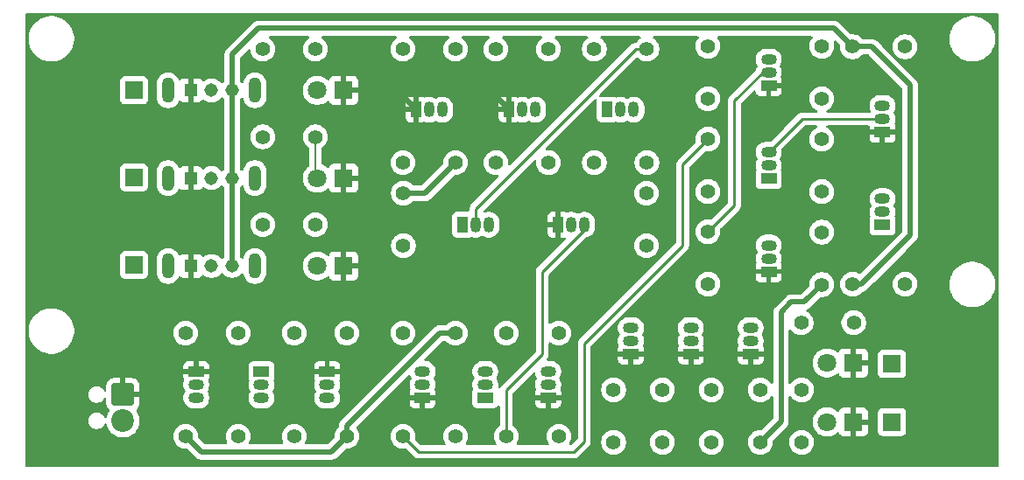
<source format=gbr>
%TF.GenerationSoftware,KiCad,Pcbnew,9.0.6*%
%TF.CreationDate,2025-12-12T18:42:13+07:00*%
%TF.ProjectId,FA_1Bit,46415f31-4269-4742-9e6b-696361645f70,0*%
%TF.SameCoordinates,Original*%
%TF.FileFunction,Copper,L2,Bot*%
%TF.FilePolarity,Positive*%
%FSLAX46Y46*%
G04 Gerber Fmt 4.6, Leading zero omitted, Abs format (unit mm)*
G04 Created by KiCad (PCBNEW 9.0.6) date 2025-12-12 18:42:13*
%MOMM*%
%LPD*%
G01*
G04 APERTURE LIST*
G04 Aperture macros list*
%AMRoundRect*
0 Rectangle with rounded corners*
0 $1 Rounding radius*
0 $2 $3 $4 $5 $6 $7 $8 $9 X,Y pos of 4 corners*
0 Add a 4 corners polygon primitive as box body*
4,1,4,$2,$3,$4,$5,$6,$7,$8,$9,$2,$3,0*
0 Add four circle primitives for the rounded corners*
1,1,$1+$1,$2,$3*
1,1,$1+$1,$4,$5*
1,1,$1+$1,$6,$7*
1,1,$1+$1,$8,$9*
0 Add four rect primitives between the rounded corners*
20,1,$1+$1,$2,$3,$4,$5,0*
20,1,$1+$1,$4,$5,$6,$7,0*
20,1,$1+$1,$6,$7,$8,$9,0*
20,1,$1+$1,$8,$9,$2,$3,0*%
G04 Aperture macros list end*
%TA.AperFunction,ComponentPad*%
%ADD10C,1.400000*%
%TD*%
%TA.AperFunction,ComponentPad*%
%ADD11R,1.500000X1.050000*%
%TD*%
%TA.AperFunction,ComponentPad*%
%ADD12O,1.500000X1.050000*%
%TD*%
%TA.AperFunction,ComponentPad*%
%ADD13RoundRect,0.249999X-0.850001X0.850001X-0.850001X-0.850001X0.850001X-0.850001X0.850001X0.850001X0*%
%TD*%
%TA.AperFunction,ComponentPad*%
%ADD14C,2.200000*%
%TD*%
%TA.AperFunction,ComponentPad*%
%ADD15R,1.700000X1.700000*%
%TD*%
%TA.AperFunction,ComponentPad*%
%ADD16R,1.800000X1.800000*%
%TD*%
%TA.AperFunction,ComponentPad*%
%ADD17C,1.800000*%
%TD*%
%TA.AperFunction,ComponentPad*%
%ADD18R,1.308000X1.308000*%
%TD*%
%TA.AperFunction,ComponentPad*%
%ADD19C,1.308000*%
%TD*%
%TA.AperFunction,ComponentPad*%
%ADD20O,1.230000X2.460000*%
%TD*%
%TA.AperFunction,ComponentPad*%
%ADD21R,1.050000X1.500000*%
%TD*%
%TA.AperFunction,ComponentPad*%
%ADD22O,1.050000X1.500000*%
%TD*%
%TA.AperFunction,Conductor*%
%ADD23C,0.500000*%
%TD*%
%TA.AperFunction,Conductor*%
%ADD24C,0.200000*%
%TD*%
%TA.AperFunction,Conductor*%
%ADD25C,0.250000*%
%TD*%
G04 APERTURE END LIST*
D10*
%TO.P,R31,1*%
%TO.N,Net-(Q17-B)*%
X97546667Y-137500000D03*
%TO.P,R31,2*%
%TO.N,/net_2*%
X97546667Y-142580000D03*
%TD*%
%TO.P,R24,1*%
%TO.N,+5V*%
X96000000Y-123540000D03*
%TO.P,R24,2*%
%TO.N,/net_0*%
X96000000Y-118460000D03*
%TD*%
%TO.P,R7,1*%
%TO.N,Net-(Q5-E)*%
X112955000Y-109310000D03*
%TO.P,R7,2*%
%TO.N,Net-(Q1-B)*%
X112955000Y-104230000D03*
%TD*%
%TO.P,R29,1*%
%TO.N,Net-(D5-A)*%
X111000000Y-142580000D03*
%TO.P,R29,2*%
%TO.N,/co*%
X111000000Y-137500000D03*
%TD*%
%TO.P,R32,1*%
%TO.N,+5V*%
X102273333Y-142580000D03*
%TO.P,R32,2*%
%TO.N,Net-(Q17-C)*%
X102273333Y-137500000D03*
%TD*%
%TO.P,R8,1*%
%TO.N,+5V*%
X77540000Y-132000000D03*
%TO.P,R8,2*%
%TO.N,Net-(Q3-C)*%
X72460000Y-132000000D03*
%TD*%
D11*
%TO.P,Q4,1,E*%
%TO.N,GND*%
X86500000Y-138270000D03*
D12*
%TO.P,Q4,2,B*%
%TO.N,Net-(Q4-B)*%
X86500000Y-137000000D03*
%TO.P,Q4,3,C*%
%TO.N,Net-(Q3-E)*%
X86500000Y-135730000D03*
%TD*%
D11*
%TO.P,Q17,1,E*%
%TO.N,GND*%
X94500000Y-134040000D03*
D12*
%TO.P,Q17,2,B*%
%TO.N,Net-(Q17-B)*%
X94500000Y-132770000D03*
%TO.P,Q17,3,C*%
%TO.N,Net-(Q17-C)*%
X94500000Y-131500000D03*
%TD*%
D10*
%TO.P,R20,1*%
%TO.N,+5V*%
X67040000Y-142000000D03*
%TO.P,R20,2*%
%TO.N,Net-(Q11-C)*%
X61960000Y-142000000D03*
%TD*%
D13*
%TO.P,J6,1,Pin_1*%
%TO.N,GND*%
X45400000Y-137960000D03*
D14*
%TO.P,J6,2,Pin_2*%
%TO.N,+5V*%
X45400000Y-140500000D03*
%TD*%
D10*
%TO.P,R25,1*%
%TO.N,Net-(D1-A)*%
X64000000Y-104500000D03*
%TO.P,R25,2*%
%TO.N,/ci*%
X58920000Y-104500000D03*
%TD*%
D15*
%TO.P,J2,1,Pin_1*%
%TO.N,/x*%
X46460000Y-116945000D03*
%TD*%
D11*
%TO.P,Q6,1,E*%
%TO.N,GND*%
X107815000Y-108040000D03*
D12*
%TO.P,Q6,2,B*%
%TO.N,Net-(Q6-B)*%
X107815000Y-106770000D03*
%TO.P,Q6,3,C*%
%TO.N,Net-(Q5-E)*%
X107815000Y-105500000D03*
%TD*%
D10*
%TO.P,R6,1*%
%TO.N,+5V*%
X112955000Y-118310000D03*
%TO.P,R6,2*%
%TO.N,Net-(Q1-E)*%
X112955000Y-113230000D03*
%TD*%
D11*
%TO.P,Q7,1,E*%
%TO.N,GND*%
X74360000Y-138270000D03*
D12*
%TO.P,Q7,2,B*%
%TO.N,Net-(Q3-C)*%
X74360000Y-137000000D03*
%TO.P,Q7,3,C*%
%TO.N,/net_2*%
X74360000Y-135730000D03*
%TD*%
D15*
%TO.P,J1,1,Pin_1*%
%TO.N,/ci*%
X46460000Y-108500000D03*
%TD*%
D10*
%TO.P,R23,1*%
%TO.N,+5V*%
X72500000Y-118460000D03*
%TO.P,R23,2*%
%TO.N,Net-(Q13-C)*%
X72500000Y-123540000D03*
%TD*%
D16*
%TO.P,D3,1,K*%
%TO.N,GND*%
X66730000Y-125500000D03*
D17*
%TO.P,D3,2,A*%
%TO.N,Net-(D3-A)*%
X64190000Y-125500000D03*
%TD*%
D10*
%TO.P,R10,1*%
%TO.N,+5V*%
X82460000Y-132000000D03*
%TO.P,R10,2*%
%TO.N,/net_2*%
X87540000Y-132000000D03*
%TD*%
D18*
%TO.P,SW2,1,C*%
%TO.N,GND*%
X51960000Y-117000000D03*
D19*
%TO.P,SW2,2,B*%
%TO.N,/x*%
X53960000Y-117000000D03*
%TO.P,SW2,3,A*%
%TO.N,+5V*%
X55960000Y-117000000D03*
D20*
%TO.P,SW2,S1*%
%TO.N,N/C*%
X49760000Y-117000000D03*
%TO.P,SW2,S2*%
X58160000Y-117000000D03*
%TD*%
D18*
%TO.P,SW1,1,C*%
%TO.N,GND*%
X51960000Y-108500000D03*
D19*
%TO.P,SW1,2,B*%
%TO.N,/ci*%
X53960000Y-108500000D03*
%TO.P,SW1,3,A*%
%TO.N,+5V*%
X55960000Y-108500000D03*
D20*
%TO.P,SW1,S1*%
%TO.N,N/C*%
X49760000Y-108500000D03*
%TO.P,SW1,S2*%
X58160000Y-108500000D03*
%TD*%
D10*
%TO.P,R12,1*%
%TO.N,+5V*%
X115915000Y-104270000D03*
%TO.P,R12,2*%
%TO.N,/s*%
X120995000Y-104270000D03*
%TD*%
D16*
%TO.P,D2,1,K*%
%TO.N,GND*%
X66730000Y-117000000D03*
D17*
%TO.P,D2,2,A*%
%TO.N,Net-(D2-A)*%
X64190000Y-117000000D03*
%TD*%
D10*
%TO.P,R3,1*%
%TO.N,Net-(Q1-E)*%
X101955000Y-109310000D03*
%TO.P,R3,2*%
%TO.N,Net-(Q5-B)*%
X101955000Y-104230000D03*
%TD*%
%TO.P,R1,1*%
%TO.N,Net-(Q2-B)*%
X101955000Y-118310000D03*
%TO.P,R1,2*%
%TO.N,/ci*%
X101955000Y-113230000D03*
%TD*%
D16*
%TO.P,D1,1,K*%
%TO.N,GND*%
X66730000Y-108500000D03*
D17*
%TO.P,D1,2,A*%
%TO.N,Net-(D1-A)*%
X64190000Y-108500000D03*
%TD*%
D18*
%TO.P,SW3,1,C*%
%TO.N,GND*%
X51960000Y-125500000D03*
D19*
%TO.P,SW3,2,B*%
%TO.N,/y*%
X53960000Y-125500000D03*
%TO.P,SW3,3,A*%
%TO.N,+5V*%
X55960000Y-125500000D03*
D20*
%TO.P,SW3,S1*%
%TO.N,N/C*%
X49760000Y-125500000D03*
%TO.P,SW3,S2*%
X58160000Y-125500000D03*
%TD*%
D11*
%TO.P,Q1,1,E*%
%TO.N,Net-(Q1-E)*%
X107815000Y-117040000D03*
D12*
%TO.P,Q1,2,B*%
%TO.N,Net-(Q1-B)*%
X107815000Y-115770000D03*
%TO.P,Q1,3,C*%
%TO.N,Net-(Q1-C)*%
X107815000Y-114500000D03*
%TD*%
D10*
%TO.P,R11,1*%
%TO.N,+5V*%
X115915000Y-127270000D03*
%TO.P,R11,2*%
%TO.N,Net-(Q1-C)*%
X120995000Y-127270000D03*
%TD*%
%TO.P,R30,1*%
%TO.N,Net-(Q18-B)*%
X92820000Y-137500000D03*
%TO.P,R30,2*%
%TO.N,/net_1*%
X92820000Y-142580000D03*
%TD*%
%TO.P,R9,1*%
%TO.N,+5V*%
X112955000Y-127310000D03*
%TO.P,R9,2*%
%TO.N,Net-(Q5-E)*%
X112955000Y-122230000D03*
%TD*%
%TO.P,R28,1*%
%TO.N,Net-(D4-A)*%
X110960000Y-131000000D03*
%TO.P,R28,2*%
%TO.N,/s*%
X116040000Y-131000000D03*
%TD*%
%TO.P,R18,1*%
%TO.N,+5V*%
X81460000Y-115500000D03*
%TO.P,R18,2*%
%TO.N,Net-(Q10-C)*%
X86540000Y-115500000D03*
%TD*%
D11*
%TO.P,Q15,1,E*%
%TO.N,GND*%
X65140000Y-135730000D03*
D12*
%TO.P,Q15,2,B*%
%TO.N,Net-(Q11-C)*%
X65140000Y-137000000D03*
%TO.P,Q15,3,C*%
%TO.N,/net_1*%
X65140000Y-138270000D03*
%TD*%
D10*
%TO.P,R26,1*%
%TO.N,Net-(D2-A)*%
X64000000Y-113000000D03*
%TO.P,R26,2*%
%TO.N,/x*%
X58920000Y-113000000D03*
%TD*%
%TO.P,R5,1*%
%TO.N,Net-(Q4-B)*%
X87540000Y-142000000D03*
%TO.P,R5,2*%
%TO.N,/net_0*%
X82460000Y-142000000D03*
%TD*%
%TO.P,R27,1*%
%TO.N,Net-(D3-A)*%
X64000000Y-121500000D03*
%TO.P,R27,2*%
%TO.N,/y*%
X58920000Y-121500000D03*
%TD*%
%TO.P,R4,1*%
%TO.N,Net-(Q3-B)*%
X77540000Y-142000000D03*
%TO.P,R4,2*%
%TO.N,/ci*%
X72460000Y-142000000D03*
%TD*%
D11*
%TO.P,Q18,1,E*%
%TO.N,GND*%
X100290000Y-134040000D03*
D12*
%TO.P,Q18,2,B*%
%TO.N,Net-(Q18-B)*%
X100290000Y-132770000D03*
%TO.P,Q18,3,C*%
%TO.N,Net-(Q17-C)*%
X100290000Y-131500000D03*
%TD*%
D21*
%TO.P,Q14,1,E*%
%TO.N,GND*%
X73730000Y-110360000D03*
D22*
%TO.P,Q14,2,B*%
%TO.N,Net-(Q14-B)*%
X75000000Y-110360000D03*
%TO.P,Q14,3,C*%
%TO.N,Net-(Q13-E)*%
X76270000Y-110360000D03*
%TD*%
D10*
%TO.P,R22,1*%
%TO.N,+5V*%
X51460000Y-142000000D03*
%TO.P,R22,2*%
%TO.N,/net_1*%
X56540000Y-142000000D03*
%TD*%
D11*
%TO.P,Q3,1,E*%
%TO.N,Net-(Q3-E)*%
X80430000Y-138270000D03*
D12*
%TO.P,Q3,2,B*%
%TO.N,Net-(Q3-B)*%
X80430000Y-137000000D03*
%TO.P,Q3,3,C*%
%TO.N,Net-(Q3-C)*%
X80430000Y-135730000D03*
%TD*%
D11*
%TO.P,Q12,1,E*%
%TO.N,GND*%
X52500000Y-135730000D03*
D12*
%TO.P,Q12,2,B*%
%TO.N,Net-(Q12-B)*%
X52500000Y-137000000D03*
%TO.P,Q12,3,C*%
%TO.N,Net-(Q11-E)*%
X52500000Y-138270000D03*
%TD*%
D21*
%TO.P,Q9,1,E*%
%TO.N,Net-(Q10-C)*%
X92230000Y-110360000D03*
D22*
%TO.P,Q9,2,B*%
%TO.N,Net-(Q9-B)*%
X93500000Y-110360000D03*
%TO.P,Q9,3,C*%
%TO.N,Net-(Q13-C)*%
X94770000Y-110360000D03*
%TD*%
D11*
%TO.P,Q11,1,E*%
%TO.N,Net-(Q11-E)*%
X58790000Y-135730000D03*
D12*
%TO.P,Q11,2,B*%
%TO.N,Net-(Q11-B)*%
X58790000Y-137000000D03*
%TO.P,Q11,3,C*%
%TO.N,Net-(Q11-C)*%
X58790000Y-138270000D03*
%TD*%
D10*
%TO.P,R17,1*%
%TO.N,Net-(Q12-B)*%
X51460000Y-132000000D03*
%TO.P,R17,2*%
%TO.N,/y*%
X56540000Y-132000000D03*
%TD*%
%TO.P,R33,1*%
%TO.N,+5V*%
X107000000Y-142580000D03*
%TO.P,R33,2*%
%TO.N,/co*%
X107000000Y-137500000D03*
%TD*%
%TO.P,R14,1*%
%TO.N,Net-(Q14-B)*%
X77540000Y-104500000D03*
%TO.P,R14,2*%
%TO.N,/y*%
X72460000Y-104500000D03*
%TD*%
D11*
%TO.P,Q2,1,E*%
%TO.N,GND*%
X107815000Y-126040000D03*
D12*
%TO.P,Q2,2,B*%
%TO.N,Net-(Q2-B)*%
X107815000Y-124770000D03*
%TO.P,Q2,3,C*%
%TO.N,Net-(Q1-E)*%
X107815000Y-123500000D03*
%TD*%
D10*
%TO.P,R13,1*%
%TO.N,Net-(Q10-B)*%
X86540000Y-104500000D03*
%TO.P,R13,2*%
%TO.N,/x*%
X81460000Y-104500000D03*
%TD*%
D11*
%TO.P,Q19,1,E*%
%TO.N,GND*%
X106080000Y-134040000D03*
D12*
%TO.P,Q19,2,B*%
%TO.N,Net-(Q17-C)*%
X106080000Y-132770000D03*
%TO.P,Q19,3,C*%
%TO.N,/co*%
X106080000Y-131500000D03*
%TD*%
D15*
%TO.P,J3,1,Pin_1*%
%TO.N,/y*%
X46460000Y-125390000D03*
%TD*%
D21*
%TO.P,Q10,1,E*%
%TO.N,GND*%
X82730000Y-110360000D03*
D22*
%TO.P,Q10,2,B*%
%TO.N,Net-(Q10-B)*%
X84000000Y-110360000D03*
%TO.P,Q10,3,C*%
%TO.N,Net-(Q10-C)*%
X85270000Y-110360000D03*
%TD*%
D21*
%TO.P,Q16,1,E*%
%TO.N,GND*%
X87460000Y-121500000D03*
D22*
%TO.P,Q16,2,B*%
%TO.N,Net-(Q13-C)*%
X88730000Y-121500000D03*
%TO.P,Q16,3,C*%
%TO.N,/net_0*%
X90000000Y-121500000D03*
%TD*%
D11*
%TO.P,Q5,1,E*%
%TO.N,Net-(Q5-E)*%
X118815000Y-121540000D03*
D12*
%TO.P,Q5,2,B*%
%TO.N,Net-(Q5-B)*%
X118815000Y-120270000D03*
%TO.P,Q5,3,C*%
%TO.N,Net-(Q1-C)*%
X118815000Y-119000000D03*
%TD*%
D21*
%TO.P,Q13,1,E*%
%TO.N,Net-(Q13-E)*%
X78230000Y-121500000D03*
D22*
%TO.P,Q13,2,B*%
%TO.N,Net-(Q13-B)*%
X79500000Y-121500000D03*
%TO.P,Q13,3,C*%
%TO.N,Net-(Q13-C)*%
X80770000Y-121500000D03*
%TD*%
D10*
%TO.P,R15,1*%
%TO.N,Net-(Q10-C)*%
X90960000Y-104500000D03*
%TO.P,R15,2*%
%TO.N,Net-(Q13-B)*%
X96040000Y-104500000D03*
%TD*%
D15*
%TO.P,J4,1,Pin_1*%
%TO.N,/s*%
X119730000Y-135000000D03*
%TD*%
D10*
%TO.P,R2,1*%
%TO.N,Net-(Q6-B)*%
X101955000Y-122190000D03*
%TO.P,R2,2*%
%TO.N,/net_0*%
X101955000Y-127270000D03*
%TD*%
%TO.P,R19,1*%
%TO.N,Net-(Q13-E)*%
X90960000Y-115500000D03*
%TO.P,R19,2*%
%TO.N,Net-(Q9-B)*%
X96040000Y-115500000D03*
%TD*%
D15*
%TO.P,J5,1,Pin_1*%
%TO.N,/co*%
X119730000Y-140610000D03*
%TD*%
D11*
%TO.P,Q8,1,E*%
%TO.N,GND*%
X118815000Y-112540000D03*
D12*
%TO.P,Q8,2,B*%
%TO.N,Net-(Q1-C)*%
X118815000Y-111270000D03*
%TO.P,Q8,3,C*%
%TO.N,/s*%
X118815000Y-110000000D03*
%TD*%
D10*
%TO.P,R21,1*%
%TO.N,+5V*%
X77540000Y-115500000D03*
%TO.P,R21,2*%
%TO.N,Net-(Q13-E)*%
X72460000Y-115500000D03*
%TD*%
D16*
%TO.P,D5,1,K*%
%TO.N,GND*%
X116000000Y-140610000D03*
D17*
%TO.P,D5,2,A*%
%TO.N,Net-(D5-A)*%
X113460000Y-140610000D03*
%TD*%
D16*
%TO.P,D4,1,K*%
%TO.N,GND*%
X116000000Y-134890000D03*
D17*
%TO.P,D4,2,A*%
%TO.N,Net-(D4-A)*%
X113460000Y-134890000D03*
%TD*%
D10*
%TO.P,R16,1*%
%TO.N,Net-(Q11-B)*%
X61960000Y-132000000D03*
%TO.P,R16,2*%
%TO.N,/x*%
X67040000Y-132000000D03*
%TD*%
D23*
%TO.N,GND*%
X51960000Y-108540000D02*
X51960000Y-125500000D01*
X116000000Y-134890000D02*
X116000000Y-140610000D01*
X71870000Y-108500000D02*
X73730000Y-110360000D01*
X80870000Y-108500000D02*
X71870000Y-108500000D01*
X66730000Y-108500000D02*
X71870000Y-108500000D01*
X82730000Y-110360000D02*
X80870000Y-108500000D01*
X52000000Y-108500000D02*
X51960000Y-108540000D01*
X51960000Y-108500000D02*
X52000000Y-108500000D01*
X66730000Y-108500000D02*
X66730000Y-125500000D01*
D24*
%TO.N,Net-(D2-A)*%
X64000000Y-113000000D02*
X64000000Y-116810000D01*
X64000000Y-116810000D02*
X64190000Y-117000000D01*
D25*
%TO.N,/ci*%
X90000000Y-133000000D02*
X90000000Y-142500000D01*
X101955000Y-113230000D02*
X99500000Y-115685000D01*
X99500000Y-123500000D02*
X90000000Y-133000000D01*
X90000000Y-142500000D02*
X89000000Y-143500000D01*
X89000000Y-143500000D02*
X73960000Y-143500000D01*
X101955000Y-113230000D02*
X101955000Y-113455000D01*
X99500000Y-115685000D02*
X99500000Y-123500000D01*
X73960000Y-143500000D02*
X72460000Y-142000000D01*
X101955000Y-113455000D02*
X102000000Y-113500000D01*
D23*
%TO.N,+5V*%
X51500000Y-142000000D02*
X53000000Y-143500000D01*
X51460000Y-142000000D02*
X51500000Y-142000000D01*
X74580000Y-118460000D02*
X77540000Y-115500000D01*
X56000000Y-108500000D02*
X55960000Y-108540000D01*
X77540000Y-132000000D02*
X76000000Y-132000000D01*
X55960000Y-108540000D02*
X55960000Y-117000000D01*
X109000000Y-130000000D02*
X110000000Y-129000000D01*
X107000000Y-142580000D02*
X109000000Y-140580000D01*
X55960000Y-108500000D02*
X55960000Y-105040000D01*
X55960000Y-117000000D02*
X55960000Y-125500000D01*
X67040000Y-140960000D02*
X67040000Y-142000000D01*
X65540000Y-143500000D02*
X67040000Y-142000000D01*
X53000000Y-143500000D02*
X65540000Y-143500000D01*
X111265000Y-129000000D02*
X112955000Y-127310000D01*
X55960000Y-105040000D02*
X58500000Y-102500000D01*
X76000000Y-132000000D02*
X67040000Y-140960000D01*
X72500000Y-118460000D02*
X74580000Y-118460000D01*
X115915000Y-104270000D02*
X117770000Y-104270000D01*
X114145000Y-102500000D02*
X115915000Y-104270000D01*
X117770000Y-104270000D02*
X121500000Y-108000000D01*
X58500000Y-102500000D02*
X114145000Y-102500000D01*
X116730000Y-127270000D02*
X115915000Y-127270000D01*
X55960000Y-108500000D02*
X56000000Y-108500000D01*
X121500000Y-122500000D02*
X116730000Y-127270000D01*
X121500000Y-108000000D02*
X121500000Y-122500000D01*
X109000000Y-140580000D02*
X109000000Y-130000000D01*
X110000000Y-129000000D02*
X111265000Y-129000000D01*
D25*
%TO.N,Net-(Q1-C)*%
X111045000Y-111270000D02*
X118815000Y-111270000D01*
X107815000Y-114500000D02*
X111045000Y-111270000D01*
%TO.N,Net-(Q6-B)*%
X107815000Y-106815000D02*
X108000000Y-107000000D01*
X107815000Y-106770000D02*
X107230000Y-106770000D01*
X107815000Y-106770000D02*
X107815000Y-106815000D01*
X104500000Y-109500000D02*
X104500000Y-119645000D01*
X107230000Y-106770000D02*
X104500000Y-109500000D01*
X104500000Y-119645000D02*
X101955000Y-122190000D01*
%TO.N,Net-(Q13-B)*%
X95000000Y-104500000D02*
X96040000Y-104500000D01*
X79500000Y-121500000D02*
X79500000Y-120000000D01*
X79500000Y-120000000D02*
X95000000Y-104500000D01*
%TO.N,/net_0*%
X90000000Y-121500000D02*
X90000000Y-122000000D01*
X85922504Y-126077496D02*
X85922504Y-134077496D01*
X82460000Y-137540000D02*
X82460000Y-142000000D01*
X85922504Y-134077496D02*
X82460000Y-137540000D01*
X90000000Y-122000000D02*
X85922504Y-126077496D01*
%TD*%
%TA.AperFunction,Conductor*%
%TO.N,GND*%
G36*
X129942539Y-101020185D02*
G01*
X129988294Y-101072989D01*
X129999500Y-101124500D01*
X129999500Y-144875500D01*
X129979815Y-144942539D01*
X129927011Y-144988294D01*
X129875500Y-144999500D01*
X36124500Y-144999500D01*
X36057461Y-144979815D01*
X36011706Y-144927011D01*
X36000500Y-144875500D01*
X36000500Y-137881153D01*
X42059500Y-137881153D01*
X42059500Y-138038846D01*
X42090261Y-138193489D01*
X42090264Y-138193501D01*
X42150602Y-138339172D01*
X42150609Y-138339185D01*
X42238210Y-138470288D01*
X42238213Y-138470292D01*
X42349707Y-138581786D01*
X42349711Y-138581789D01*
X42480814Y-138669390D01*
X42480827Y-138669397D01*
X42626498Y-138729735D01*
X42626503Y-138729737D01*
X42757339Y-138755762D01*
X42781153Y-138760499D01*
X42781156Y-138760500D01*
X42781158Y-138760500D01*
X42938844Y-138760500D01*
X42938845Y-138760499D01*
X43093497Y-138729737D01*
X43239179Y-138669394D01*
X43370289Y-138581789D01*
X43481789Y-138470289D01*
X43548130Y-138371003D01*
X43572779Y-138334114D01*
X43575214Y-138335741D01*
X43615130Y-138294748D01*
X43683199Y-138278989D01*
X43748983Y-138302533D01*
X43791595Y-138357904D01*
X43800000Y-138402780D01*
X43800000Y-138859971D01*
X43800001Y-138859987D01*
X43810494Y-138962696D01*
X43810494Y-138962698D01*
X43865640Y-139129119D01*
X43865645Y-139129130D01*
X43957680Y-139278340D01*
X43957683Y-139278344D01*
X44086425Y-139407086D01*
X44119910Y-139468409D01*
X44114926Y-139538101D01*
X44099063Y-139567651D01*
X44031130Y-139661154D01*
X44031129Y-139661156D01*
X43916760Y-139885616D01*
X43838910Y-140125211D01*
X43833642Y-140158472D01*
X43803711Y-140221606D01*
X43744398Y-140258536D01*
X43674536Y-140257536D01*
X43616304Y-140218925D01*
X43596610Y-140186527D01*
X43569394Y-140120821D01*
X43569390Y-140120814D01*
X43481789Y-139989711D01*
X43481786Y-139989707D01*
X43370292Y-139878213D01*
X43370288Y-139878210D01*
X43239185Y-139790609D01*
X43239172Y-139790602D01*
X43093501Y-139730264D01*
X43093489Y-139730261D01*
X42938845Y-139699500D01*
X42938842Y-139699500D01*
X42781158Y-139699500D01*
X42781155Y-139699500D01*
X42626510Y-139730261D01*
X42626498Y-139730264D01*
X42480827Y-139790602D01*
X42480814Y-139790609D01*
X42349711Y-139878210D01*
X42349707Y-139878213D01*
X42238213Y-139989707D01*
X42238210Y-139989711D01*
X42150609Y-140120814D01*
X42150602Y-140120827D01*
X42090264Y-140266498D01*
X42090261Y-140266510D01*
X42059500Y-140421153D01*
X42059500Y-140578846D01*
X42090261Y-140733489D01*
X42090264Y-140733501D01*
X42150602Y-140879172D01*
X42150609Y-140879185D01*
X42238210Y-141010288D01*
X42238213Y-141010292D01*
X42349707Y-141121786D01*
X42349711Y-141121789D01*
X42480814Y-141209390D01*
X42480827Y-141209397D01*
X42626498Y-141269735D01*
X42626503Y-141269737D01*
X42781153Y-141300499D01*
X42781156Y-141300500D01*
X42781158Y-141300500D01*
X42938844Y-141300500D01*
X42938845Y-141300499D01*
X43093497Y-141269737D01*
X43239179Y-141209394D01*
X43370289Y-141121789D01*
X43481789Y-141010289D01*
X43569394Y-140879179D01*
X43596609Y-140813475D01*
X43640447Y-140759073D01*
X43706741Y-140737007D01*
X43774440Y-140754285D01*
X43822052Y-140805421D01*
X43833642Y-140841528D01*
X43838910Y-140874787D01*
X43916760Y-141114383D01*
X44031132Y-141338848D01*
X44179201Y-141542649D01*
X44179205Y-141542654D01*
X44357345Y-141720794D01*
X44357350Y-141720798D01*
X44490513Y-141817546D01*
X44561155Y-141868870D01*
X44704184Y-141941747D01*
X44785616Y-141983239D01*
X44785618Y-141983239D01*
X44785621Y-141983241D01*
X45025215Y-142061090D01*
X45274038Y-142100500D01*
X45274039Y-142100500D01*
X45525961Y-142100500D01*
X45525962Y-142100500D01*
X45774785Y-142061090D01*
X46014379Y-141983241D01*
X46166929Y-141905513D01*
X50259500Y-141905513D01*
X50259500Y-142094486D01*
X50289059Y-142281118D01*
X50347454Y-142460836D01*
X50422364Y-142607853D01*
X50433240Y-142629199D01*
X50544310Y-142782073D01*
X50677927Y-142915690D01*
X50830801Y-143026760D01*
X50858427Y-143040836D01*
X50999163Y-143112545D01*
X50999165Y-143112545D01*
X50999168Y-143112547D01*
X51095497Y-143143846D01*
X51178881Y-143170940D01*
X51365514Y-143200500D01*
X51365519Y-143200500D01*
X51554477Y-143200500D01*
X51554481Y-143200500D01*
X51565154Y-143198809D01*
X51634446Y-143207762D01*
X51672234Y-143233601D01*
X52417048Y-143978415D01*
X52417049Y-143978416D01*
X52492940Y-144054307D01*
X52521585Y-144082952D01*
X52644498Y-144165080D01*
X52644511Y-144165087D01*
X52781082Y-144221656D01*
X52781087Y-144221658D01*
X52781091Y-144221658D01*
X52781092Y-144221659D01*
X52926079Y-144250500D01*
X52926082Y-144250500D01*
X65613920Y-144250500D01*
X65711462Y-144231096D01*
X65758913Y-144221658D01*
X65895495Y-144165084D01*
X65954737Y-144125500D01*
X65954737Y-144125499D01*
X65954739Y-144125499D01*
X65990715Y-144101461D01*
X66018416Y-144082952D01*
X66864547Y-143236818D01*
X66925870Y-143203334D01*
X66952228Y-143200500D01*
X67134486Y-143200500D01*
X67321118Y-143170940D01*
X67325067Y-143169657D01*
X67500832Y-143112547D01*
X67669199Y-143026760D01*
X67822073Y-142915690D01*
X67955690Y-142782073D01*
X68066760Y-142629199D01*
X68152547Y-142460832D01*
X68210940Y-142281118D01*
X68211556Y-142277228D01*
X68240500Y-142094486D01*
X68240500Y-141905513D01*
X71259500Y-141905513D01*
X71259500Y-142094486D01*
X71289059Y-142281118D01*
X71347454Y-142460836D01*
X71422364Y-142607853D01*
X71433240Y-142629199D01*
X71544310Y-142782073D01*
X71677927Y-142915690D01*
X71830801Y-143026760D01*
X71858427Y-143040836D01*
X71999163Y-143112545D01*
X71999165Y-143112545D01*
X71999168Y-143112547D01*
X72095497Y-143143846D01*
X72178881Y-143170940D01*
X72365514Y-143200500D01*
X72365519Y-143200500D01*
X72554485Y-143200500D01*
X72620941Y-143189973D01*
X72683231Y-143180108D01*
X72752523Y-143189062D01*
X72790309Y-143214900D01*
X73474141Y-143898732D01*
X73474142Y-143898733D01*
X73553824Y-143978415D01*
X73561268Y-143985859D01*
X73663707Y-144054307D01*
X73663716Y-144054312D01*
X73684739Y-144063020D01*
X73777548Y-144101463D01*
X73837971Y-144113481D01*
X73898393Y-144125500D01*
X89061607Y-144125500D01*
X89122029Y-144113481D01*
X89182452Y-144101463D01*
X89227144Y-144082951D01*
X89296286Y-144054312D01*
X89347509Y-144020084D01*
X89398733Y-143985858D01*
X89485858Y-143898733D01*
X89485858Y-143898731D01*
X89496066Y-143888524D01*
X89496067Y-143888521D01*
X90485858Y-142898733D01*
X90554312Y-142796285D01*
X90601463Y-142682451D01*
X90616302Y-142607853D01*
X90625501Y-142561608D01*
X90625501Y-142485513D01*
X91619500Y-142485513D01*
X91619500Y-142674486D01*
X91649059Y-142861118D01*
X91707454Y-143040836D01*
X91773092Y-143169657D01*
X91793240Y-143209199D01*
X91904310Y-143362073D01*
X92037927Y-143495690D01*
X92190801Y-143606760D01*
X92270347Y-143647290D01*
X92359163Y-143692545D01*
X92359165Y-143692545D01*
X92359168Y-143692547D01*
X92455497Y-143723846D01*
X92538881Y-143750940D01*
X92725514Y-143780500D01*
X92725519Y-143780500D01*
X92914486Y-143780500D01*
X93101118Y-143750940D01*
X93280832Y-143692547D01*
X93449199Y-143606760D01*
X93602073Y-143495690D01*
X93735690Y-143362073D01*
X93846760Y-143209199D01*
X93932547Y-143040832D01*
X93990940Y-142861118D01*
X94001208Y-142796287D01*
X94020500Y-142674486D01*
X94020500Y-142485513D01*
X96346167Y-142485513D01*
X96346167Y-142674486D01*
X96375726Y-142861118D01*
X96434121Y-143040836D01*
X96499759Y-143169657D01*
X96519907Y-143209199D01*
X96630977Y-143362073D01*
X96764594Y-143495690D01*
X96917468Y-143606760D01*
X96997014Y-143647290D01*
X97085830Y-143692545D01*
X97085832Y-143692545D01*
X97085835Y-143692547D01*
X97182164Y-143723846D01*
X97265548Y-143750940D01*
X97452181Y-143780500D01*
X97452186Y-143780500D01*
X97641153Y-143780500D01*
X97827785Y-143750940D01*
X98007499Y-143692547D01*
X98175866Y-143606760D01*
X98328740Y-143495690D01*
X98462357Y-143362073D01*
X98573427Y-143209199D01*
X98659214Y-143040832D01*
X98717607Y-142861118D01*
X98727875Y-142796287D01*
X98747167Y-142674486D01*
X98747167Y-142485513D01*
X101072833Y-142485513D01*
X101072833Y-142674486D01*
X101102392Y-142861118D01*
X101160787Y-143040836D01*
X101226425Y-143169657D01*
X101246573Y-143209199D01*
X101357643Y-143362073D01*
X101491260Y-143495690D01*
X101644134Y-143606760D01*
X101723680Y-143647290D01*
X101812496Y-143692545D01*
X101812498Y-143692545D01*
X101812501Y-143692547D01*
X101908830Y-143723846D01*
X101992214Y-143750940D01*
X102178847Y-143780500D01*
X102178852Y-143780500D01*
X102367819Y-143780500D01*
X102554451Y-143750940D01*
X102734165Y-143692547D01*
X102902532Y-143606760D01*
X103055406Y-143495690D01*
X103189023Y-143362073D01*
X103300093Y-143209199D01*
X103385880Y-143040832D01*
X103444273Y-142861118D01*
X103454541Y-142796287D01*
X103473833Y-142674486D01*
X103473833Y-142485513D01*
X103444273Y-142298881D01*
X103408748Y-142189547D01*
X103385880Y-142119168D01*
X103385878Y-142119165D01*
X103385878Y-142119163D01*
X103312940Y-141976015D01*
X103300093Y-141950801D01*
X103189023Y-141797927D01*
X103055406Y-141664310D01*
X102902532Y-141553240D01*
X102874914Y-141539168D01*
X102734169Y-141467454D01*
X102554451Y-141409059D01*
X102367819Y-141379500D01*
X102367814Y-141379500D01*
X102178852Y-141379500D01*
X102178847Y-141379500D01*
X101992214Y-141409059D01*
X101812496Y-141467454D01*
X101644133Y-141553240D01*
X101556912Y-141616610D01*
X101491260Y-141664310D01*
X101491258Y-141664312D01*
X101491257Y-141664312D01*
X101357645Y-141797924D01*
X101357645Y-141797925D01*
X101357643Y-141797927D01*
X101309943Y-141863579D01*
X101246573Y-141950800D01*
X101160787Y-142119163D01*
X101102392Y-142298881D01*
X101072833Y-142485513D01*
X98747167Y-142485513D01*
X98717607Y-142298881D01*
X98682082Y-142189547D01*
X98659214Y-142119168D01*
X98659212Y-142119165D01*
X98659212Y-142119163D01*
X98586274Y-141976015D01*
X98573427Y-141950801D01*
X98462357Y-141797927D01*
X98328740Y-141664310D01*
X98175866Y-141553240D01*
X98148248Y-141539168D01*
X98007503Y-141467454D01*
X97827785Y-141409059D01*
X97641153Y-141379500D01*
X97641148Y-141379500D01*
X97452186Y-141379500D01*
X97452181Y-141379500D01*
X97265548Y-141409059D01*
X97085830Y-141467454D01*
X96917467Y-141553240D01*
X96830246Y-141616610D01*
X96764594Y-141664310D01*
X96764592Y-141664312D01*
X96764591Y-141664312D01*
X96630979Y-141797924D01*
X96630979Y-141797925D01*
X96630977Y-141797927D01*
X96583277Y-141863579D01*
X96519907Y-141950800D01*
X96434121Y-142119163D01*
X96375726Y-142298881D01*
X96346167Y-142485513D01*
X94020500Y-142485513D01*
X93990940Y-142298881D01*
X93955415Y-142189547D01*
X93932547Y-142119168D01*
X93932545Y-142119165D01*
X93932545Y-142119163D01*
X93859607Y-141976015D01*
X93846760Y-141950801D01*
X93735690Y-141797927D01*
X93602073Y-141664310D01*
X93449199Y-141553240D01*
X93421581Y-141539168D01*
X93280836Y-141467454D01*
X93101118Y-141409059D01*
X92914486Y-141379500D01*
X92914481Y-141379500D01*
X92725519Y-141379500D01*
X92725514Y-141379500D01*
X92538881Y-141409059D01*
X92359163Y-141467454D01*
X92190800Y-141553240D01*
X92103579Y-141616610D01*
X92037927Y-141664310D01*
X92037925Y-141664312D01*
X92037924Y-141664312D01*
X91904312Y-141797924D01*
X91904312Y-141797925D01*
X91904310Y-141797927D01*
X91856610Y-141863579D01*
X91793240Y-141950800D01*
X91707454Y-142119163D01*
X91649059Y-142298881D01*
X91619500Y-142485513D01*
X90625501Y-142485513D01*
X90625501Y-142480650D01*
X90625501Y-142460832D01*
X90625501Y-142438393D01*
X90625500Y-142438387D01*
X90625500Y-137405513D01*
X91619500Y-137405513D01*
X91619500Y-137594486D01*
X91649059Y-137781118D01*
X91707454Y-137960836D01*
X91747661Y-138039745D01*
X91793240Y-138129199D01*
X91904310Y-138282073D01*
X92037927Y-138415690D01*
X92190801Y-138526760D01*
X92270347Y-138567290D01*
X92359163Y-138612545D01*
X92359165Y-138612545D01*
X92359168Y-138612547D01*
X92455497Y-138643846D01*
X92538881Y-138670940D01*
X92725514Y-138700500D01*
X92725519Y-138700500D01*
X92914486Y-138700500D01*
X93101118Y-138670940D01*
X93105888Y-138669390D01*
X93280832Y-138612547D01*
X93449199Y-138526760D01*
X93602073Y-138415690D01*
X93735690Y-138282073D01*
X93846760Y-138129199D01*
X93932547Y-137960832D01*
X93990940Y-137781118D01*
X94002204Y-137710000D01*
X94020500Y-137594486D01*
X94020500Y-137405513D01*
X96346167Y-137405513D01*
X96346167Y-137594486D01*
X96375726Y-137781118D01*
X96434121Y-137960836D01*
X96474328Y-138039745D01*
X96519907Y-138129199D01*
X96630977Y-138282073D01*
X96764594Y-138415690D01*
X96917468Y-138526760D01*
X96997014Y-138567290D01*
X97085830Y-138612545D01*
X97085832Y-138612545D01*
X97085835Y-138612547D01*
X97182164Y-138643846D01*
X97265548Y-138670940D01*
X97452181Y-138700500D01*
X97452186Y-138700500D01*
X97641153Y-138700500D01*
X97827785Y-138670940D01*
X97832555Y-138669390D01*
X98007499Y-138612547D01*
X98175866Y-138526760D01*
X98328740Y-138415690D01*
X98462357Y-138282073D01*
X98573427Y-138129199D01*
X98659214Y-137960832D01*
X98717607Y-137781118D01*
X98728871Y-137710000D01*
X98747167Y-137594486D01*
X98747167Y-137405513D01*
X101072833Y-137405513D01*
X101072833Y-137594486D01*
X101102392Y-137781118D01*
X101160787Y-137960836D01*
X101200994Y-138039745D01*
X101246573Y-138129199D01*
X101357643Y-138282073D01*
X101491260Y-138415690D01*
X101644134Y-138526760D01*
X101723680Y-138567290D01*
X101812496Y-138612545D01*
X101812498Y-138612545D01*
X101812501Y-138612547D01*
X101908830Y-138643846D01*
X101992214Y-138670940D01*
X102178847Y-138700500D01*
X102178852Y-138700500D01*
X102367819Y-138700500D01*
X102554451Y-138670940D01*
X102559221Y-138669390D01*
X102734165Y-138612547D01*
X102902532Y-138526760D01*
X103055406Y-138415690D01*
X103189023Y-138282073D01*
X103300093Y-138129199D01*
X103385880Y-137960832D01*
X103444273Y-137781118D01*
X103455537Y-137710000D01*
X103473833Y-137594486D01*
X103473833Y-137405513D01*
X105799500Y-137405513D01*
X105799500Y-137594486D01*
X105829059Y-137781118D01*
X105887454Y-137960836D01*
X105927661Y-138039745D01*
X105973240Y-138129199D01*
X106084310Y-138282073D01*
X106217927Y-138415690D01*
X106370801Y-138526760D01*
X106450347Y-138567290D01*
X106539163Y-138612545D01*
X106539165Y-138612545D01*
X106539168Y-138612547D01*
X106635497Y-138643846D01*
X106718881Y-138670940D01*
X106905514Y-138700500D01*
X106905519Y-138700500D01*
X107094486Y-138700500D01*
X107281118Y-138670940D01*
X107285888Y-138669390D01*
X107460832Y-138612547D01*
X107629199Y-138526760D01*
X107782073Y-138415690D01*
X107915690Y-138282073D01*
X108025183Y-138131368D01*
X108080512Y-138088705D01*
X108150126Y-138082726D01*
X108211920Y-138115332D01*
X108246278Y-138176171D01*
X108249500Y-138204256D01*
X108249500Y-140217770D01*
X108229815Y-140284809D01*
X108213181Y-140305451D01*
X107175451Y-141343181D01*
X107114128Y-141376666D01*
X107087770Y-141379500D01*
X106905514Y-141379500D01*
X106718881Y-141409059D01*
X106539163Y-141467454D01*
X106370800Y-141553240D01*
X106283579Y-141616610D01*
X106217927Y-141664310D01*
X106217925Y-141664312D01*
X106217924Y-141664312D01*
X106084312Y-141797924D01*
X106084312Y-141797925D01*
X106084310Y-141797927D01*
X106036610Y-141863579D01*
X105973240Y-141950800D01*
X105887454Y-142119163D01*
X105829059Y-142298881D01*
X105799500Y-142485513D01*
X105799500Y-142674486D01*
X105829059Y-142861118D01*
X105887454Y-143040836D01*
X105953092Y-143169657D01*
X105973240Y-143209199D01*
X106084310Y-143362073D01*
X106217927Y-143495690D01*
X106370801Y-143606760D01*
X106450347Y-143647290D01*
X106539163Y-143692545D01*
X106539165Y-143692545D01*
X106539168Y-143692547D01*
X106635497Y-143723846D01*
X106718881Y-143750940D01*
X106905514Y-143780500D01*
X106905519Y-143780500D01*
X107094486Y-143780500D01*
X107281118Y-143750940D01*
X107460832Y-143692547D01*
X107629199Y-143606760D01*
X107782073Y-143495690D01*
X107915690Y-143362073D01*
X108026760Y-143209199D01*
X108112547Y-143040832D01*
X108170940Y-142861118D01*
X108181208Y-142796287D01*
X108200500Y-142674486D01*
X108200500Y-142492228D01*
X108202472Y-142485513D01*
X109799500Y-142485513D01*
X109799500Y-142674486D01*
X109829059Y-142861118D01*
X109887454Y-143040836D01*
X109953092Y-143169657D01*
X109973240Y-143209199D01*
X110084310Y-143362073D01*
X110217927Y-143495690D01*
X110370801Y-143606760D01*
X110450347Y-143647290D01*
X110539163Y-143692545D01*
X110539165Y-143692545D01*
X110539168Y-143692547D01*
X110635497Y-143723846D01*
X110718881Y-143750940D01*
X110905514Y-143780500D01*
X110905519Y-143780500D01*
X111094486Y-143780500D01*
X111281118Y-143750940D01*
X111460832Y-143692547D01*
X111629199Y-143606760D01*
X111782073Y-143495690D01*
X111915690Y-143362073D01*
X112026760Y-143209199D01*
X112112547Y-143040832D01*
X112170940Y-142861118D01*
X112181208Y-142796287D01*
X112200500Y-142674486D01*
X112200500Y-142485513D01*
X112170940Y-142298881D01*
X112135415Y-142189547D01*
X112112547Y-142119168D01*
X112112545Y-142119165D01*
X112112545Y-142119163D01*
X112039607Y-141976015D01*
X112026760Y-141950801D01*
X111915690Y-141797927D01*
X111782073Y-141664310D01*
X111629199Y-141553240D01*
X111601581Y-141539168D01*
X111460836Y-141467454D01*
X111281118Y-141409059D01*
X111094486Y-141379500D01*
X111094481Y-141379500D01*
X110905519Y-141379500D01*
X110905514Y-141379500D01*
X110718881Y-141409059D01*
X110539163Y-141467454D01*
X110370800Y-141553240D01*
X110283579Y-141616610D01*
X110217927Y-141664310D01*
X110217925Y-141664312D01*
X110217924Y-141664312D01*
X110084312Y-141797924D01*
X110084312Y-141797925D01*
X110084310Y-141797927D01*
X110036610Y-141863579D01*
X109973240Y-141950800D01*
X109887454Y-142119163D01*
X109829059Y-142298881D01*
X109799500Y-142485513D01*
X108202472Y-142485513D01*
X108209144Y-142462787D01*
X108215668Y-142432801D01*
X108219422Y-142427785D01*
X108220185Y-142425189D01*
X108236819Y-142404547D01*
X108248400Y-142392966D01*
X108889274Y-141752093D01*
X109582951Y-141058416D01*
X109623588Y-140997598D01*
X109665084Y-140935495D01*
X109721658Y-140798913D01*
X109737311Y-140720221D01*
X109750500Y-140653920D01*
X109750500Y-140499778D01*
X112059500Y-140499778D01*
X112059500Y-140720222D01*
X112071964Y-140798917D01*
X112093985Y-140937952D01*
X112162103Y-141147603D01*
X112162104Y-141147606D01*
X112224335Y-141269738D01*
X112261756Y-141343181D01*
X112262187Y-141344025D01*
X112391752Y-141522358D01*
X112391756Y-141522363D01*
X112547636Y-141678243D01*
X112547641Y-141678247D01*
X112703192Y-141791260D01*
X112725978Y-141807815D01*
X112842501Y-141867187D01*
X112922393Y-141907895D01*
X112922396Y-141907896D01*
X113027221Y-141941955D01*
X113132049Y-141976015D01*
X113349778Y-142010500D01*
X113349779Y-142010500D01*
X113570221Y-142010500D01*
X113570222Y-142010500D01*
X113787951Y-141976015D01*
X113997606Y-141907895D01*
X114194022Y-141807815D01*
X114372365Y-141678242D01*
X114422924Y-141627682D01*
X114484245Y-141594198D01*
X114553936Y-141599182D01*
X114609870Y-141641053D01*
X114626786Y-141672030D01*
X114656646Y-141752087D01*
X114656649Y-141752093D01*
X114742809Y-141867187D01*
X114742812Y-141867190D01*
X114857906Y-141953350D01*
X114857913Y-141953354D01*
X114992620Y-142003596D01*
X114992627Y-142003598D01*
X115052155Y-142009999D01*
X115052172Y-142010000D01*
X115750000Y-142010000D01*
X115750000Y-140985277D01*
X115826306Y-141029333D01*
X115940756Y-141060000D01*
X116059244Y-141060000D01*
X116173694Y-141029333D01*
X116250000Y-140985277D01*
X116250000Y-142010000D01*
X116947828Y-142010000D01*
X116947844Y-142009999D01*
X117007372Y-142003598D01*
X117007379Y-142003596D01*
X117142086Y-141953354D01*
X117142093Y-141953350D01*
X117257187Y-141867190D01*
X117257190Y-141867187D01*
X117343350Y-141752093D01*
X117343354Y-141752086D01*
X117393596Y-141617379D01*
X117393598Y-141617372D01*
X117399999Y-141557844D01*
X117400000Y-141557827D01*
X117400000Y-140860000D01*
X116375278Y-140860000D01*
X116419333Y-140783694D01*
X116450000Y-140669244D01*
X116450000Y-140550756D01*
X116419333Y-140436306D01*
X116375278Y-140360000D01*
X117400000Y-140360000D01*
X117400000Y-139712135D01*
X118379500Y-139712135D01*
X118379500Y-141507870D01*
X118379501Y-141507876D01*
X118385908Y-141567483D01*
X118436202Y-141702328D01*
X118436206Y-141702335D01*
X118522452Y-141817544D01*
X118522455Y-141817547D01*
X118637664Y-141903793D01*
X118637671Y-141903797D01*
X118772517Y-141954091D01*
X118772516Y-141954091D01*
X118779444Y-141954835D01*
X118832127Y-141960500D01*
X120627872Y-141960499D01*
X120687483Y-141954091D01*
X120822331Y-141903796D01*
X120937546Y-141817546D01*
X121023796Y-141702331D01*
X121074091Y-141567483D01*
X121080500Y-141507873D01*
X121080499Y-139712128D01*
X121074091Y-139652517D01*
X121059526Y-139613467D01*
X121023797Y-139517671D01*
X121023793Y-139517664D01*
X120937547Y-139402455D01*
X120937544Y-139402452D01*
X120822335Y-139316206D01*
X120822328Y-139316202D01*
X120687482Y-139265908D01*
X120687483Y-139265908D01*
X120627883Y-139259501D01*
X120627881Y-139259500D01*
X120627873Y-139259500D01*
X120627864Y-139259500D01*
X118832129Y-139259500D01*
X118832123Y-139259501D01*
X118772516Y-139265908D01*
X118637671Y-139316202D01*
X118637664Y-139316206D01*
X118522455Y-139402452D01*
X118522452Y-139402455D01*
X118436206Y-139517664D01*
X118436202Y-139517671D01*
X118385908Y-139652517D01*
X118379501Y-139712116D01*
X118379501Y-139712123D01*
X118379500Y-139712135D01*
X117400000Y-139712135D01*
X117400000Y-139662172D01*
X117399999Y-139662155D01*
X117393598Y-139602627D01*
X117393596Y-139602620D01*
X117343354Y-139467913D01*
X117343350Y-139467906D01*
X117257190Y-139352812D01*
X117257187Y-139352809D01*
X117142093Y-139266649D01*
X117142086Y-139266645D01*
X117007379Y-139216403D01*
X117007372Y-139216401D01*
X116947844Y-139210000D01*
X116250000Y-139210000D01*
X116250000Y-140234722D01*
X116173694Y-140190667D01*
X116059244Y-140160000D01*
X115940756Y-140160000D01*
X115826306Y-140190667D01*
X115750000Y-140234722D01*
X115750000Y-139210000D01*
X115052155Y-139210000D01*
X114992627Y-139216401D01*
X114992620Y-139216403D01*
X114857913Y-139266645D01*
X114857906Y-139266649D01*
X114742812Y-139352809D01*
X114742809Y-139352812D01*
X114656649Y-139467906D01*
X114656643Y-139467918D01*
X114626785Y-139547969D01*
X114584914Y-139603903D01*
X114519449Y-139628319D01*
X114451176Y-139613467D01*
X114422923Y-139592316D01*
X114372363Y-139541756D01*
X114372358Y-139541752D01*
X114194025Y-139412187D01*
X114194024Y-139412186D01*
X114194022Y-139412185D01*
X114131096Y-139380122D01*
X113997606Y-139312104D01*
X113997603Y-139312103D01*
X113787952Y-139243985D01*
X113679086Y-139226742D01*
X113570222Y-139209500D01*
X113349778Y-139209500D01*
X113277201Y-139220995D01*
X113132047Y-139243985D01*
X112922396Y-139312103D01*
X112922393Y-139312104D01*
X112725974Y-139412187D01*
X112547641Y-139541752D01*
X112547636Y-139541756D01*
X112391756Y-139697636D01*
X112391752Y-139697641D01*
X112262187Y-139875974D01*
X112162104Y-140072393D01*
X112162103Y-140072396D01*
X112093985Y-140282047D01*
X112093985Y-140282049D01*
X112059500Y-140499778D01*
X109750500Y-140499778D01*
X109750500Y-138204256D01*
X109770185Y-138137217D01*
X109822989Y-138091462D01*
X109892147Y-138081518D01*
X109955703Y-138110543D01*
X109974814Y-138131366D01*
X110084310Y-138282073D01*
X110217927Y-138415690D01*
X110370801Y-138526760D01*
X110450347Y-138567290D01*
X110539163Y-138612545D01*
X110539165Y-138612545D01*
X110539168Y-138612547D01*
X110635497Y-138643846D01*
X110718881Y-138670940D01*
X110905514Y-138700500D01*
X110905519Y-138700500D01*
X111094486Y-138700500D01*
X111281118Y-138670940D01*
X111285888Y-138669390D01*
X111460832Y-138612547D01*
X111629199Y-138526760D01*
X111782073Y-138415690D01*
X111915690Y-138282073D01*
X112026760Y-138129199D01*
X112112547Y-137960832D01*
X112170940Y-137781118D01*
X112182204Y-137710000D01*
X112200500Y-137594486D01*
X112200500Y-137405513D01*
X112170940Y-137218881D01*
X112132639Y-137101004D01*
X112112547Y-137039168D01*
X112112545Y-137039165D01*
X112112545Y-137039163D01*
X112051054Y-136918481D01*
X112026760Y-136870801D01*
X111915690Y-136717927D01*
X111782073Y-136584310D01*
X111629199Y-136473240D01*
X111460836Y-136387454D01*
X111281118Y-136329059D01*
X111094486Y-136299500D01*
X111094481Y-136299500D01*
X110905519Y-136299500D01*
X110905514Y-136299500D01*
X110718881Y-136329059D01*
X110539163Y-136387454D01*
X110370800Y-136473240D01*
X110283579Y-136536610D01*
X110217927Y-136584310D01*
X110217925Y-136584312D01*
X110217924Y-136584312D01*
X110084312Y-136717924D01*
X110084312Y-136717925D01*
X110084310Y-136717927D01*
X110031305Y-136790882D01*
X109974818Y-136868629D01*
X109919488Y-136911294D01*
X109849874Y-136917273D01*
X109788079Y-136884667D01*
X109753722Y-136823828D01*
X109750500Y-136795743D01*
X109750500Y-134779778D01*
X112059500Y-134779778D01*
X112059500Y-135000222D01*
X112076742Y-135109086D01*
X112093985Y-135217952D01*
X112162103Y-135427603D01*
X112162104Y-135427606D01*
X112262187Y-135624025D01*
X112391752Y-135802358D01*
X112391756Y-135802363D01*
X112547636Y-135958243D01*
X112547641Y-135958247D01*
X112694329Y-136064821D01*
X112725978Y-136087815D01*
X112842501Y-136147187D01*
X112922393Y-136187895D01*
X112922396Y-136187896D01*
X113027221Y-136221955D01*
X113132049Y-136256015D01*
X113349778Y-136290500D01*
X113349779Y-136290500D01*
X113570221Y-136290500D01*
X113570222Y-136290500D01*
X113787951Y-136256015D01*
X113997606Y-136187895D01*
X114194022Y-136087815D01*
X114372365Y-135958242D01*
X114422924Y-135907682D01*
X114484245Y-135874198D01*
X114553936Y-135879182D01*
X114609870Y-135921053D01*
X114626786Y-135952030D01*
X114656646Y-136032087D01*
X114656649Y-136032093D01*
X114742809Y-136147187D01*
X114742812Y-136147190D01*
X114857906Y-136233350D01*
X114857913Y-136233354D01*
X114992620Y-136283596D01*
X114992627Y-136283598D01*
X115052155Y-136289999D01*
X115052172Y-136290000D01*
X115750000Y-136290000D01*
X115750000Y-135265277D01*
X115826306Y-135309333D01*
X115940756Y-135340000D01*
X116059244Y-135340000D01*
X116173694Y-135309333D01*
X116250000Y-135265277D01*
X116250000Y-136290000D01*
X116947828Y-136290000D01*
X116947844Y-136289999D01*
X117007372Y-136283598D01*
X117007379Y-136283596D01*
X117142086Y-136233354D01*
X117142093Y-136233350D01*
X117257187Y-136147190D01*
X117257190Y-136147187D01*
X117343350Y-136032093D01*
X117343354Y-136032086D01*
X117393596Y-135897379D01*
X117393598Y-135897372D01*
X117399999Y-135837844D01*
X117400000Y-135837827D01*
X117400000Y-135140000D01*
X116375278Y-135140000D01*
X116419333Y-135063694D01*
X116450000Y-134949244D01*
X116450000Y-134830756D01*
X116419333Y-134716306D01*
X116375278Y-134640000D01*
X117400000Y-134640000D01*
X117400000Y-134102135D01*
X118379500Y-134102135D01*
X118379500Y-135897870D01*
X118379501Y-135897876D01*
X118385908Y-135957483D01*
X118436202Y-136092328D01*
X118436206Y-136092335D01*
X118522452Y-136207544D01*
X118522455Y-136207547D01*
X118637664Y-136293793D01*
X118637671Y-136293797D01*
X118772517Y-136344091D01*
X118772516Y-136344091D01*
X118779444Y-136344835D01*
X118832127Y-136350500D01*
X120627872Y-136350499D01*
X120687483Y-136344091D01*
X120822331Y-136293796D01*
X120937546Y-136207546D01*
X121023796Y-136092331D01*
X121074091Y-135957483D01*
X121080500Y-135897873D01*
X121080499Y-134102128D01*
X121074091Y-134042517D01*
X121064159Y-134015889D01*
X121023797Y-133907671D01*
X121023793Y-133907664D01*
X120937547Y-133792455D01*
X120937544Y-133792452D01*
X120822335Y-133706206D01*
X120822328Y-133706202D01*
X120687482Y-133655908D01*
X120687483Y-133655908D01*
X120627883Y-133649501D01*
X120627881Y-133649500D01*
X120627873Y-133649500D01*
X120627864Y-133649500D01*
X118832129Y-133649500D01*
X118832123Y-133649501D01*
X118772516Y-133655908D01*
X118637671Y-133706202D01*
X118637664Y-133706206D01*
X118522455Y-133792452D01*
X118522452Y-133792455D01*
X118436206Y-133907664D01*
X118436202Y-133907671D01*
X118385908Y-134042517D01*
X118379501Y-134102116D01*
X118379501Y-134102123D01*
X118379500Y-134102135D01*
X117400000Y-134102135D01*
X117400000Y-133942172D01*
X117399999Y-133942155D01*
X117393598Y-133882627D01*
X117393596Y-133882620D01*
X117343354Y-133747913D01*
X117343350Y-133747906D01*
X117257190Y-133632812D01*
X117257187Y-133632809D01*
X117142093Y-133546649D01*
X117142086Y-133546645D01*
X117007379Y-133496403D01*
X117007372Y-133496401D01*
X116947844Y-133490000D01*
X116250000Y-133490000D01*
X116250000Y-134514722D01*
X116173694Y-134470667D01*
X116059244Y-134440000D01*
X115940756Y-134440000D01*
X115826306Y-134470667D01*
X115750000Y-134514722D01*
X115750000Y-133490000D01*
X115052155Y-133490000D01*
X114992627Y-133496401D01*
X114992620Y-133496403D01*
X114857913Y-133546645D01*
X114857906Y-133546649D01*
X114742812Y-133632809D01*
X114742809Y-133632812D01*
X114656649Y-133747906D01*
X114656643Y-133747918D01*
X114626785Y-133827969D01*
X114584914Y-133883903D01*
X114519449Y-133908319D01*
X114451176Y-133893467D01*
X114422923Y-133872316D01*
X114372363Y-133821756D01*
X114372358Y-133821752D01*
X114194025Y-133692187D01*
X114194024Y-133692186D01*
X114194022Y-133692185D01*
X114110249Y-133649500D01*
X113997606Y-133592104D01*
X113997603Y-133592103D01*
X113787952Y-133523985D01*
X113679086Y-133506742D01*
X113570222Y-133489500D01*
X113349778Y-133489500D01*
X113277201Y-133500995D01*
X113132047Y-133523985D01*
X112922396Y-133592103D01*
X112922393Y-133592104D01*
X112725974Y-133692187D01*
X112547641Y-133821752D01*
X112547636Y-133821756D01*
X112391756Y-133977636D01*
X112391752Y-133977641D01*
X112262187Y-134155974D01*
X112162104Y-134352393D01*
X112162103Y-134352396D01*
X112093985Y-134562047D01*
X112062372Y-134761645D01*
X112059500Y-134779778D01*
X109750500Y-134779778D01*
X109750500Y-131759311D01*
X109770185Y-131692272D01*
X109822989Y-131646517D01*
X109892147Y-131636573D01*
X109955703Y-131665598D01*
X109974814Y-131686421D01*
X110044310Y-131782073D01*
X110177927Y-131915690D01*
X110330801Y-132026760D01*
X110408028Y-132066109D01*
X110499163Y-132112545D01*
X110499165Y-132112545D01*
X110499168Y-132112547D01*
X110561460Y-132132787D01*
X110678881Y-132170940D01*
X110865514Y-132200500D01*
X110865519Y-132200500D01*
X111054486Y-132200500D01*
X111241118Y-132170940D01*
X111420832Y-132112547D01*
X111589199Y-132026760D01*
X111742073Y-131915690D01*
X111875690Y-131782073D01*
X111986760Y-131629199D01*
X112072547Y-131460832D01*
X112130940Y-131281118D01*
X112135039Y-131255236D01*
X112160500Y-131094486D01*
X112160500Y-130905513D01*
X114839500Y-130905513D01*
X114839500Y-131094486D01*
X114869059Y-131281118D01*
X114927454Y-131460836D01*
X115013240Y-131629199D01*
X115124310Y-131782073D01*
X115257927Y-131915690D01*
X115410801Y-132026760D01*
X115488028Y-132066109D01*
X115579163Y-132112545D01*
X115579165Y-132112545D01*
X115579168Y-132112547D01*
X115641460Y-132132787D01*
X115758881Y-132170940D01*
X115945514Y-132200500D01*
X115945519Y-132200500D01*
X116134486Y-132200500D01*
X116321118Y-132170940D01*
X116500832Y-132112547D01*
X116669199Y-132026760D01*
X116822073Y-131915690D01*
X116955690Y-131782073D01*
X117066760Y-131629199D01*
X117152547Y-131460832D01*
X117210940Y-131281118D01*
X117215039Y-131255236D01*
X117240500Y-131094486D01*
X117240500Y-130905513D01*
X117210940Y-130718881D01*
X117152545Y-130539163D01*
X117066759Y-130370800D01*
X116955690Y-130217927D01*
X116822073Y-130084310D01*
X116669199Y-129973240D01*
X116655814Y-129966420D01*
X116500836Y-129887454D01*
X116321118Y-129829059D01*
X116134486Y-129799500D01*
X116134481Y-129799500D01*
X115945519Y-129799500D01*
X115945514Y-129799500D01*
X115758881Y-129829059D01*
X115579163Y-129887454D01*
X115410800Y-129973240D01*
X115323579Y-130036610D01*
X115257927Y-130084310D01*
X115257925Y-130084312D01*
X115257924Y-130084312D01*
X115124312Y-130217924D01*
X115124312Y-130217925D01*
X115124310Y-130217927D01*
X115076610Y-130283579D01*
X115013240Y-130370800D01*
X114927454Y-130539163D01*
X114869059Y-130718881D01*
X114839500Y-130905513D01*
X112160500Y-130905513D01*
X112130940Y-130718881D01*
X112072545Y-130539163D01*
X111986759Y-130370800D01*
X111875690Y-130217927D01*
X111742073Y-130084310D01*
X111589199Y-129973240D01*
X111509295Y-129932527D01*
X111499851Y-129923608D01*
X111487847Y-129918645D01*
X111474937Y-129900077D01*
X111458499Y-129884552D01*
X111455376Y-129871943D01*
X111447961Y-129861278D01*
X111447139Y-129838679D01*
X111441704Y-129816731D01*
X111445894Y-129804435D01*
X111445422Y-129791455D01*
X111456946Y-129772001D01*
X111464241Y-129750597D01*
X111475234Y-129741133D01*
X111481035Y-129731342D01*
X111503071Y-129717169D01*
X111510013Y-129711194D01*
X111513992Y-129709198D01*
X111620495Y-129665084D01*
X111669729Y-129632186D01*
X111743416Y-129582952D01*
X112779548Y-128546818D01*
X112840871Y-128513334D01*
X112867229Y-128510500D01*
X113049486Y-128510500D01*
X113236118Y-128480940D01*
X113415832Y-128422547D01*
X113584199Y-128336760D01*
X113737073Y-128225690D01*
X113870690Y-128092073D01*
X113981760Y-127939199D01*
X114067547Y-127770832D01*
X114125940Y-127591118D01*
X114142676Y-127485450D01*
X114155500Y-127404486D01*
X114155500Y-127215513D01*
X114125940Y-127028881D01*
X114081983Y-126893598D01*
X114067547Y-126849168D01*
X114067545Y-126849165D01*
X114067545Y-126849163D01*
X114012178Y-126740500D01*
X113981760Y-126680801D01*
X113870690Y-126527927D01*
X113737073Y-126394310D01*
X113584199Y-126283240D01*
X113572459Y-126277258D01*
X113415836Y-126197454D01*
X113236118Y-126139059D01*
X113049486Y-126109500D01*
X113049481Y-126109500D01*
X112860519Y-126109500D01*
X112860514Y-126109500D01*
X112673881Y-126139059D01*
X112494163Y-126197454D01*
X112325800Y-126283240D01*
X112268809Y-126324647D01*
X112172927Y-126394310D01*
X112172925Y-126394312D01*
X112172924Y-126394312D01*
X112039312Y-126527924D01*
X112039312Y-126527925D01*
X112039310Y-126527927D01*
X112008802Y-126569918D01*
X111928240Y-126680800D01*
X111842454Y-126849163D01*
X111784059Y-127028881D01*
X111754500Y-127215513D01*
X111754500Y-127397769D01*
X111734815Y-127464808D01*
X111718181Y-127485450D01*
X110990451Y-128213181D01*
X110929128Y-128246666D01*
X110902770Y-128249500D01*
X109926076Y-128249500D01*
X109897242Y-128255234D01*
X109897243Y-128255235D01*
X109781093Y-128278339D01*
X109781083Y-128278342D01*
X109701081Y-128311479D01*
X109701082Y-128311480D01*
X109644506Y-128334915D01*
X109573220Y-128382547D01*
X109521582Y-128417049D01*
X108417048Y-129521583D01*
X108396478Y-129552369D01*
X108376045Y-129582951D01*
X108334919Y-129644499D01*
X108334912Y-129644511D01*
X108278343Y-129781082D01*
X108278340Y-129781092D01*
X108249500Y-129926079D01*
X108249500Y-136795743D01*
X108229815Y-136862782D01*
X108177011Y-136908537D01*
X108107853Y-136918481D01*
X108044297Y-136889456D01*
X108025182Y-136868629D01*
X107992632Y-136823828D01*
X107915690Y-136717927D01*
X107782073Y-136584310D01*
X107629199Y-136473240D01*
X107460836Y-136387454D01*
X107281118Y-136329059D01*
X107094486Y-136299500D01*
X107094481Y-136299500D01*
X106905519Y-136299500D01*
X106905514Y-136299500D01*
X106718881Y-136329059D01*
X106539163Y-136387454D01*
X106370800Y-136473240D01*
X106283579Y-136536610D01*
X106217927Y-136584310D01*
X106217925Y-136584312D01*
X106217924Y-136584312D01*
X106084312Y-136717924D01*
X106084312Y-136717925D01*
X106084310Y-136717927D01*
X106036610Y-136783579D01*
X105973240Y-136870800D01*
X105887454Y-137039163D01*
X105829059Y-137218881D01*
X105799500Y-137405513D01*
X103473833Y-137405513D01*
X103444273Y-137218881D01*
X103405972Y-137101004D01*
X103385880Y-137039168D01*
X103385878Y-137039165D01*
X103385878Y-137039163D01*
X103324387Y-136918481D01*
X103300093Y-136870801D01*
X103189023Y-136717927D01*
X103055406Y-136584310D01*
X102902532Y-136473240D01*
X102734169Y-136387454D01*
X102554451Y-136329059D01*
X102367819Y-136299500D01*
X102367814Y-136299500D01*
X102178852Y-136299500D01*
X102178847Y-136299500D01*
X101992214Y-136329059D01*
X101812496Y-136387454D01*
X101644133Y-136473240D01*
X101556912Y-136536610D01*
X101491260Y-136584310D01*
X101491258Y-136584312D01*
X101491257Y-136584312D01*
X101357645Y-136717924D01*
X101357645Y-136717925D01*
X101357643Y-136717927D01*
X101309943Y-136783579D01*
X101246573Y-136870800D01*
X101160787Y-137039163D01*
X101102392Y-137218881D01*
X101072833Y-137405513D01*
X98747167Y-137405513D01*
X98717607Y-137218881D01*
X98679306Y-137101004D01*
X98659214Y-137039168D01*
X98659212Y-137039165D01*
X98659212Y-137039163D01*
X98597721Y-136918481D01*
X98573427Y-136870801D01*
X98462357Y-136717927D01*
X98328740Y-136584310D01*
X98175866Y-136473240D01*
X98007503Y-136387454D01*
X97827785Y-136329059D01*
X97641153Y-136299500D01*
X97641148Y-136299500D01*
X97452186Y-136299500D01*
X97452181Y-136299500D01*
X97265548Y-136329059D01*
X97085830Y-136387454D01*
X96917467Y-136473240D01*
X96830246Y-136536610D01*
X96764594Y-136584310D01*
X96764592Y-136584312D01*
X96764591Y-136584312D01*
X96630979Y-136717924D01*
X96630979Y-136717925D01*
X96630977Y-136717927D01*
X96583277Y-136783579D01*
X96519907Y-136870800D01*
X96434121Y-137039163D01*
X96375726Y-137218881D01*
X96346167Y-137405513D01*
X94020500Y-137405513D01*
X93990940Y-137218881D01*
X93952639Y-137101004D01*
X93932547Y-137039168D01*
X93932545Y-137039165D01*
X93932545Y-137039163D01*
X93871054Y-136918481D01*
X93846760Y-136870801D01*
X93735690Y-136717927D01*
X93602073Y-136584310D01*
X93449199Y-136473240D01*
X93280836Y-136387454D01*
X93101118Y-136329059D01*
X92914486Y-136299500D01*
X92914481Y-136299500D01*
X92725519Y-136299500D01*
X92725514Y-136299500D01*
X92538881Y-136329059D01*
X92359163Y-136387454D01*
X92190800Y-136473240D01*
X92103579Y-136536610D01*
X92037927Y-136584310D01*
X92037925Y-136584312D01*
X92037924Y-136584312D01*
X91904312Y-136717924D01*
X91904312Y-136717925D01*
X91904310Y-136717927D01*
X91856610Y-136783579D01*
X91793240Y-136870800D01*
X91707454Y-137039163D01*
X91649059Y-137218881D01*
X91619500Y-137405513D01*
X90625500Y-137405513D01*
X90625500Y-133310451D01*
X90645185Y-133243412D01*
X90661814Y-133222775D01*
X92485597Y-131398992D01*
X93249500Y-131398992D01*
X93249500Y-131601007D01*
X93288907Y-131799119D01*
X93288909Y-131799127D01*
X93366213Y-131985755D01*
X93419904Y-132066109D01*
X93440782Y-132132787D01*
X93422297Y-132200167D01*
X93419904Y-132203891D01*
X93366213Y-132284244D01*
X93288909Y-132470872D01*
X93288907Y-132470880D01*
X93249500Y-132668992D01*
X93249500Y-132871007D01*
X93288907Y-133069119D01*
X93288910Y-133069131D01*
X93322547Y-133150338D01*
X93330016Y-133219807D01*
X93310405Y-133264864D01*
X93310895Y-133265132D01*
X93307910Y-133270596D01*
X93307260Y-133272092D01*
X93306646Y-133272911D01*
X93306645Y-133272913D01*
X93256403Y-133407620D01*
X93256401Y-133407627D01*
X93250000Y-133467155D01*
X93250000Y-133790000D01*
X94134134Y-133790000D01*
X94158326Y-133792383D01*
X94161123Y-133792939D01*
X94173995Y-133795499D01*
X94173996Y-133795500D01*
X94173997Y-133795500D01*
X94214170Y-133795500D01*
X94199925Y-133809745D01*
X94150556Y-133895255D01*
X94125000Y-133990630D01*
X94125000Y-134089370D01*
X94150556Y-134184745D01*
X94199925Y-134270255D01*
X94219670Y-134290000D01*
X93250000Y-134290000D01*
X93250000Y-134612844D01*
X93256401Y-134672372D01*
X93256403Y-134672379D01*
X93306645Y-134807086D01*
X93306649Y-134807093D01*
X93392809Y-134922187D01*
X93392812Y-134922190D01*
X93507906Y-135008350D01*
X93507913Y-135008354D01*
X93642620Y-135058596D01*
X93642627Y-135058598D01*
X93702155Y-135064999D01*
X93702172Y-135065000D01*
X94250000Y-135065000D01*
X94250000Y-134320330D01*
X94269745Y-134340075D01*
X94355255Y-134389444D01*
X94450630Y-134415000D01*
X94549370Y-134415000D01*
X94644745Y-134389444D01*
X94730255Y-134340075D01*
X94750000Y-134320330D01*
X94750000Y-135065000D01*
X95297828Y-135065000D01*
X95297844Y-135064999D01*
X95357372Y-135058598D01*
X95357379Y-135058596D01*
X95492086Y-135008354D01*
X95492093Y-135008350D01*
X95607187Y-134922190D01*
X95607190Y-134922187D01*
X95693350Y-134807093D01*
X95693354Y-134807086D01*
X95743596Y-134672379D01*
X95743598Y-134672372D01*
X95749999Y-134612844D01*
X95750000Y-134612827D01*
X95750000Y-134290000D01*
X94780330Y-134290000D01*
X94800075Y-134270255D01*
X94849444Y-134184745D01*
X94875000Y-134089370D01*
X94875000Y-133990630D01*
X94849444Y-133895255D01*
X94800075Y-133809745D01*
X94785830Y-133795500D01*
X94826004Y-133795500D01*
X94826004Y-133795499D01*
X94839473Y-133792820D01*
X94841674Y-133792383D01*
X94865866Y-133790000D01*
X95750000Y-133790000D01*
X95750000Y-133467172D01*
X95749999Y-133467155D01*
X95743598Y-133407627D01*
X95743596Y-133407620D01*
X95693354Y-133272913D01*
X95693353Y-133272911D01*
X95692745Y-133272099D01*
X95692390Y-133271148D01*
X95689103Y-133265128D01*
X95689968Y-133264655D01*
X95668329Y-133206634D01*
X95677452Y-133150338D01*
X95711091Y-133069127D01*
X95750500Y-132871003D01*
X95750500Y-132668997D01*
X95711091Y-132470873D01*
X95633786Y-132284244D01*
X95580094Y-132203889D01*
X95559217Y-132137214D01*
X95577701Y-132069834D01*
X95580078Y-132066134D01*
X95633786Y-131985756D01*
X95711091Y-131799127D01*
X95750500Y-131601003D01*
X95750500Y-131398997D01*
X95750499Y-131398992D01*
X99039500Y-131398992D01*
X99039500Y-131601007D01*
X99078907Y-131799119D01*
X99078909Y-131799127D01*
X99156213Y-131985755D01*
X99209904Y-132066109D01*
X99230782Y-132132787D01*
X99212297Y-132200167D01*
X99209904Y-132203891D01*
X99156213Y-132284244D01*
X99078909Y-132470872D01*
X99078907Y-132470880D01*
X99039500Y-132668992D01*
X99039500Y-132871007D01*
X99078907Y-133069119D01*
X99078910Y-133069131D01*
X99112547Y-133150338D01*
X99120016Y-133219807D01*
X99100405Y-133264864D01*
X99100895Y-133265132D01*
X99097910Y-133270596D01*
X99097260Y-133272092D01*
X99096646Y-133272911D01*
X99096645Y-133272913D01*
X99046403Y-133407620D01*
X99046401Y-133407627D01*
X99040000Y-133467155D01*
X99040000Y-133790000D01*
X99924134Y-133790000D01*
X99948326Y-133792383D01*
X99951123Y-133792939D01*
X99963995Y-133795499D01*
X99963996Y-133795500D01*
X99963997Y-133795500D01*
X100004170Y-133795500D01*
X99989925Y-133809745D01*
X99940556Y-133895255D01*
X99915000Y-133990630D01*
X99915000Y-134089370D01*
X99940556Y-134184745D01*
X99989925Y-134270255D01*
X100009670Y-134290000D01*
X99040000Y-134290000D01*
X99040000Y-134612844D01*
X99046401Y-134672372D01*
X99046403Y-134672379D01*
X99096645Y-134807086D01*
X99096649Y-134807093D01*
X99182809Y-134922187D01*
X99182812Y-134922190D01*
X99297906Y-135008350D01*
X99297913Y-135008354D01*
X99432620Y-135058596D01*
X99432627Y-135058598D01*
X99492155Y-135064999D01*
X99492172Y-135065000D01*
X100040000Y-135065000D01*
X100040000Y-134320330D01*
X100059745Y-134340075D01*
X100145255Y-134389444D01*
X100240630Y-134415000D01*
X100339370Y-134415000D01*
X100434745Y-134389444D01*
X100520255Y-134340075D01*
X100540000Y-134320330D01*
X100540000Y-135065000D01*
X101087828Y-135065000D01*
X101087844Y-135064999D01*
X101147372Y-135058598D01*
X101147379Y-135058596D01*
X101282086Y-135008354D01*
X101282093Y-135008350D01*
X101397187Y-134922190D01*
X101397190Y-134922187D01*
X101483350Y-134807093D01*
X101483354Y-134807086D01*
X101533596Y-134672379D01*
X101533598Y-134672372D01*
X101539999Y-134612844D01*
X101540000Y-134612827D01*
X101540000Y-134290000D01*
X100570330Y-134290000D01*
X100590075Y-134270255D01*
X100639444Y-134184745D01*
X100665000Y-134089370D01*
X100665000Y-133990630D01*
X100639444Y-133895255D01*
X100590075Y-133809745D01*
X100575830Y-133795500D01*
X100616004Y-133795500D01*
X100616004Y-133795499D01*
X100629473Y-133792820D01*
X100631674Y-133792383D01*
X100655866Y-133790000D01*
X101540000Y-133790000D01*
X101540000Y-133467172D01*
X101539999Y-133467155D01*
X101533598Y-133407627D01*
X101533596Y-133407620D01*
X101483354Y-133272913D01*
X101483353Y-133272911D01*
X101482745Y-133272099D01*
X101482390Y-133271148D01*
X101479103Y-133265128D01*
X101479968Y-133264655D01*
X101458329Y-133206634D01*
X101467452Y-133150338D01*
X101501091Y-133069127D01*
X101540500Y-132871003D01*
X101540500Y-132668997D01*
X101501091Y-132470873D01*
X101423786Y-132284244D01*
X101370094Y-132203889D01*
X101349217Y-132137214D01*
X101367701Y-132069834D01*
X101370078Y-132066134D01*
X101423786Y-131985756D01*
X101501091Y-131799127D01*
X101540500Y-131601003D01*
X101540500Y-131398997D01*
X101540499Y-131398992D01*
X104829500Y-131398992D01*
X104829500Y-131601007D01*
X104868907Y-131799119D01*
X104868909Y-131799127D01*
X104946213Y-131985755D01*
X104999904Y-132066109D01*
X105020782Y-132132787D01*
X105002297Y-132200167D01*
X104999904Y-132203891D01*
X104946213Y-132284244D01*
X104868909Y-132470872D01*
X104868907Y-132470880D01*
X104829500Y-132668992D01*
X104829500Y-132871007D01*
X104868907Y-133069119D01*
X104868910Y-133069131D01*
X104902547Y-133150338D01*
X104910016Y-133219807D01*
X104890405Y-133264864D01*
X104890895Y-133265132D01*
X104887910Y-133270596D01*
X104887260Y-133272092D01*
X104886646Y-133272911D01*
X104886645Y-133272913D01*
X104836403Y-133407620D01*
X104836401Y-133407627D01*
X104830000Y-133467155D01*
X104830000Y-133790000D01*
X105714134Y-133790000D01*
X105738326Y-133792383D01*
X105741123Y-133792939D01*
X105753995Y-133795499D01*
X105753996Y-133795500D01*
X105753997Y-133795500D01*
X105794170Y-133795500D01*
X105779925Y-133809745D01*
X105730556Y-133895255D01*
X105705000Y-133990630D01*
X105705000Y-134089370D01*
X105730556Y-134184745D01*
X105779925Y-134270255D01*
X105799670Y-134290000D01*
X104830000Y-134290000D01*
X104830000Y-134612844D01*
X104836401Y-134672372D01*
X104836403Y-134672379D01*
X104886645Y-134807086D01*
X104886649Y-134807093D01*
X104972809Y-134922187D01*
X104972812Y-134922190D01*
X105087906Y-135008350D01*
X105087913Y-135008354D01*
X105222620Y-135058596D01*
X105222627Y-135058598D01*
X105282155Y-135064999D01*
X105282172Y-135065000D01*
X105830000Y-135065000D01*
X105830000Y-134320330D01*
X105849745Y-134340075D01*
X105935255Y-134389444D01*
X106030630Y-134415000D01*
X106129370Y-134415000D01*
X106224745Y-134389444D01*
X106310255Y-134340075D01*
X106330000Y-134320330D01*
X106330000Y-135065000D01*
X106877828Y-135065000D01*
X106877844Y-135064999D01*
X106937372Y-135058598D01*
X106937379Y-135058596D01*
X107072086Y-135008354D01*
X107072093Y-135008350D01*
X107187187Y-134922190D01*
X107187190Y-134922187D01*
X107273350Y-134807093D01*
X107273354Y-134807086D01*
X107323596Y-134672379D01*
X107323598Y-134672372D01*
X107329999Y-134612844D01*
X107330000Y-134612827D01*
X107330000Y-134290000D01*
X106360330Y-134290000D01*
X106380075Y-134270255D01*
X106429444Y-134184745D01*
X106455000Y-134089370D01*
X106455000Y-133990630D01*
X106429444Y-133895255D01*
X106380075Y-133809745D01*
X106365830Y-133795500D01*
X106406004Y-133795500D01*
X106406004Y-133795499D01*
X106419473Y-133792820D01*
X106421674Y-133792383D01*
X106445866Y-133790000D01*
X107330000Y-133790000D01*
X107330000Y-133467172D01*
X107329999Y-133467155D01*
X107323598Y-133407627D01*
X107323596Y-133407620D01*
X107273354Y-133272913D01*
X107273353Y-133272911D01*
X107272745Y-133272099D01*
X107272390Y-133271148D01*
X107269103Y-133265128D01*
X107269968Y-133264655D01*
X107248329Y-133206634D01*
X107257452Y-133150338D01*
X107291091Y-133069127D01*
X107330500Y-132871003D01*
X107330500Y-132668997D01*
X107291091Y-132470873D01*
X107213786Y-132284244D01*
X107160094Y-132203889D01*
X107139217Y-132137214D01*
X107157701Y-132069834D01*
X107160078Y-132066134D01*
X107213786Y-131985756D01*
X107291091Y-131799127D01*
X107330500Y-131601003D01*
X107330500Y-131398997D01*
X107291091Y-131200873D01*
X107213786Y-131014244D01*
X107213784Y-131014241D01*
X107213782Y-131014237D01*
X107101558Y-130846281D01*
X106958718Y-130703441D01*
X106790762Y-130591217D01*
X106790752Y-130591212D01*
X106604127Y-130513909D01*
X106604119Y-130513907D01*
X106406007Y-130474500D01*
X106406003Y-130474500D01*
X105753997Y-130474500D01*
X105753992Y-130474500D01*
X105555880Y-130513907D01*
X105555872Y-130513909D01*
X105369247Y-130591212D01*
X105369237Y-130591217D01*
X105201281Y-130703441D01*
X105058441Y-130846281D01*
X104946217Y-131014237D01*
X104946212Y-131014247D01*
X104868909Y-131200872D01*
X104868907Y-131200880D01*
X104829500Y-131398992D01*
X101540499Y-131398992D01*
X101501091Y-131200873D01*
X101423786Y-131014244D01*
X101423784Y-131014241D01*
X101423782Y-131014237D01*
X101311558Y-130846281D01*
X101168718Y-130703441D01*
X101000762Y-130591217D01*
X101000752Y-130591212D01*
X100814127Y-130513909D01*
X100814119Y-130513907D01*
X100616007Y-130474500D01*
X100616003Y-130474500D01*
X99963997Y-130474500D01*
X99963992Y-130474500D01*
X99765880Y-130513907D01*
X99765872Y-130513909D01*
X99579247Y-130591212D01*
X99579237Y-130591217D01*
X99411281Y-130703441D01*
X99268441Y-130846281D01*
X99156217Y-131014237D01*
X99156212Y-131014247D01*
X99078909Y-131200872D01*
X99078907Y-131200880D01*
X99039500Y-131398992D01*
X95750499Y-131398992D01*
X95711091Y-131200873D01*
X95633786Y-131014244D01*
X95633784Y-131014241D01*
X95633782Y-131014237D01*
X95521558Y-130846281D01*
X95378718Y-130703441D01*
X95210762Y-130591217D01*
X95210752Y-130591212D01*
X95024127Y-130513909D01*
X95024119Y-130513907D01*
X94826007Y-130474500D01*
X94826003Y-130474500D01*
X94173997Y-130474500D01*
X94173992Y-130474500D01*
X93975880Y-130513907D01*
X93975872Y-130513909D01*
X93789247Y-130591212D01*
X93789237Y-130591217D01*
X93621281Y-130703441D01*
X93478441Y-130846281D01*
X93366217Y-131014237D01*
X93366212Y-131014247D01*
X93288909Y-131200872D01*
X93288907Y-131200880D01*
X93249500Y-131398992D01*
X92485597Y-131398992D01*
X96709076Y-127175513D01*
X100754500Y-127175513D01*
X100754500Y-127364486D01*
X100784059Y-127551118D01*
X100842454Y-127730836D01*
X100928239Y-127899198D01*
X100928240Y-127899199D01*
X101039310Y-128052073D01*
X101172927Y-128185690D01*
X101325801Y-128296760D01*
X101354689Y-128311479D01*
X101494163Y-128382545D01*
X101494165Y-128382545D01*
X101494168Y-128382547D01*
X101573098Y-128408193D01*
X101673881Y-128440940D01*
X101860514Y-128470500D01*
X101860519Y-128470500D01*
X102049486Y-128470500D01*
X102236118Y-128440940D01*
X102292725Y-128422547D01*
X102415832Y-128382547D01*
X102584199Y-128296760D01*
X102737073Y-128185690D01*
X102870690Y-128052073D01*
X102981760Y-127899199D01*
X103067547Y-127730832D01*
X103125940Y-127551118D01*
X103142868Y-127444238D01*
X103155500Y-127364486D01*
X103155500Y-127175513D01*
X103125940Y-126988881D01*
X103086018Y-126866015D01*
X103067547Y-126809168D01*
X103067545Y-126809165D01*
X103067545Y-126809163D01*
X102998300Y-126673263D01*
X102981760Y-126640801D01*
X102870690Y-126487927D01*
X102737073Y-126354310D01*
X102584199Y-126243240D01*
X102575799Y-126238960D01*
X102415836Y-126157454D01*
X102236118Y-126099059D01*
X102049486Y-126069500D01*
X102049481Y-126069500D01*
X101860519Y-126069500D01*
X101860514Y-126069500D01*
X101673881Y-126099059D01*
X101494163Y-126157454D01*
X101325800Y-126243240D01*
X101247986Y-126299776D01*
X101172927Y-126354310D01*
X101172925Y-126354312D01*
X101172924Y-126354312D01*
X101039312Y-126487924D01*
X101039312Y-126487925D01*
X101039310Y-126487927D01*
X100991610Y-126553579D01*
X100928240Y-126640800D01*
X100842454Y-126809163D01*
X100784059Y-126988881D01*
X100754500Y-127175513D01*
X96709076Y-127175513D01*
X99898729Y-123985860D01*
X99898733Y-123985858D01*
X99985858Y-123898733D01*
X100052413Y-123799127D01*
X100054312Y-123796285D01*
X100101463Y-123682451D01*
X100125500Y-123561607D01*
X100125500Y-123438393D01*
X100125500Y-123398992D01*
X106564500Y-123398992D01*
X106564500Y-123601007D01*
X106603907Y-123799119D01*
X106603909Y-123799127D01*
X106681213Y-123985755D01*
X106734904Y-124066109D01*
X106755782Y-124132787D01*
X106737297Y-124200167D01*
X106734904Y-124203891D01*
X106681213Y-124284244D01*
X106603909Y-124470872D01*
X106603907Y-124470880D01*
X106564500Y-124668992D01*
X106564500Y-124871007D01*
X106603907Y-125069119D01*
X106603910Y-125069131D01*
X106637547Y-125150338D01*
X106645016Y-125219807D01*
X106625405Y-125264864D01*
X106625895Y-125265132D01*
X106622910Y-125270596D01*
X106622260Y-125272092D01*
X106621646Y-125272911D01*
X106621645Y-125272913D01*
X106571403Y-125407620D01*
X106571401Y-125407627D01*
X106565000Y-125467155D01*
X106565000Y-125790000D01*
X107449134Y-125790000D01*
X107473326Y-125792383D01*
X107476123Y-125792939D01*
X107488995Y-125795499D01*
X107488996Y-125795500D01*
X107488997Y-125795500D01*
X107529170Y-125795500D01*
X107514925Y-125809745D01*
X107465556Y-125895255D01*
X107440000Y-125990630D01*
X107440000Y-126089370D01*
X107465556Y-126184745D01*
X107514925Y-126270255D01*
X107534670Y-126290000D01*
X106565000Y-126290000D01*
X106565000Y-126612844D01*
X106571401Y-126672372D01*
X106571403Y-126672379D01*
X106621645Y-126807086D01*
X106621649Y-126807093D01*
X106707809Y-126922187D01*
X106707812Y-126922190D01*
X106822906Y-127008350D01*
X106822913Y-127008354D01*
X106957620Y-127058596D01*
X106957627Y-127058598D01*
X107017155Y-127064999D01*
X107017172Y-127065000D01*
X107565000Y-127065000D01*
X107565000Y-126320330D01*
X107584745Y-126340075D01*
X107670255Y-126389444D01*
X107765630Y-126415000D01*
X107864370Y-126415000D01*
X107959745Y-126389444D01*
X108045255Y-126340075D01*
X108065000Y-126320330D01*
X108065000Y-127065000D01*
X108612828Y-127065000D01*
X108612844Y-127064999D01*
X108672372Y-127058598D01*
X108672379Y-127058596D01*
X108807086Y-127008354D01*
X108807093Y-127008350D01*
X108922187Y-126922190D01*
X108922190Y-126922187D01*
X109008350Y-126807093D01*
X109008354Y-126807086D01*
X109058596Y-126672379D01*
X109058598Y-126672372D01*
X109064999Y-126612844D01*
X109065000Y-126612827D01*
X109065000Y-126290000D01*
X108095330Y-126290000D01*
X108115075Y-126270255D01*
X108164444Y-126184745D01*
X108190000Y-126089370D01*
X108190000Y-125990630D01*
X108164444Y-125895255D01*
X108115075Y-125809745D01*
X108100830Y-125795500D01*
X108141004Y-125795500D01*
X108141004Y-125795499D01*
X108154473Y-125792820D01*
X108156674Y-125792383D01*
X108180866Y-125790000D01*
X109065000Y-125790000D01*
X109065000Y-125467172D01*
X109064999Y-125467155D01*
X109058598Y-125407627D01*
X109058596Y-125407620D01*
X109008354Y-125272913D01*
X109008353Y-125272911D01*
X109007745Y-125272099D01*
X109007390Y-125271148D01*
X109004103Y-125265128D01*
X109004968Y-125264655D01*
X108983329Y-125206634D01*
X108992452Y-125150338D01*
X109026091Y-125069127D01*
X109065500Y-124871003D01*
X109065500Y-124668997D01*
X109026091Y-124470873D01*
X108956218Y-124302187D01*
X108948787Y-124284246D01*
X108948786Y-124284244D01*
X108895094Y-124203889D01*
X108874217Y-124137214D01*
X108892701Y-124069834D01*
X108895078Y-124066134D01*
X108948786Y-123985756D01*
X109026091Y-123799127D01*
X109065500Y-123601003D01*
X109065500Y-123398997D01*
X109026091Y-123200873D01*
X108948786Y-123014244D01*
X108948784Y-123014241D01*
X108948782Y-123014237D01*
X108836558Y-122846281D01*
X108693718Y-122703441D01*
X108525762Y-122591217D01*
X108525752Y-122591212D01*
X108339127Y-122513909D01*
X108339119Y-122513907D01*
X108141007Y-122474500D01*
X108141003Y-122474500D01*
X107488997Y-122474500D01*
X107488992Y-122474500D01*
X107290880Y-122513907D01*
X107290872Y-122513909D01*
X107104247Y-122591212D01*
X107104237Y-122591217D01*
X106936281Y-122703441D01*
X106793441Y-122846281D01*
X106681217Y-123014237D01*
X106681212Y-123014247D01*
X106603909Y-123200872D01*
X106603907Y-123200880D01*
X106564500Y-123398992D01*
X100125500Y-123398992D01*
X100125500Y-122095513D01*
X100754500Y-122095513D01*
X100754500Y-122284486D01*
X100784059Y-122471118D01*
X100842454Y-122650836D01*
X100893236Y-122750500D01*
X100928240Y-122819199D01*
X101039310Y-122972073D01*
X101172927Y-123105690D01*
X101325801Y-123216760D01*
X101403964Y-123256586D01*
X101494163Y-123302545D01*
X101494165Y-123302545D01*
X101494168Y-123302547D01*
X101590497Y-123333846D01*
X101673881Y-123360940D01*
X101860514Y-123390500D01*
X101860519Y-123390500D01*
X102049486Y-123390500D01*
X102236118Y-123360940D01*
X102292725Y-123342547D01*
X102415832Y-123302547D01*
X102465524Y-123277228D01*
X102477755Y-123270995D01*
X102584199Y-123216760D01*
X102737073Y-123105690D01*
X102870690Y-122972073D01*
X102981760Y-122819199D01*
X103067547Y-122650832D01*
X103125940Y-122471118D01*
X103134719Y-122415690D01*
X103155500Y-122284486D01*
X103155500Y-122138038D01*
X103155500Y-122135513D01*
X111754500Y-122135513D01*
X111754500Y-122324486D01*
X111784059Y-122511118D01*
X111842454Y-122690836D01*
X111882221Y-122768882D01*
X111928240Y-122859199D01*
X112039310Y-123012073D01*
X112172927Y-123145690D01*
X112325801Y-123256760D01*
X112365972Y-123277228D01*
X112494163Y-123342545D01*
X112494165Y-123342545D01*
X112494168Y-123342547D01*
X112590497Y-123373846D01*
X112673881Y-123400940D01*
X112860514Y-123430500D01*
X112860519Y-123430500D01*
X113049486Y-123430500D01*
X113236118Y-123400940D01*
X113242113Y-123398992D01*
X113415832Y-123342547D01*
X113584199Y-123256760D01*
X113737073Y-123145690D01*
X113870690Y-123012073D01*
X113981760Y-122859199D01*
X114067547Y-122690832D01*
X114125940Y-122511118D01*
X114139968Y-122422547D01*
X114155500Y-122324486D01*
X114155500Y-122135513D01*
X114125940Y-121948881D01*
X114086014Y-121826003D01*
X114067547Y-121769168D01*
X114067545Y-121769165D01*
X114067545Y-121769163D01*
X114022290Y-121680347D01*
X113981760Y-121600801D01*
X113870690Y-121447927D01*
X113737073Y-121314310D01*
X113584199Y-121203240D01*
X113577693Y-121199925D01*
X113415836Y-121117454D01*
X113236118Y-121059059D01*
X113049486Y-121029500D01*
X113049481Y-121029500D01*
X112860519Y-121029500D01*
X112860514Y-121029500D01*
X112673881Y-121059059D01*
X112494163Y-121117454D01*
X112325800Y-121203240D01*
X112238579Y-121266610D01*
X112172927Y-121314310D01*
X112172925Y-121314312D01*
X112172924Y-121314312D01*
X112039312Y-121447924D01*
X112039312Y-121447925D01*
X112039310Y-121447927D01*
X111991610Y-121513579D01*
X111928240Y-121600800D01*
X111842454Y-121769163D01*
X111784059Y-121948881D01*
X111754500Y-122135513D01*
X103155500Y-122135513D01*
X103155500Y-122095519D01*
X103134735Y-121964418D01*
X103134458Y-121962094D01*
X103139875Y-121929874D01*
X103144062Y-121897474D01*
X103145733Y-121895028D01*
X103146043Y-121893191D01*
X103149868Y-121888983D01*
X103169897Y-121859691D01*
X104985858Y-120043733D01*
X105054312Y-119941285D01*
X105101463Y-119827451D01*
X105125501Y-119706606D01*
X105125501Y-119583393D01*
X105125501Y-119578283D01*
X105125500Y-119578257D01*
X105125500Y-118215513D01*
X111754500Y-118215513D01*
X111754500Y-118404486D01*
X111784059Y-118591118D01*
X111842454Y-118770836D01*
X111918884Y-118920836D01*
X111928240Y-118939199D01*
X112039310Y-119092073D01*
X112172927Y-119225690D01*
X112325801Y-119336760D01*
X112402200Y-119375687D01*
X112494163Y-119422545D01*
X112494165Y-119422545D01*
X112494168Y-119422547D01*
X112590497Y-119453846D01*
X112673881Y-119480940D01*
X112860514Y-119510500D01*
X112860519Y-119510500D01*
X113049486Y-119510500D01*
X113236118Y-119480940D01*
X113415832Y-119422547D01*
X113584199Y-119336760D01*
X113737073Y-119225690D01*
X113870690Y-119092073D01*
X113981760Y-118939199D01*
X114002247Y-118898992D01*
X117564500Y-118898992D01*
X117564500Y-119101007D01*
X117603907Y-119299119D01*
X117603909Y-119299127D01*
X117681213Y-119485755D01*
X117734904Y-119566109D01*
X117755782Y-119632787D01*
X117737297Y-119700167D01*
X117734908Y-119703883D01*
X117726207Y-119716906D01*
X117681213Y-119784244D01*
X117603909Y-119970872D01*
X117603907Y-119970880D01*
X117564500Y-120168992D01*
X117564500Y-120371007D01*
X117603907Y-120569119D01*
X117603909Y-120569127D01*
X117637325Y-120649800D01*
X117644794Y-120719270D01*
X117625038Y-120764660D01*
X117625454Y-120764887D01*
X117622919Y-120769528D01*
X117622037Y-120771556D01*
X117621206Y-120772665D01*
X117621202Y-120772672D01*
X117570908Y-120907517D01*
X117564501Y-120967116D01*
X117564501Y-120967123D01*
X117564500Y-120967135D01*
X117564500Y-122112870D01*
X117564501Y-122112876D01*
X117570908Y-122172483D01*
X117621202Y-122307328D01*
X117621206Y-122307335D01*
X117707452Y-122422544D01*
X117707455Y-122422547D01*
X117822664Y-122508793D01*
X117822671Y-122508797D01*
X117957517Y-122559091D01*
X117957516Y-122559091D01*
X117964444Y-122559835D01*
X118017127Y-122565500D01*
X119612872Y-122565499D01*
X119672483Y-122559091D01*
X119807331Y-122508796D01*
X119922546Y-122422546D01*
X120008796Y-122307331D01*
X120059091Y-122172483D01*
X120065500Y-122112873D01*
X120065499Y-120967128D01*
X120059091Y-120907517D01*
X120045396Y-120870800D01*
X120008797Y-120772671D01*
X120008796Y-120772670D01*
X120008796Y-120772669D01*
X120007967Y-120771562D01*
X120007485Y-120770268D01*
X120004546Y-120764886D01*
X120005319Y-120764463D01*
X119983551Y-120706099D01*
X119992675Y-120649798D01*
X119995646Y-120642627D01*
X120026091Y-120569127D01*
X120065500Y-120371003D01*
X120065500Y-120168997D01*
X120026091Y-119970873D01*
X119948786Y-119784244D01*
X119895094Y-119703889D01*
X119874217Y-119637214D01*
X119892701Y-119569834D01*
X119895078Y-119566134D01*
X119948786Y-119485756D01*
X120026091Y-119299127D01*
X120065500Y-119101003D01*
X120065500Y-118898997D01*
X120026091Y-118700873D01*
X119948786Y-118514244D01*
X119948784Y-118514241D01*
X119948782Y-118514237D01*
X119836558Y-118346281D01*
X119693718Y-118203441D01*
X119525762Y-118091217D01*
X119525752Y-118091212D01*
X119339127Y-118013909D01*
X119339119Y-118013907D01*
X119141007Y-117974500D01*
X119141003Y-117974500D01*
X118488997Y-117974500D01*
X118488992Y-117974500D01*
X118290880Y-118013907D01*
X118290872Y-118013909D01*
X118104247Y-118091212D01*
X118104237Y-118091217D01*
X117936281Y-118203441D01*
X117793441Y-118346281D01*
X117681217Y-118514237D01*
X117681212Y-118514247D01*
X117603909Y-118700872D01*
X117603907Y-118700880D01*
X117564500Y-118898992D01*
X114002247Y-118898992D01*
X114034033Y-118836608D01*
X114067544Y-118770839D01*
X114067544Y-118770835D01*
X114067547Y-118770832D01*
X114125940Y-118591118D01*
X114155500Y-118404486D01*
X114155500Y-118215513D01*
X114125940Y-118028881D01*
X114087824Y-117911574D01*
X114067547Y-117849168D01*
X114067545Y-117849165D01*
X114067545Y-117849163D01*
X114022290Y-117760347D01*
X113981760Y-117680801D01*
X113870690Y-117527927D01*
X113737073Y-117394310D01*
X113584199Y-117283240D01*
X113558893Y-117270346D01*
X113415836Y-117197454D01*
X113236118Y-117139059D01*
X113049486Y-117109500D01*
X113049481Y-117109500D01*
X112860519Y-117109500D01*
X112860514Y-117109500D01*
X112673881Y-117139059D01*
X112494163Y-117197454D01*
X112325800Y-117283240D01*
X112238579Y-117346610D01*
X112172927Y-117394310D01*
X112172925Y-117394312D01*
X112172924Y-117394312D01*
X112039312Y-117527924D01*
X112039312Y-117527925D01*
X112039310Y-117527927D01*
X112032280Y-117537603D01*
X111928240Y-117680800D01*
X111842454Y-117849163D01*
X111784059Y-118028881D01*
X111754500Y-118215513D01*
X105125500Y-118215513D01*
X105125500Y-114398992D01*
X106564500Y-114398992D01*
X106564500Y-114601007D01*
X106603907Y-114799119D01*
X106603909Y-114799127D01*
X106681213Y-114985755D01*
X106734904Y-115066109D01*
X106755782Y-115132787D01*
X106737297Y-115200167D01*
X106734904Y-115203891D01*
X106681213Y-115284244D01*
X106603909Y-115470872D01*
X106603907Y-115470880D01*
X106564500Y-115668992D01*
X106564500Y-115871007D01*
X106603907Y-116069119D01*
X106603909Y-116069127D01*
X106637325Y-116149800D01*
X106644794Y-116219270D01*
X106625038Y-116264660D01*
X106625454Y-116264887D01*
X106622919Y-116269528D01*
X106622037Y-116271556D01*
X106621206Y-116272665D01*
X106621202Y-116272672D01*
X106570908Y-116407517D01*
X106564501Y-116467116D01*
X106564501Y-116467123D01*
X106564500Y-116467135D01*
X106564500Y-117612870D01*
X106564501Y-117612876D01*
X106570908Y-117672483D01*
X106621202Y-117807328D01*
X106621206Y-117807335D01*
X106707452Y-117922544D01*
X106707455Y-117922547D01*
X106822664Y-118008793D01*
X106822671Y-118008797D01*
X106957517Y-118059091D01*
X106957516Y-118059091D01*
X106964444Y-118059835D01*
X107017127Y-118065500D01*
X108612872Y-118065499D01*
X108672483Y-118059091D01*
X108807331Y-118008796D01*
X108922546Y-117922546D01*
X109008796Y-117807331D01*
X109059091Y-117672483D01*
X109065500Y-117612873D01*
X109065499Y-116467128D01*
X109059091Y-116407517D01*
X109025263Y-116316820D01*
X109008797Y-116272671D01*
X109008796Y-116272670D01*
X109008796Y-116272669D01*
X109007967Y-116271562D01*
X109007485Y-116270268D01*
X109004546Y-116264886D01*
X109005319Y-116264463D01*
X108983551Y-116206099D01*
X108992675Y-116149798D01*
X108998220Y-116136413D01*
X109026091Y-116069127D01*
X109065500Y-115871003D01*
X109065500Y-115668997D01*
X109026091Y-115470873D01*
X108948786Y-115284244D01*
X108895094Y-115203889D01*
X108874217Y-115137214D01*
X108892701Y-115069834D01*
X108895078Y-115066134D01*
X108948786Y-114985756D01*
X109026091Y-114799127D01*
X109065500Y-114601003D01*
X109065500Y-114398997D01*
X109034479Y-114243043D01*
X109040706Y-114173454D01*
X109068413Y-114131175D01*
X111267771Y-111931819D01*
X111329094Y-111898334D01*
X111355452Y-111895500D01*
X112413277Y-111895500D01*
X112480316Y-111915185D01*
X112526071Y-111967989D01*
X112536015Y-112037147D01*
X112506990Y-112100703D01*
X112469572Y-112129985D01*
X112325800Y-112203240D01*
X112253058Y-112256091D01*
X112172927Y-112314310D01*
X112172925Y-112314312D01*
X112172924Y-112314312D01*
X112039312Y-112447924D01*
X112039312Y-112447925D01*
X112039310Y-112447927D01*
X112008284Y-112490630D01*
X111928240Y-112600800D01*
X111842454Y-112769163D01*
X111784059Y-112948881D01*
X111754500Y-113135513D01*
X111754500Y-113324486D01*
X111784059Y-113511118D01*
X111842454Y-113690836D01*
X111888943Y-113782075D01*
X111928240Y-113859199D01*
X112039310Y-114012073D01*
X112172927Y-114145690D01*
X112325801Y-114256760D01*
X112405347Y-114297290D01*
X112494163Y-114342545D01*
X112494165Y-114342545D01*
X112494168Y-114342547D01*
X112590497Y-114373846D01*
X112673881Y-114400940D01*
X112860514Y-114430500D01*
X112860519Y-114430500D01*
X113049486Y-114430500D01*
X113236118Y-114400940D01*
X113277626Y-114387453D01*
X113415832Y-114342547D01*
X113584199Y-114256760D01*
X113737073Y-114145690D01*
X113870690Y-114012073D01*
X113981760Y-113859199D01*
X114067547Y-113690832D01*
X114125940Y-113511118D01*
X114131740Y-113474500D01*
X114155500Y-113324486D01*
X114155500Y-113135513D01*
X114125940Y-112948881D01*
X114090586Y-112840075D01*
X114067547Y-112769168D01*
X113981760Y-112600801D01*
X113870690Y-112447927D01*
X113737073Y-112314310D01*
X113584199Y-112203240D01*
X113440428Y-112129985D01*
X113389632Y-112082010D01*
X113372837Y-112014189D01*
X113395374Y-111948054D01*
X113450090Y-111904603D01*
X113496723Y-111895500D01*
X117441000Y-111895500D01*
X117508039Y-111915185D01*
X117553794Y-111967989D01*
X117565000Y-112019500D01*
X117565000Y-112290000D01*
X118449134Y-112290000D01*
X118473326Y-112292383D01*
X118476123Y-112292939D01*
X118488995Y-112295499D01*
X118488996Y-112295500D01*
X118488997Y-112295500D01*
X118529170Y-112295500D01*
X118514925Y-112309745D01*
X118465556Y-112395255D01*
X118440000Y-112490630D01*
X118440000Y-112589370D01*
X118465556Y-112684745D01*
X118514925Y-112770255D01*
X118534670Y-112790000D01*
X117565000Y-112790000D01*
X117565000Y-113112844D01*
X117571401Y-113172372D01*
X117571403Y-113172379D01*
X117621645Y-113307086D01*
X117621649Y-113307093D01*
X117707809Y-113422187D01*
X117707812Y-113422190D01*
X117822906Y-113508350D01*
X117822913Y-113508354D01*
X117957620Y-113558596D01*
X117957627Y-113558598D01*
X118017155Y-113564999D01*
X118017172Y-113565000D01*
X118565000Y-113565000D01*
X118565000Y-112820330D01*
X118584745Y-112840075D01*
X118670255Y-112889444D01*
X118765630Y-112915000D01*
X118864370Y-112915000D01*
X118959745Y-112889444D01*
X119045255Y-112840075D01*
X119065000Y-112820330D01*
X119065000Y-113565000D01*
X119612828Y-113565000D01*
X119612844Y-113564999D01*
X119672372Y-113558598D01*
X119672379Y-113558596D01*
X119807086Y-113508354D01*
X119807093Y-113508350D01*
X119922187Y-113422190D01*
X119922190Y-113422187D01*
X120008350Y-113307093D01*
X120008354Y-113307086D01*
X120058596Y-113172379D01*
X120058598Y-113172372D01*
X120064999Y-113112844D01*
X120065000Y-113112827D01*
X120065000Y-112790000D01*
X119095330Y-112790000D01*
X119115075Y-112770255D01*
X119164444Y-112684745D01*
X119190000Y-112589370D01*
X119190000Y-112490630D01*
X119164444Y-112395255D01*
X119115075Y-112309745D01*
X119100830Y-112295500D01*
X119141004Y-112295500D01*
X119141004Y-112295499D01*
X119154473Y-112292820D01*
X119156674Y-112292383D01*
X119180866Y-112290000D01*
X120065000Y-112290000D01*
X120065000Y-111967172D01*
X120064999Y-111967155D01*
X120058598Y-111907627D01*
X120058596Y-111907620D01*
X120008354Y-111772913D01*
X120008353Y-111772911D01*
X120007745Y-111772099D01*
X120007390Y-111771148D01*
X120004103Y-111765128D01*
X120004968Y-111764655D01*
X119983329Y-111706634D01*
X119992451Y-111650339D01*
X120026091Y-111569127D01*
X120065500Y-111371003D01*
X120065500Y-111168997D01*
X120026091Y-110970873D01*
X119948786Y-110784244D01*
X119895094Y-110703889D01*
X119874217Y-110637214D01*
X119892701Y-110569834D01*
X119895078Y-110566134D01*
X119948786Y-110485756D01*
X120026091Y-110299127D01*
X120065500Y-110101003D01*
X120065500Y-109898997D01*
X120026091Y-109700873D01*
X119948786Y-109514244D01*
X119948784Y-109514241D01*
X119948782Y-109514237D01*
X119836558Y-109346281D01*
X119693718Y-109203441D01*
X119525762Y-109091217D01*
X119525752Y-109091212D01*
X119339127Y-109013909D01*
X119339119Y-109013907D01*
X119141007Y-108974500D01*
X119141003Y-108974500D01*
X118488997Y-108974500D01*
X118488992Y-108974500D01*
X118290880Y-109013907D01*
X118290872Y-109013909D01*
X118104247Y-109091212D01*
X118104237Y-109091217D01*
X117936281Y-109203441D01*
X117793441Y-109346281D01*
X117681217Y-109514237D01*
X117681212Y-109514247D01*
X117603909Y-109700872D01*
X117603907Y-109700880D01*
X117564500Y-109898992D01*
X117564500Y-110101007D01*
X117603907Y-110299119D01*
X117603909Y-110299127D01*
X117675950Y-110473047D01*
X117683419Y-110542516D01*
X117652144Y-110604995D01*
X117592055Y-110640648D01*
X117561389Y-110644500D01*
X113496723Y-110644500D01*
X113429684Y-110624815D01*
X113383929Y-110572011D01*
X113373985Y-110502853D01*
X113403010Y-110439297D01*
X113440428Y-110410015D01*
X113469026Y-110395442D01*
X113584199Y-110336760D01*
X113737073Y-110225690D01*
X113870690Y-110092073D01*
X113981760Y-109939199D01*
X114067547Y-109770832D01*
X114125940Y-109591118D01*
X114135453Y-109531053D01*
X114155500Y-109404484D01*
X114155500Y-109215513D01*
X114125940Y-109028881D01*
X114075206Y-108872741D01*
X114067547Y-108849168D01*
X114067545Y-108849165D01*
X114067545Y-108849163D01*
X114022290Y-108760347D01*
X113981760Y-108680801D01*
X113870690Y-108527927D01*
X113737073Y-108394310D01*
X113584199Y-108283240D01*
X113567140Y-108274548D01*
X113415836Y-108197454D01*
X113236118Y-108139059D01*
X113049486Y-108109500D01*
X113049481Y-108109500D01*
X112860519Y-108109500D01*
X112860514Y-108109500D01*
X112673881Y-108139059D01*
X112494163Y-108197454D01*
X112325800Y-108283240D01*
X112266526Y-108326306D01*
X112172927Y-108394310D01*
X112172925Y-108394312D01*
X112172924Y-108394312D01*
X112039312Y-108527924D01*
X112039312Y-108527925D01*
X112039310Y-108527927D01*
X112021340Y-108552661D01*
X111928240Y-108680800D01*
X111842454Y-108849163D01*
X111784059Y-109028881D01*
X111754500Y-109215513D01*
X111754500Y-109404482D01*
X111754499Y-109404484D01*
X111784059Y-109591118D01*
X111842454Y-109770836D01*
X111908267Y-109900000D01*
X111928240Y-109939199D01*
X112039310Y-110092073D01*
X112172927Y-110225690D01*
X112325801Y-110336760D01*
X112421248Y-110385392D01*
X112469572Y-110410015D01*
X112520368Y-110457990D01*
X112537163Y-110525811D01*
X112514626Y-110591946D01*
X112459910Y-110635397D01*
X112413277Y-110644500D01*
X110983389Y-110644500D01*
X110928223Y-110655473D01*
X110928218Y-110655474D01*
X110922971Y-110656518D01*
X110862548Y-110668537D01*
X110820382Y-110686003D01*
X110814071Y-110688616D01*
X110814071Y-110688617D01*
X110748711Y-110715689D01*
X110738627Y-110722428D01*
X110738626Y-110722429D01*
X110646268Y-110784140D01*
X110602705Y-110827703D01*
X110559142Y-110871267D01*
X110559139Y-110871270D01*
X109265410Y-112165000D01*
X107992229Y-113438181D01*
X107930906Y-113471666D01*
X107904548Y-113474500D01*
X107488992Y-113474500D01*
X107290880Y-113513907D01*
X107290872Y-113513909D01*
X107104247Y-113591212D01*
X107104237Y-113591217D01*
X106936281Y-113703441D01*
X106793441Y-113846281D01*
X106681217Y-114014237D01*
X106681212Y-114014247D01*
X106603909Y-114200872D01*
X106603907Y-114200880D01*
X106564500Y-114398992D01*
X105125500Y-114398992D01*
X105125500Y-109810451D01*
X105145185Y-109743412D01*
X105161814Y-109722775D01*
X106353464Y-108531125D01*
X106414784Y-108497642D01*
X106484476Y-108502626D01*
X106540409Y-108544498D01*
X106564826Y-108609962D01*
X106564964Y-108612170D01*
X106564999Y-108612830D01*
X106571401Y-108672372D01*
X106571403Y-108672379D01*
X106621645Y-108807086D01*
X106621649Y-108807093D01*
X106707809Y-108922187D01*
X106707812Y-108922190D01*
X106822906Y-109008350D01*
X106822913Y-109008354D01*
X106957620Y-109058596D01*
X106957627Y-109058598D01*
X107017155Y-109064999D01*
X107017172Y-109065000D01*
X107565000Y-109065000D01*
X107565000Y-108320330D01*
X107584745Y-108340075D01*
X107670255Y-108389444D01*
X107765630Y-108415000D01*
X107864370Y-108415000D01*
X107959745Y-108389444D01*
X108045255Y-108340075D01*
X108065000Y-108320330D01*
X108065000Y-109065000D01*
X108612828Y-109065000D01*
X108612844Y-109064999D01*
X108672372Y-109058598D01*
X108672379Y-109058596D01*
X108807086Y-109008354D01*
X108807093Y-109008350D01*
X108922187Y-108922190D01*
X108922190Y-108922187D01*
X109008350Y-108807093D01*
X109008354Y-108807086D01*
X109058596Y-108672379D01*
X109058598Y-108672372D01*
X109064999Y-108612844D01*
X109065000Y-108612827D01*
X109065000Y-108290000D01*
X108095330Y-108290000D01*
X108115075Y-108270255D01*
X108164444Y-108184745D01*
X108190000Y-108089370D01*
X108190000Y-107990630D01*
X108164444Y-107895255D01*
X108115075Y-107809745D01*
X108100830Y-107795500D01*
X108141003Y-107795500D01*
X108167259Y-107790277D01*
X108178047Y-107790032D01*
X108178715Y-107790211D01*
X108180866Y-107790000D01*
X109065000Y-107790000D01*
X109065000Y-107467172D01*
X109064999Y-107467155D01*
X109058598Y-107407627D01*
X109058596Y-107407620D01*
X109008354Y-107272913D01*
X109008353Y-107272911D01*
X109007745Y-107272099D01*
X109007390Y-107271148D01*
X109004103Y-107265128D01*
X109004968Y-107264655D01*
X108983329Y-107206634D01*
X108992451Y-107150339D01*
X109026091Y-107069127D01*
X109065500Y-106871003D01*
X109065500Y-106668997D01*
X109026091Y-106470873D01*
X108948786Y-106284244D01*
X108895094Y-106203889D01*
X108874217Y-106137214D01*
X108892701Y-106069834D01*
X108895078Y-106066134D01*
X108948786Y-105985756D01*
X109026091Y-105799127D01*
X109065500Y-105601003D01*
X109065500Y-105398997D01*
X109026091Y-105200873D01*
X108948786Y-105014244D01*
X108948784Y-105014241D01*
X108948782Y-105014237D01*
X108836558Y-104846281D01*
X108693718Y-104703441D01*
X108525762Y-104591217D01*
X108525752Y-104591212D01*
X108339127Y-104513909D01*
X108339119Y-104513907D01*
X108141007Y-104474500D01*
X108141003Y-104474500D01*
X107488997Y-104474500D01*
X107488992Y-104474500D01*
X107290880Y-104513907D01*
X107290872Y-104513909D01*
X107104247Y-104591212D01*
X107104237Y-104591217D01*
X106936281Y-104703441D01*
X106793441Y-104846281D01*
X106681217Y-105014237D01*
X106681212Y-105014247D01*
X106603909Y-105200872D01*
X106603907Y-105200880D01*
X106564500Y-105398992D01*
X106564500Y-105601007D01*
X106603907Y-105799119D01*
X106603909Y-105799127D01*
X106681213Y-105985755D01*
X106734904Y-106066109D01*
X106755782Y-106132787D01*
X106737297Y-106200167D01*
X106734904Y-106203891D01*
X106681213Y-106284244D01*
X106603909Y-106470872D01*
X106603906Y-106470881D01*
X106601157Y-106484702D01*
X106568769Y-106546611D01*
X106567222Y-106548186D01*
X105329660Y-107785749D01*
X104101270Y-109014139D01*
X104101267Y-109014142D01*
X104077806Y-109037603D01*
X104014142Y-109101266D01*
X104004028Y-109116403D01*
X103982861Y-109148082D01*
X103954841Y-109190016D01*
X103945686Y-109203717D01*
X103945685Y-109203719D01*
X103898540Y-109317538D01*
X103898535Y-109317554D01*
X103881245Y-109404482D01*
X103881245Y-109404483D01*
X103874500Y-109438391D01*
X103874500Y-119334547D01*
X103854815Y-119401586D01*
X103838181Y-119422228D01*
X102285309Y-120975099D01*
X102223986Y-121008584D01*
X102178230Y-121009891D01*
X102049486Y-120989500D01*
X102049481Y-120989500D01*
X101860519Y-120989500D01*
X101860514Y-120989500D01*
X101673881Y-121019059D01*
X101494163Y-121077454D01*
X101325800Y-121163240D01*
X101270746Y-121203240D01*
X101172927Y-121274310D01*
X101172925Y-121274312D01*
X101172924Y-121274312D01*
X101039312Y-121407924D01*
X101039312Y-121407925D01*
X101039310Y-121407927D01*
X101010250Y-121447925D01*
X100928240Y-121560800D01*
X100842454Y-121729163D01*
X100784059Y-121908881D01*
X100754500Y-122095513D01*
X100125500Y-122095513D01*
X100125500Y-118215513D01*
X100754500Y-118215513D01*
X100754500Y-118404486D01*
X100784059Y-118591118D01*
X100842454Y-118770836D01*
X100918884Y-118920836D01*
X100928240Y-118939199D01*
X101039310Y-119092073D01*
X101172927Y-119225690D01*
X101325801Y-119336760D01*
X101402200Y-119375687D01*
X101494163Y-119422545D01*
X101494165Y-119422545D01*
X101494168Y-119422547D01*
X101590497Y-119453846D01*
X101673881Y-119480940D01*
X101860514Y-119510500D01*
X101860519Y-119510500D01*
X102049486Y-119510500D01*
X102236118Y-119480940D01*
X102415832Y-119422547D01*
X102584199Y-119336760D01*
X102737073Y-119225690D01*
X102870690Y-119092073D01*
X102981760Y-118939199D01*
X103067547Y-118770832D01*
X103125940Y-118591118D01*
X103155500Y-118404486D01*
X103155500Y-118215513D01*
X103125940Y-118028881D01*
X103087824Y-117911574D01*
X103067547Y-117849168D01*
X103067545Y-117849165D01*
X103067545Y-117849163D01*
X103022290Y-117760347D01*
X102981760Y-117680801D01*
X102870690Y-117527927D01*
X102737073Y-117394310D01*
X102584199Y-117283240D01*
X102558893Y-117270346D01*
X102415836Y-117197454D01*
X102236118Y-117139059D01*
X102049486Y-117109500D01*
X102049481Y-117109500D01*
X101860519Y-117109500D01*
X101860514Y-117109500D01*
X101673881Y-117139059D01*
X101494163Y-117197454D01*
X101325800Y-117283240D01*
X101238579Y-117346610D01*
X101172927Y-117394310D01*
X101172925Y-117394312D01*
X101172924Y-117394312D01*
X101039312Y-117527924D01*
X101039312Y-117527925D01*
X101039310Y-117527927D01*
X101032280Y-117537603D01*
X100928240Y-117680800D01*
X100842454Y-117849163D01*
X100784059Y-118028881D01*
X100754500Y-118215513D01*
X100125500Y-118215513D01*
X100125500Y-115995451D01*
X100145185Y-115928412D01*
X100161814Y-115907775D01*
X101624690Y-114444898D01*
X101686011Y-114411415D01*
X101731767Y-114410108D01*
X101860514Y-114430500D01*
X101860519Y-114430500D01*
X102049486Y-114430500D01*
X102236118Y-114400940D01*
X102277626Y-114387453D01*
X102415832Y-114342547D01*
X102584199Y-114256760D01*
X102737073Y-114145690D01*
X102870690Y-114012073D01*
X102981760Y-113859199D01*
X103067547Y-113690832D01*
X103125940Y-113511118D01*
X103131740Y-113474500D01*
X103155500Y-113324486D01*
X103155500Y-113135513D01*
X103125940Y-112948881D01*
X103090586Y-112840075D01*
X103067547Y-112769168D01*
X103067545Y-112769165D01*
X103067545Y-112769163D01*
X102981759Y-112600800D01*
X102870690Y-112447927D01*
X102737073Y-112314310D01*
X102584199Y-112203240D01*
X102559305Y-112190556D01*
X102415836Y-112117454D01*
X102236118Y-112059059D01*
X102049486Y-112029500D01*
X102049481Y-112029500D01*
X101860519Y-112029500D01*
X101860514Y-112029500D01*
X101673881Y-112059059D01*
X101494163Y-112117454D01*
X101325800Y-112203240D01*
X101253058Y-112256091D01*
X101172927Y-112314310D01*
X101172925Y-112314312D01*
X101172924Y-112314312D01*
X101039312Y-112447924D01*
X101039312Y-112447925D01*
X101039310Y-112447927D01*
X101008284Y-112490630D01*
X100928240Y-112600800D01*
X100842454Y-112769163D01*
X100784059Y-112948881D01*
X100754500Y-113135513D01*
X100754500Y-113324486D01*
X100774891Y-113453230D01*
X100765936Y-113522524D01*
X100740099Y-113560309D01*
X99101270Y-115199139D01*
X99014144Y-115286264D01*
X99014138Y-115286272D01*
X98945692Y-115388705D01*
X98945684Y-115388719D01*
X98912347Y-115469207D01*
X98906823Y-115482543D01*
X98898537Y-115502545D01*
X98898535Y-115502553D01*
X98874500Y-115623389D01*
X98874500Y-123189547D01*
X98854815Y-123256586D01*
X98838181Y-123277228D01*
X89514144Y-132601264D01*
X89514138Y-132601272D01*
X89445690Y-132703708D01*
X89445688Y-132703713D01*
X89416018Y-132775342D01*
X89416018Y-132775345D01*
X89411266Y-132786819D01*
X89398537Y-132817549D01*
X89398535Y-132817556D01*
X89374500Y-132938389D01*
X89374500Y-142189547D01*
X89354815Y-142256586D01*
X89338181Y-142277228D01*
X88777229Y-142838181D01*
X88750301Y-142852884D01*
X88724483Y-142869477D01*
X88718282Y-142870368D01*
X88715906Y-142871666D01*
X88689548Y-142874500D01*
X88631902Y-142874500D01*
X88564863Y-142854815D01*
X88519108Y-142802011D01*
X88509164Y-142732853D01*
X88531584Y-142677614D01*
X88533857Y-142674486D01*
X88566760Y-142629199D01*
X88652547Y-142460832D01*
X88710940Y-142281118D01*
X88711556Y-142277228D01*
X88740500Y-142094486D01*
X88740500Y-141905513D01*
X88710940Y-141718881D01*
X88658615Y-141557844D01*
X88652547Y-141539168D01*
X88652545Y-141539165D01*
X88652545Y-141539163D01*
X88566759Y-141370800D01*
X88547306Y-141344025D01*
X88455690Y-141217927D01*
X88322073Y-141084310D01*
X88169199Y-140973240D01*
X88000836Y-140887454D01*
X87821118Y-140829059D01*
X87634486Y-140799500D01*
X87634481Y-140799500D01*
X87445519Y-140799500D01*
X87445514Y-140799500D01*
X87258881Y-140829059D01*
X87079163Y-140887454D01*
X86910800Y-140973240D01*
X86833596Y-141029333D01*
X86757927Y-141084310D01*
X86757925Y-141084312D01*
X86757924Y-141084312D01*
X86624312Y-141217924D01*
X86624312Y-141217925D01*
X86624310Y-141217927D01*
X86609296Y-141238592D01*
X86513240Y-141370800D01*
X86427454Y-141539163D01*
X86369059Y-141718881D01*
X86339500Y-141905513D01*
X86339500Y-142094486D01*
X86369059Y-142281118D01*
X86427454Y-142460836D01*
X86502364Y-142607853D01*
X86513240Y-142629199D01*
X86546139Y-142674481D01*
X86548416Y-142677614D01*
X86571896Y-142743420D01*
X86556071Y-142811474D01*
X86505965Y-142860169D01*
X86448098Y-142874500D01*
X83551902Y-142874500D01*
X83484863Y-142854815D01*
X83439108Y-142802011D01*
X83429164Y-142732853D01*
X83451584Y-142677614D01*
X83453857Y-142674486D01*
X83486760Y-142629199D01*
X83572547Y-142460832D01*
X83630940Y-142281118D01*
X83631556Y-142277228D01*
X83660500Y-142094486D01*
X83660500Y-141905513D01*
X83630940Y-141718881D01*
X83578615Y-141557844D01*
X83572547Y-141539168D01*
X83572545Y-141539165D01*
X83572545Y-141539163D01*
X83486759Y-141370800D01*
X83467306Y-141344025D01*
X83375690Y-141217927D01*
X83242073Y-141084310D01*
X83166404Y-141029333D01*
X83136614Y-141007689D01*
X83093949Y-140952358D01*
X83085500Y-140907371D01*
X83085500Y-137850452D01*
X83105185Y-137783413D01*
X83121819Y-137762771D01*
X84060762Y-136823828D01*
X85052957Y-135831632D01*
X85114278Y-135798149D01*
X85183970Y-135803133D01*
X85239903Y-135845005D01*
X85262253Y-135895123D01*
X85288907Y-136029121D01*
X85288909Y-136029127D01*
X85366213Y-136215755D01*
X85419904Y-136296109D01*
X85440782Y-136362787D01*
X85422297Y-136430167D01*
X85419904Y-136433891D01*
X85366213Y-136514244D01*
X85288909Y-136700872D01*
X85288907Y-136700880D01*
X85249500Y-136898992D01*
X85249500Y-137101007D01*
X85288907Y-137299119D01*
X85288910Y-137299131D01*
X85322547Y-137380338D01*
X85330016Y-137449807D01*
X85310405Y-137494864D01*
X85310895Y-137495132D01*
X85307910Y-137500596D01*
X85307260Y-137502092D01*
X85306646Y-137502911D01*
X85306645Y-137502913D01*
X85256403Y-137637620D01*
X85256401Y-137637627D01*
X85250000Y-137697155D01*
X85250000Y-138020000D01*
X86134134Y-138020000D01*
X86158326Y-138022383D01*
X86161123Y-138022939D01*
X86173995Y-138025499D01*
X86173996Y-138025500D01*
X86173997Y-138025500D01*
X86214170Y-138025500D01*
X86199925Y-138039745D01*
X86150556Y-138125255D01*
X86125000Y-138220630D01*
X86125000Y-138319370D01*
X86150556Y-138414745D01*
X86199925Y-138500255D01*
X86219670Y-138520000D01*
X85250000Y-138520000D01*
X85250000Y-138842844D01*
X85256401Y-138902372D01*
X85256403Y-138902379D01*
X85306645Y-139037086D01*
X85306649Y-139037093D01*
X85392809Y-139152187D01*
X85392812Y-139152190D01*
X85507906Y-139238350D01*
X85507913Y-139238354D01*
X85642620Y-139288596D01*
X85642627Y-139288598D01*
X85702155Y-139294999D01*
X85702172Y-139295000D01*
X86250000Y-139295000D01*
X86250000Y-138550330D01*
X86269745Y-138570075D01*
X86355255Y-138619444D01*
X86450630Y-138645000D01*
X86549370Y-138645000D01*
X86644745Y-138619444D01*
X86730255Y-138570075D01*
X86750000Y-138550330D01*
X86750000Y-139295000D01*
X87297828Y-139295000D01*
X87297844Y-139294999D01*
X87357372Y-139288598D01*
X87357379Y-139288596D01*
X87492086Y-139238354D01*
X87492093Y-139238350D01*
X87607187Y-139152190D01*
X87607190Y-139152187D01*
X87693350Y-139037093D01*
X87693354Y-139037086D01*
X87743596Y-138902379D01*
X87743598Y-138902372D01*
X87749999Y-138842844D01*
X87750000Y-138842827D01*
X87750000Y-138520000D01*
X86780330Y-138520000D01*
X86800075Y-138500255D01*
X86849444Y-138414745D01*
X86875000Y-138319370D01*
X86875000Y-138220630D01*
X86849444Y-138125255D01*
X86800075Y-138039745D01*
X86785830Y-138025500D01*
X86826004Y-138025500D01*
X86826004Y-138025499D01*
X86839473Y-138022820D01*
X86841674Y-138022383D01*
X86865866Y-138020000D01*
X87750000Y-138020000D01*
X87750000Y-137697172D01*
X87749999Y-137697155D01*
X87743598Y-137637627D01*
X87743596Y-137637620D01*
X87693354Y-137502913D01*
X87693353Y-137502911D01*
X87692745Y-137502099D01*
X87692390Y-137501148D01*
X87689103Y-137495128D01*
X87689968Y-137494655D01*
X87668329Y-137436634D01*
X87677452Y-137380338D01*
X87711091Y-137299127D01*
X87750500Y-137101003D01*
X87750500Y-136898997D01*
X87711091Y-136700873D01*
X87648677Y-136550194D01*
X87633787Y-136514246D01*
X87627968Y-136505537D01*
X87580094Y-136433889D01*
X87559217Y-136367214D01*
X87577701Y-136299834D01*
X87580078Y-136296134D01*
X87633786Y-136215756D01*
X87711091Y-136029127D01*
X87750500Y-135831003D01*
X87750500Y-135628997D01*
X87711091Y-135430873D01*
X87633786Y-135244244D01*
X87633784Y-135244241D01*
X87633782Y-135244237D01*
X87521558Y-135076281D01*
X87378718Y-134933441D01*
X87210762Y-134821217D01*
X87210752Y-134821212D01*
X87024127Y-134743909D01*
X87024119Y-134743907D01*
X86826007Y-134704500D01*
X86826003Y-134704500D01*
X86479454Y-134704500D01*
X86465923Y-134700527D01*
X86451849Y-134701388D01*
X86433065Y-134690878D01*
X86412415Y-134684815D01*
X86403181Y-134674158D01*
X86390874Y-134667273D01*
X86380753Y-134648275D01*
X86366660Y-134632011D01*
X86364653Y-134618053D01*
X86358023Y-134605608D01*
X86359779Y-134584157D01*
X86356716Y-134562853D01*
X86362687Y-134548644D01*
X86363725Y-134535971D01*
X86375860Y-134517301D01*
X86380958Y-134505171D01*
X86385958Y-134498632D01*
X86408362Y-134476229D01*
X86442588Y-134425005D01*
X86476816Y-134373782D01*
X86511519Y-134290000D01*
X86523963Y-134259957D01*
X86523963Y-134259955D01*
X86523967Y-134259947D01*
X86548004Y-134139103D01*
X86548004Y-134015889D01*
X86548004Y-133005129D01*
X86567689Y-132938090D01*
X86620493Y-132892335D01*
X86689651Y-132882391D01*
X86753207Y-132911416D01*
X86756350Y-132914343D01*
X86757918Y-132915681D01*
X86757927Y-132915690D01*
X86910801Y-133026760D01*
X86990347Y-133067290D01*
X87079163Y-133112545D01*
X87079165Y-133112545D01*
X87079168Y-133112547D01*
X87175497Y-133143846D01*
X87258881Y-133170940D01*
X87445514Y-133200500D01*
X87445519Y-133200500D01*
X87634486Y-133200500D01*
X87821118Y-133170940D01*
X88000832Y-133112547D01*
X88169199Y-133026760D01*
X88322073Y-132915690D01*
X88455690Y-132782073D01*
X88566760Y-132629199D01*
X88652547Y-132460832D01*
X88710940Y-132281118D01*
X88719004Y-132230206D01*
X88740500Y-132094486D01*
X88740500Y-131905513D01*
X88710940Y-131718881D01*
X88672639Y-131601004D01*
X88652547Y-131539168D01*
X88652545Y-131539165D01*
X88652545Y-131539163D01*
X88590323Y-131417047D01*
X88566760Y-131370801D01*
X88455690Y-131217927D01*
X88322073Y-131084310D01*
X88169199Y-130973240D01*
X88000836Y-130887454D01*
X87821118Y-130829059D01*
X87634486Y-130799500D01*
X87634481Y-130799500D01*
X87445519Y-130799500D01*
X87445514Y-130799500D01*
X87258881Y-130829059D01*
X87079163Y-130887454D01*
X86910800Y-130973240D01*
X86854364Y-131014244D01*
X86757927Y-131084310D01*
X86757925Y-131084312D01*
X86754223Y-131087474D01*
X86753093Y-131086151D01*
X86698362Y-131116037D01*
X86628670Y-131111053D01*
X86572737Y-131069181D01*
X86548320Y-131003717D01*
X86548004Y-130994871D01*
X86548004Y-126387947D01*
X86567689Y-126320908D01*
X86584318Y-126300271D01*
X89439075Y-123445513D01*
X94799500Y-123445513D01*
X94799500Y-123634486D01*
X94829059Y-123821118D01*
X94887454Y-124000836D01*
X94955815Y-124135000D01*
X94973240Y-124169199D01*
X95084310Y-124322073D01*
X95217927Y-124455690D01*
X95370801Y-124566760D01*
X95420730Y-124592200D01*
X95539163Y-124652545D01*
X95539165Y-124652545D01*
X95539168Y-124652547D01*
X95589796Y-124668997D01*
X95718881Y-124710940D01*
X95905514Y-124740500D01*
X95905519Y-124740500D01*
X96094486Y-124740500D01*
X96281118Y-124710940D01*
X96460832Y-124652547D01*
X96629199Y-124566760D01*
X96782073Y-124455690D01*
X96915690Y-124322073D01*
X97026760Y-124169199D01*
X97112547Y-124000832D01*
X97170940Y-123821118D01*
X97174423Y-123799127D01*
X97200500Y-123634486D01*
X97200500Y-123445513D01*
X97170940Y-123258881D01*
X97134160Y-123145687D01*
X97112547Y-123079168D01*
X97112545Y-123079165D01*
X97112545Y-123079163D01*
X97061211Y-122978416D01*
X97026760Y-122910801D01*
X96915690Y-122757927D01*
X96782073Y-122624310D01*
X96629199Y-122513240D01*
X96620471Y-122508793D01*
X96460836Y-122427454D01*
X96281118Y-122369059D01*
X96094486Y-122339500D01*
X96094481Y-122339500D01*
X95905519Y-122339500D01*
X95905514Y-122339500D01*
X95718881Y-122369059D01*
X95539163Y-122427454D01*
X95370800Y-122513240D01*
X95287285Y-122573918D01*
X95217927Y-122624310D01*
X95217925Y-122624312D01*
X95217924Y-122624312D01*
X95084312Y-122757924D01*
X95084312Y-122757925D01*
X95084310Y-122757927D01*
X95076351Y-122768882D01*
X94973240Y-122910800D01*
X94887454Y-123079163D01*
X94829059Y-123258881D01*
X94799500Y-123445513D01*
X89439075Y-123445513D01*
X90115708Y-122768880D01*
X90177029Y-122735397D01*
X90179100Y-122734965D01*
X90299127Y-122711091D01*
X90485756Y-122633786D01*
X90653718Y-122521558D01*
X90796558Y-122378718D01*
X90908786Y-122210756D01*
X90986091Y-122024127D01*
X91025500Y-121826003D01*
X91025500Y-121173997D01*
X90986091Y-120975873D01*
X90908786Y-120789244D01*
X90908784Y-120789241D01*
X90908782Y-120789237D01*
X90796558Y-120621281D01*
X90653718Y-120478441D01*
X90485762Y-120366217D01*
X90485752Y-120366212D01*
X90299127Y-120288909D01*
X90299119Y-120288907D01*
X90101007Y-120249500D01*
X90101003Y-120249500D01*
X89898997Y-120249500D01*
X89898992Y-120249500D01*
X89700880Y-120288907D01*
X89700872Y-120288909D01*
X89514244Y-120366213D01*
X89433891Y-120419904D01*
X89367213Y-120440782D01*
X89299833Y-120422297D01*
X89296109Y-120419904D01*
X89215755Y-120366213D01*
X89029127Y-120288909D01*
X89029119Y-120288907D01*
X88831007Y-120249500D01*
X88831003Y-120249500D01*
X88628997Y-120249500D01*
X88628992Y-120249500D01*
X88430880Y-120288907D01*
X88430868Y-120288910D01*
X88349661Y-120322547D01*
X88280191Y-120330016D01*
X88235140Y-120310405D01*
X88234872Y-120310897D01*
X88229374Y-120307894D01*
X88227895Y-120307251D01*
X88227086Y-120306645D01*
X88092379Y-120256403D01*
X88092372Y-120256401D01*
X88032844Y-120250000D01*
X87710000Y-120250000D01*
X87710000Y-121134134D01*
X87707617Y-121158326D01*
X87704500Y-121173995D01*
X87704500Y-121214170D01*
X87690255Y-121199925D01*
X87604745Y-121150556D01*
X87509370Y-121125000D01*
X87410630Y-121125000D01*
X87315255Y-121150556D01*
X87229745Y-121199925D01*
X87210000Y-121219670D01*
X87210000Y-120250000D01*
X86887155Y-120250000D01*
X86827627Y-120256401D01*
X86827620Y-120256403D01*
X86692913Y-120306645D01*
X86692906Y-120306649D01*
X86577812Y-120392809D01*
X86577809Y-120392812D01*
X86491649Y-120507906D01*
X86491645Y-120507913D01*
X86441403Y-120642620D01*
X86441401Y-120642627D01*
X86435000Y-120702155D01*
X86435000Y-121250000D01*
X87179670Y-121250000D01*
X87159925Y-121269745D01*
X87110556Y-121355255D01*
X87085000Y-121450630D01*
X87085000Y-121549370D01*
X87110556Y-121644745D01*
X87159925Y-121730255D01*
X87179670Y-121750000D01*
X86435000Y-121750000D01*
X86435000Y-122297844D01*
X86441401Y-122357372D01*
X86441403Y-122357379D01*
X86491645Y-122492086D01*
X86491649Y-122492093D01*
X86577809Y-122607187D01*
X86577812Y-122607190D01*
X86692906Y-122693350D01*
X86692913Y-122693354D01*
X86827620Y-122743596D01*
X86827627Y-122743598D01*
X86887155Y-122749999D01*
X86887172Y-122750000D01*
X87210000Y-122750000D01*
X87210000Y-121780330D01*
X87229745Y-121800075D01*
X87315255Y-121849444D01*
X87410630Y-121875000D01*
X87509370Y-121875000D01*
X87604745Y-121849444D01*
X87690255Y-121800075D01*
X87704500Y-121785830D01*
X87704500Y-121826002D01*
X87707617Y-121841671D01*
X87710000Y-121865865D01*
X87710000Y-122750000D01*
X88032828Y-122750000D01*
X88032839Y-122749999D01*
X88055989Y-122747510D01*
X88124749Y-122759914D01*
X88175887Y-122807523D01*
X88193168Y-122875222D01*
X88171105Y-122941517D01*
X88156928Y-122958480D01*
X86831165Y-124284244D01*
X85523774Y-125591635D01*
X85523771Y-125591638D01*
X85480208Y-125635200D01*
X85436646Y-125678762D01*
X85409818Y-125718914D01*
X85409817Y-125718915D01*
X85368194Y-125781204D01*
X85368192Y-125781209D01*
X85337422Y-125855494D01*
X85337423Y-125855495D01*
X85321041Y-125895044D01*
X85302029Y-125990630D01*
X85297004Y-126015892D01*
X85297004Y-133767043D01*
X85277319Y-133834082D01*
X85260685Y-133854724D01*
X82064233Y-137051175D01*
X82064226Y-137051182D01*
X82061270Y-137054139D01*
X82061267Y-137054142D01*
X81974142Y-137141267D01*
X81941404Y-137190263D01*
X81936961Y-137196911D01*
X81936961Y-137196912D01*
X81905687Y-137243715D01*
X81905685Y-137243718D01*
X81899635Y-137258325D01*
X81855793Y-137312728D01*
X81789498Y-137334791D01*
X81721799Y-137317510D01*
X81674190Y-137266372D01*
X81661786Y-137197612D01*
X81663458Y-137186678D01*
X81668864Y-137159500D01*
X81680500Y-137101003D01*
X81680500Y-136898997D01*
X81641091Y-136700873D01*
X81578677Y-136550194D01*
X81563787Y-136514246D01*
X81557968Y-136505537D01*
X81510094Y-136433889D01*
X81489217Y-136367214D01*
X81507701Y-136299834D01*
X81510078Y-136296134D01*
X81563786Y-136215756D01*
X81641091Y-136029127D01*
X81680500Y-135831003D01*
X81680500Y-135628997D01*
X81641091Y-135430873D01*
X81563786Y-135244244D01*
X81563784Y-135244241D01*
X81563782Y-135244237D01*
X81451558Y-135076281D01*
X81308718Y-134933441D01*
X81140762Y-134821217D01*
X81140752Y-134821212D01*
X80954127Y-134743909D01*
X80954119Y-134743907D01*
X80756007Y-134704500D01*
X80756003Y-134704500D01*
X80103997Y-134704500D01*
X80103992Y-134704500D01*
X79905880Y-134743907D01*
X79905872Y-134743909D01*
X79719247Y-134821212D01*
X79719237Y-134821217D01*
X79551281Y-134933441D01*
X79408441Y-135076281D01*
X79296217Y-135244237D01*
X79296212Y-135244247D01*
X79218909Y-135430872D01*
X79218907Y-135430880D01*
X79179500Y-135628992D01*
X79179500Y-135831007D01*
X79218907Y-136029119D01*
X79218909Y-136029127D01*
X79296213Y-136215755D01*
X79349904Y-136296109D01*
X79370782Y-136362787D01*
X79352297Y-136430167D01*
X79349904Y-136433891D01*
X79296213Y-136514244D01*
X79218909Y-136700872D01*
X79218907Y-136700880D01*
X79179500Y-136898992D01*
X79179500Y-137101007D01*
X79218907Y-137299119D01*
X79218909Y-137299127D01*
X79252325Y-137379800D01*
X79259794Y-137449270D01*
X79240038Y-137494660D01*
X79240454Y-137494887D01*
X79237919Y-137499528D01*
X79237037Y-137501556D01*
X79236206Y-137502665D01*
X79236202Y-137502672D01*
X79185908Y-137637517D01*
X79179501Y-137697116D01*
X79179500Y-137697135D01*
X79179500Y-138842870D01*
X79179501Y-138842876D01*
X79185908Y-138902483D01*
X79236202Y-139037328D01*
X79236206Y-139037335D01*
X79322452Y-139152544D01*
X79322455Y-139152547D01*
X79437664Y-139238793D01*
X79437671Y-139238797D01*
X79572517Y-139289091D01*
X79572516Y-139289091D01*
X79579444Y-139289835D01*
X79632127Y-139295500D01*
X81227872Y-139295499D01*
X81287483Y-139289091D01*
X81422331Y-139238796D01*
X81537546Y-139152546D01*
X81611234Y-139054110D01*
X81667167Y-139012241D01*
X81736859Y-139007257D01*
X81798182Y-139040742D01*
X81831666Y-139102066D01*
X81834500Y-139128423D01*
X81834500Y-140907371D01*
X81814815Y-140974410D01*
X81783386Y-141007689D01*
X81677925Y-141084311D01*
X81544312Y-141217924D01*
X81544312Y-141217925D01*
X81544310Y-141217927D01*
X81529296Y-141238592D01*
X81433240Y-141370800D01*
X81347454Y-141539163D01*
X81289059Y-141718881D01*
X81259500Y-141905513D01*
X81259500Y-142094486D01*
X81289059Y-142281118D01*
X81347454Y-142460836D01*
X81422364Y-142607853D01*
X81433240Y-142629199D01*
X81466139Y-142674481D01*
X81468416Y-142677614D01*
X81491896Y-142743420D01*
X81476071Y-142811474D01*
X81425965Y-142860169D01*
X81368098Y-142874500D01*
X78631902Y-142874500D01*
X78564863Y-142854815D01*
X78519108Y-142802011D01*
X78509164Y-142732853D01*
X78531584Y-142677614D01*
X78533857Y-142674486D01*
X78566760Y-142629199D01*
X78652547Y-142460832D01*
X78710940Y-142281118D01*
X78711556Y-142277228D01*
X78740500Y-142094486D01*
X78740500Y-141905513D01*
X78710940Y-141718881D01*
X78658615Y-141557844D01*
X78652547Y-141539168D01*
X78652545Y-141539165D01*
X78652545Y-141539163D01*
X78566759Y-141370800D01*
X78547306Y-141344025D01*
X78455690Y-141217927D01*
X78322073Y-141084310D01*
X78169199Y-140973240D01*
X78000836Y-140887454D01*
X77821118Y-140829059D01*
X77634486Y-140799500D01*
X77634481Y-140799500D01*
X77445519Y-140799500D01*
X77445514Y-140799500D01*
X77258881Y-140829059D01*
X77079163Y-140887454D01*
X76910800Y-140973240D01*
X76833596Y-141029333D01*
X76757927Y-141084310D01*
X76757925Y-141084312D01*
X76757924Y-141084312D01*
X76624312Y-141217924D01*
X76624312Y-141217925D01*
X76624310Y-141217927D01*
X76609296Y-141238592D01*
X76513240Y-141370800D01*
X76427454Y-141539163D01*
X76369059Y-141718881D01*
X76339500Y-141905513D01*
X76339500Y-142094486D01*
X76369059Y-142281118D01*
X76427454Y-142460836D01*
X76502364Y-142607853D01*
X76513240Y-142629199D01*
X76546139Y-142674481D01*
X76548416Y-142677614D01*
X76571896Y-142743420D01*
X76556071Y-142811474D01*
X76505965Y-142860169D01*
X76448098Y-142874500D01*
X74270453Y-142874500D01*
X74203414Y-142854815D01*
X74182772Y-142838181D01*
X73674900Y-142330309D01*
X73641415Y-142268986D01*
X73640108Y-142223232D01*
X73659547Y-142100500D01*
X73660500Y-142094485D01*
X73660500Y-141905513D01*
X73630940Y-141718881D01*
X73578615Y-141557844D01*
X73572547Y-141539168D01*
X73572545Y-141539165D01*
X73572545Y-141539163D01*
X73486759Y-141370800D01*
X73467306Y-141344025D01*
X73375690Y-141217927D01*
X73242073Y-141084310D01*
X73089199Y-140973240D01*
X72920836Y-140887454D01*
X72741118Y-140829059D01*
X72554486Y-140799500D01*
X72554481Y-140799500D01*
X72365519Y-140799500D01*
X72365514Y-140799500D01*
X72178881Y-140829059D01*
X71999163Y-140887454D01*
X71830800Y-140973240D01*
X71753596Y-141029333D01*
X71677927Y-141084310D01*
X71677925Y-141084312D01*
X71677924Y-141084312D01*
X71544312Y-141217924D01*
X71544312Y-141217925D01*
X71544310Y-141217927D01*
X71529296Y-141238592D01*
X71433240Y-141370800D01*
X71347454Y-141539163D01*
X71289059Y-141718881D01*
X71259500Y-141905513D01*
X68240500Y-141905513D01*
X68210940Y-141718881D01*
X68158615Y-141557844D01*
X68152547Y-141539168D01*
X68152545Y-141539165D01*
X68152545Y-141539163D01*
X68066759Y-141370800D01*
X68043544Y-141338848D01*
X67970703Y-141238591D01*
X67947224Y-141172785D01*
X67963049Y-141104731D01*
X67983337Y-141078029D01*
X72983515Y-136077850D01*
X73007376Y-136064821D01*
X73029359Y-136048803D01*
X73037595Y-136048320D01*
X73044836Y-136044367D01*
X73071960Y-136046306D01*
X73099109Y-136044716D01*
X73106298Y-136048762D01*
X73114528Y-136049351D01*
X73136298Y-136065648D01*
X73159996Y-136078987D01*
X73165719Y-136087673D01*
X73170461Y-136091223D01*
X73180782Y-136107512D01*
X73183517Y-136112679D01*
X73226214Y-136215756D01*
X73283425Y-136301378D01*
X73286390Y-136306979D01*
X73292160Y-136335252D01*
X73300782Y-136362787D01*
X73299060Y-136369061D01*
X73300362Y-136375437D01*
X73289929Y-136402344D01*
X73282297Y-136430167D01*
X73279904Y-136433891D01*
X73226213Y-136514244D01*
X73148909Y-136700872D01*
X73148907Y-136700880D01*
X73109500Y-136898992D01*
X73109500Y-137101007D01*
X73148907Y-137299119D01*
X73148910Y-137299131D01*
X73182547Y-137380338D01*
X73190016Y-137449807D01*
X73170405Y-137494864D01*
X73170895Y-137495132D01*
X73167910Y-137500596D01*
X73167260Y-137502092D01*
X73166646Y-137502911D01*
X73166645Y-137502913D01*
X73116403Y-137637620D01*
X73116401Y-137637627D01*
X73110000Y-137697155D01*
X73110000Y-138020000D01*
X73994134Y-138020000D01*
X74018326Y-138022383D01*
X74021123Y-138022939D01*
X74033995Y-138025499D01*
X74033996Y-138025500D01*
X74033997Y-138025500D01*
X74074170Y-138025500D01*
X74059925Y-138039745D01*
X74010556Y-138125255D01*
X73985000Y-138220630D01*
X73985000Y-138319370D01*
X74010556Y-138414745D01*
X74059925Y-138500255D01*
X74079670Y-138520000D01*
X73110000Y-138520000D01*
X73110000Y-138842844D01*
X73116401Y-138902372D01*
X73116403Y-138902379D01*
X73166645Y-139037086D01*
X73166649Y-139037093D01*
X73252809Y-139152187D01*
X73252812Y-139152190D01*
X73367906Y-139238350D01*
X73367913Y-139238354D01*
X73502620Y-139288596D01*
X73502627Y-139288598D01*
X73562155Y-139294999D01*
X73562172Y-139295000D01*
X74110000Y-139295000D01*
X74110000Y-138550330D01*
X74129745Y-138570075D01*
X74215255Y-138619444D01*
X74310630Y-138645000D01*
X74409370Y-138645000D01*
X74504745Y-138619444D01*
X74590255Y-138570075D01*
X74610000Y-138550330D01*
X74610000Y-139295000D01*
X75157828Y-139295000D01*
X75157844Y-139294999D01*
X75217372Y-139288598D01*
X75217379Y-139288596D01*
X75352086Y-139238354D01*
X75352093Y-139238350D01*
X75467187Y-139152190D01*
X75467190Y-139152187D01*
X75553350Y-139037093D01*
X75553354Y-139037086D01*
X75603596Y-138902379D01*
X75603598Y-138902372D01*
X75609999Y-138842844D01*
X75610000Y-138842827D01*
X75610000Y-138520000D01*
X74640330Y-138520000D01*
X74660075Y-138500255D01*
X74709444Y-138414745D01*
X74735000Y-138319370D01*
X74735000Y-138220630D01*
X74709444Y-138125255D01*
X74660075Y-138039745D01*
X74645830Y-138025500D01*
X74686004Y-138025500D01*
X74686004Y-138025499D01*
X74699473Y-138022820D01*
X74701674Y-138022383D01*
X74725866Y-138020000D01*
X75610000Y-138020000D01*
X75610000Y-137697172D01*
X75609999Y-137697155D01*
X75603598Y-137637627D01*
X75603596Y-137637620D01*
X75553354Y-137502913D01*
X75553353Y-137502911D01*
X75552745Y-137502099D01*
X75552390Y-137501148D01*
X75549103Y-137495128D01*
X75549968Y-137494655D01*
X75528329Y-137436634D01*
X75537452Y-137380338D01*
X75571091Y-137299127D01*
X75610500Y-137101003D01*
X75610500Y-136898997D01*
X75571091Y-136700873D01*
X75508677Y-136550194D01*
X75493787Y-136514246D01*
X75487968Y-136505537D01*
X75440094Y-136433889D01*
X75419217Y-136367214D01*
X75437701Y-136299834D01*
X75440078Y-136296134D01*
X75493786Y-136215756D01*
X75571091Y-136029127D01*
X75610500Y-135831003D01*
X75610500Y-135628997D01*
X75571091Y-135430873D01*
X75493786Y-135244244D01*
X75493784Y-135244241D01*
X75493782Y-135244237D01*
X75381558Y-135076281D01*
X75238718Y-134933441D01*
X75070762Y-134821217D01*
X75070752Y-134821212D01*
X74884127Y-134743909D01*
X74884119Y-134743907D01*
X74686007Y-134704500D01*
X74686003Y-134704500D01*
X74656229Y-134704500D01*
X74589190Y-134684815D01*
X74543435Y-134632011D01*
X74533491Y-134562853D01*
X74562516Y-134499297D01*
X74568548Y-134492819D01*
X76274548Y-132786819D01*
X76301475Y-132772115D01*
X76327294Y-132755523D01*
X76333494Y-132754631D01*
X76335871Y-132753334D01*
X76362229Y-132750500D01*
X76541375Y-132750500D01*
X76608414Y-132770185D01*
X76629056Y-132786819D01*
X76757927Y-132915690D01*
X76910801Y-133026760D01*
X76990347Y-133067290D01*
X77079163Y-133112545D01*
X77079165Y-133112545D01*
X77079168Y-133112547D01*
X77175497Y-133143846D01*
X77258881Y-133170940D01*
X77445514Y-133200500D01*
X77445519Y-133200500D01*
X77634486Y-133200500D01*
X77821118Y-133170940D01*
X78000832Y-133112547D01*
X78169199Y-133026760D01*
X78322073Y-132915690D01*
X78455690Y-132782073D01*
X78566760Y-132629199D01*
X78652547Y-132460832D01*
X78710940Y-132281118D01*
X78719004Y-132230206D01*
X78740500Y-132094486D01*
X78740500Y-131905513D01*
X81259500Y-131905513D01*
X81259500Y-132094486D01*
X81289059Y-132281118D01*
X81347454Y-132460836D01*
X81433240Y-132629199D01*
X81544310Y-132782073D01*
X81677927Y-132915690D01*
X81830801Y-133026760D01*
X81910347Y-133067290D01*
X81999163Y-133112545D01*
X81999165Y-133112545D01*
X81999168Y-133112547D01*
X82095497Y-133143846D01*
X82178881Y-133170940D01*
X82365514Y-133200500D01*
X82365519Y-133200500D01*
X82554486Y-133200500D01*
X82741118Y-133170940D01*
X82920832Y-133112547D01*
X83089199Y-133026760D01*
X83242073Y-132915690D01*
X83375690Y-132782073D01*
X83486760Y-132629199D01*
X83572547Y-132460832D01*
X83630940Y-132281118D01*
X83639004Y-132230206D01*
X83660500Y-132094486D01*
X83660500Y-131905513D01*
X83630940Y-131718881D01*
X83592639Y-131601004D01*
X83572547Y-131539168D01*
X83572545Y-131539165D01*
X83572545Y-131539163D01*
X83510323Y-131417047D01*
X83486760Y-131370801D01*
X83375690Y-131217927D01*
X83242073Y-131084310D01*
X83089199Y-130973240D01*
X82920836Y-130887454D01*
X82741118Y-130829059D01*
X82554486Y-130799500D01*
X82554481Y-130799500D01*
X82365519Y-130799500D01*
X82365514Y-130799500D01*
X82178881Y-130829059D01*
X81999163Y-130887454D01*
X81830800Y-130973240D01*
X81774364Y-131014244D01*
X81677927Y-131084310D01*
X81677925Y-131084312D01*
X81677924Y-131084312D01*
X81544312Y-131217924D01*
X81544312Y-131217925D01*
X81544310Y-131217927D01*
X81500418Y-131278339D01*
X81433240Y-131370800D01*
X81347454Y-131539163D01*
X81289059Y-131718881D01*
X81259500Y-131905513D01*
X78740500Y-131905513D01*
X78710940Y-131718881D01*
X78672639Y-131601004D01*
X78652547Y-131539168D01*
X78652545Y-131539165D01*
X78652545Y-131539163D01*
X78590323Y-131417047D01*
X78566760Y-131370801D01*
X78455690Y-131217927D01*
X78322073Y-131084310D01*
X78169199Y-130973240D01*
X78000836Y-130887454D01*
X77821118Y-130829059D01*
X77634486Y-130799500D01*
X77634481Y-130799500D01*
X77445519Y-130799500D01*
X77445514Y-130799500D01*
X77258881Y-130829059D01*
X77079163Y-130887454D01*
X76910800Y-130973240D01*
X76854364Y-131014244D01*
X76757927Y-131084310D01*
X76757925Y-131084312D01*
X76757924Y-131084312D01*
X76629056Y-131213181D01*
X76567733Y-131246666D01*
X76541375Y-131249500D01*
X75926076Y-131249500D01*
X75897242Y-131255234D01*
X75897243Y-131255235D01*
X75781093Y-131278339D01*
X75781083Y-131278342D01*
X75701081Y-131311479D01*
X75701082Y-131311480D01*
X75644505Y-131334915D01*
X75562372Y-131389795D01*
X75521585Y-131417047D01*
X75521581Y-131417050D01*
X66457049Y-140481582D01*
X66457047Y-140481585D01*
X66440677Y-140506083D01*
X66440678Y-140506084D01*
X66374914Y-140604508D01*
X66318343Y-140741082D01*
X66318340Y-140741092D01*
X66289500Y-140886079D01*
X66289500Y-141001374D01*
X66269815Y-141068413D01*
X66253182Y-141089055D01*
X66124309Y-141217928D01*
X66013240Y-141370800D01*
X65927454Y-141539163D01*
X65869059Y-141718881D01*
X65839500Y-141905513D01*
X65839500Y-142087770D01*
X65819815Y-142154809D01*
X65803181Y-142175451D01*
X65265451Y-142713181D01*
X65204128Y-142746666D01*
X65177770Y-142749500D01*
X63127813Y-142749500D01*
X63060774Y-142729815D01*
X63015019Y-142677011D01*
X63005075Y-142607853D01*
X63017328Y-142569205D01*
X63072545Y-142460836D01*
X63072545Y-142460835D01*
X63072547Y-142460832D01*
X63130940Y-142281118D01*
X63131556Y-142277228D01*
X63160500Y-142094486D01*
X63160500Y-141905513D01*
X63130940Y-141718881D01*
X63078615Y-141557844D01*
X63072547Y-141539168D01*
X63072545Y-141539165D01*
X63072545Y-141539163D01*
X62986759Y-141370800D01*
X62967306Y-141344025D01*
X62875690Y-141217927D01*
X62742073Y-141084310D01*
X62589199Y-140973240D01*
X62420836Y-140887454D01*
X62241118Y-140829059D01*
X62054486Y-140799500D01*
X62054481Y-140799500D01*
X61865519Y-140799500D01*
X61865514Y-140799500D01*
X61678881Y-140829059D01*
X61499163Y-140887454D01*
X61330800Y-140973240D01*
X61253596Y-141029333D01*
X61177927Y-141084310D01*
X61177925Y-141084312D01*
X61177924Y-141084312D01*
X61044312Y-141217924D01*
X61044312Y-141217925D01*
X61044310Y-141217927D01*
X61029296Y-141238592D01*
X60933240Y-141370800D01*
X60847454Y-141539163D01*
X60789059Y-141718881D01*
X60759500Y-141905513D01*
X60759500Y-142094486D01*
X60789059Y-142281118D01*
X60847454Y-142460836D01*
X60902672Y-142569205D01*
X60915568Y-142637874D01*
X60889292Y-142702615D01*
X60832185Y-142742872D01*
X60792187Y-142749500D01*
X57707813Y-142749500D01*
X57640774Y-142729815D01*
X57595019Y-142677011D01*
X57585075Y-142607853D01*
X57597328Y-142569205D01*
X57652545Y-142460836D01*
X57652545Y-142460835D01*
X57652547Y-142460832D01*
X57710940Y-142281118D01*
X57711556Y-142277228D01*
X57740500Y-142094486D01*
X57740500Y-141905513D01*
X57710940Y-141718881D01*
X57658615Y-141557844D01*
X57652547Y-141539168D01*
X57652545Y-141539165D01*
X57652545Y-141539163D01*
X57566759Y-141370800D01*
X57547306Y-141344025D01*
X57455690Y-141217927D01*
X57322073Y-141084310D01*
X57169199Y-140973240D01*
X57000836Y-140887454D01*
X56821118Y-140829059D01*
X56634486Y-140799500D01*
X56634481Y-140799500D01*
X56445519Y-140799500D01*
X56445514Y-140799500D01*
X56258881Y-140829059D01*
X56079163Y-140887454D01*
X55910800Y-140973240D01*
X55833596Y-141029333D01*
X55757927Y-141084310D01*
X55757925Y-141084312D01*
X55757924Y-141084312D01*
X55624312Y-141217924D01*
X55624312Y-141217925D01*
X55624310Y-141217927D01*
X55609296Y-141238592D01*
X55513240Y-141370800D01*
X55427454Y-141539163D01*
X55369059Y-141718881D01*
X55339500Y-141905513D01*
X55339500Y-142094486D01*
X55369059Y-142281118D01*
X55427454Y-142460836D01*
X55482672Y-142569205D01*
X55495568Y-142637874D01*
X55469292Y-142702615D01*
X55412185Y-142742872D01*
X55372187Y-142749500D01*
X53362229Y-142749500D01*
X53295190Y-142729815D01*
X53274548Y-142713181D01*
X52696819Y-142135451D01*
X52663334Y-142074128D01*
X52660500Y-142047770D01*
X52660500Y-141905513D01*
X52630940Y-141718881D01*
X52578615Y-141557844D01*
X52572547Y-141539168D01*
X52572545Y-141539165D01*
X52572545Y-141539163D01*
X52486759Y-141370800D01*
X52467306Y-141344025D01*
X52375690Y-141217927D01*
X52242073Y-141084310D01*
X52089199Y-140973240D01*
X51920836Y-140887454D01*
X51741118Y-140829059D01*
X51554486Y-140799500D01*
X51554481Y-140799500D01*
X51365519Y-140799500D01*
X51365514Y-140799500D01*
X51178881Y-140829059D01*
X50999163Y-140887454D01*
X50830800Y-140973240D01*
X50753596Y-141029333D01*
X50677927Y-141084310D01*
X50677925Y-141084312D01*
X50677924Y-141084312D01*
X50544312Y-141217924D01*
X50544312Y-141217925D01*
X50544310Y-141217927D01*
X50529296Y-141238592D01*
X50433240Y-141370800D01*
X50347454Y-141539163D01*
X50289059Y-141718881D01*
X50259500Y-141905513D01*
X46166929Y-141905513D01*
X46238845Y-141868870D01*
X46285018Y-141835322D01*
X46333185Y-141800329D01*
X46442649Y-141720798D01*
X46442647Y-141720798D01*
X46442656Y-141720793D01*
X46620793Y-141542656D01*
X46768870Y-141338845D01*
X46883241Y-141114379D01*
X46961090Y-140874785D01*
X47000500Y-140625962D01*
X47000500Y-140374038D01*
X46961090Y-140125215D01*
X46883241Y-139885621D01*
X46883239Y-139885618D01*
X46883239Y-139885616D01*
X46834826Y-139790602D01*
X46768870Y-139661155D01*
X46761233Y-139650644D01*
X46700937Y-139567652D01*
X46677457Y-139501846D01*
X46693283Y-139433792D01*
X46713574Y-139407085D01*
X46842320Y-139278339D01*
X46934354Y-139129130D01*
X46934359Y-139129119D01*
X46989505Y-138962697D01*
X46999999Y-138859986D01*
X47000000Y-138859973D01*
X47000000Y-138210000D01*
X45890748Y-138210000D01*
X45912518Y-138172292D01*
X45950000Y-138032409D01*
X45950000Y-137887591D01*
X45912518Y-137747708D01*
X45890748Y-137710000D01*
X46999999Y-137710000D01*
X46999999Y-137060028D01*
X46999998Y-137060013D01*
X46989505Y-136957303D01*
X46981091Y-136931910D01*
X46981090Y-136931907D01*
X46970183Y-136898992D01*
X51249500Y-136898992D01*
X51249500Y-137101007D01*
X51288907Y-137299119D01*
X51288909Y-137299127D01*
X51366213Y-137485755D01*
X51419904Y-137566109D01*
X51440782Y-137632787D01*
X51422297Y-137700167D01*
X51419904Y-137703891D01*
X51366213Y-137784244D01*
X51288909Y-137970872D01*
X51288907Y-137970880D01*
X51249500Y-138168992D01*
X51249500Y-138371007D01*
X51288907Y-138569119D01*
X51288909Y-138569127D01*
X51366212Y-138755752D01*
X51366217Y-138755762D01*
X51478441Y-138923718D01*
X51621281Y-139066558D01*
X51789237Y-139178782D01*
X51789241Y-139178784D01*
X51789244Y-139178786D01*
X51975873Y-139256091D01*
X52139288Y-139288596D01*
X52173992Y-139295499D01*
X52173996Y-139295500D01*
X52173997Y-139295500D01*
X52826004Y-139295500D01*
X52826005Y-139295499D01*
X53024127Y-139256091D01*
X53210756Y-139178786D01*
X53378718Y-139066558D01*
X53521558Y-138923718D01*
X53633786Y-138755756D01*
X53711091Y-138569127D01*
X53750500Y-138371003D01*
X53750500Y-138168997D01*
X53711091Y-137970873D01*
X53651298Y-137826523D01*
X53633787Y-137784246D01*
X53633786Y-137784244D01*
X53580094Y-137703889D01*
X53559217Y-137637214D01*
X53577701Y-137569834D01*
X53580078Y-137566134D01*
X53633786Y-137485756D01*
X53711091Y-137299127D01*
X53750500Y-137101003D01*
X53750500Y-136898997D01*
X53711091Y-136700873D01*
X53677451Y-136619661D01*
X53669983Y-136550194D01*
X53689592Y-136505144D01*
X53689101Y-136504876D01*
X53692102Y-136499379D01*
X53692748Y-136497896D01*
X53693352Y-136497089D01*
X53743597Y-136362376D01*
X53743598Y-136362372D01*
X53749999Y-136302844D01*
X53750000Y-136302827D01*
X53750000Y-135980000D01*
X52865866Y-135980000D01*
X52841674Y-135977617D01*
X52826004Y-135974500D01*
X52826003Y-135974500D01*
X52785830Y-135974500D01*
X52800075Y-135960255D01*
X52849444Y-135874745D01*
X52875000Y-135779370D01*
X52875000Y-135680630D01*
X52849444Y-135585255D01*
X52800075Y-135499745D01*
X52780330Y-135480000D01*
X53750000Y-135480000D01*
X53750000Y-135157164D01*
X53749997Y-135157135D01*
X57539500Y-135157135D01*
X57539500Y-136302870D01*
X57539501Y-136302876D01*
X57545908Y-136362483D01*
X57596202Y-136497328D01*
X57596203Y-136497330D01*
X57596204Y-136497331D01*
X57597028Y-136498432D01*
X57597509Y-136499721D01*
X57600454Y-136505114D01*
X57599678Y-136505537D01*
X57621448Y-136563895D01*
X57612325Y-136620198D01*
X57578910Y-136700868D01*
X57578907Y-136700880D01*
X57539500Y-136898992D01*
X57539500Y-137101007D01*
X57578907Y-137299119D01*
X57578909Y-137299127D01*
X57656213Y-137485755D01*
X57709904Y-137566109D01*
X57730782Y-137632787D01*
X57712297Y-137700167D01*
X57709904Y-137703891D01*
X57656213Y-137784244D01*
X57578909Y-137970872D01*
X57578907Y-137970880D01*
X57539500Y-138168992D01*
X57539500Y-138371007D01*
X57578907Y-138569119D01*
X57578909Y-138569127D01*
X57656212Y-138755752D01*
X57656217Y-138755762D01*
X57768441Y-138923718D01*
X57911281Y-139066558D01*
X58079237Y-139178782D01*
X58079241Y-139178784D01*
X58079244Y-139178786D01*
X58265873Y-139256091D01*
X58429288Y-139288596D01*
X58463992Y-139295499D01*
X58463996Y-139295500D01*
X58463997Y-139295500D01*
X59116004Y-139295500D01*
X59116005Y-139295499D01*
X59314127Y-139256091D01*
X59500756Y-139178786D01*
X59668718Y-139066558D01*
X59811558Y-138923718D01*
X59923786Y-138755756D01*
X60001091Y-138569127D01*
X60040500Y-138371003D01*
X60040500Y-138168997D01*
X60001091Y-137970873D01*
X59941298Y-137826523D01*
X59923787Y-137784246D01*
X59923786Y-137784244D01*
X59870094Y-137703889D01*
X59849217Y-137637214D01*
X59867701Y-137569834D01*
X59870078Y-137566134D01*
X59923786Y-137485756D01*
X60001091Y-137299127D01*
X60040500Y-137101003D01*
X60040500Y-136898997D01*
X60040499Y-136898992D01*
X63889500Y-136898992D01*
X63889500Y-137101007D01*
X63928907Y-137299119D01*
X63928909Y-137299127D01*
X64006213Y-137485755D01*
X64059904Y-137566109D01*
X64080782Y-137632787D01*
X64062297Y-137700167D01*
X64059904Y-137703891D01*
X64006213Y-137784244D01*
X63928909Y-137970872D01*
X63928907Y-137970880D01*
X63889500Y-138168992D01*
X63889500Y-138371007D01*
X63928907Y-138569119D01*
X63928909Y-138569127D01*
X64006212Y-138755752D01*
X64006217Y-138755762D01*
X64118441Y-138923718D01*
X64261281Y-139066558D01*
X64429237Y-139178782D01*
X64429241Y-139178784D01*
X64429244Y-139178786D01*
X64615873Y-139256091D01*
X64779288Y-139288596D01*
X64813992Y-139295499D01*
X64813996Y-139295500D01*
X64813997Y-139295500D01*
X65466004Y-139295500D01*
X65466005Y-139295499D01*
X65664127Y-139256091D01*
X65850756Y-139178786D01*
X66018718Y-139066558D01*
X66161558Y-138923718D01*
X66273786Y-138755756D01*
X66351091Y-138569127D01*
X66390500Y-138371003D01*
X66390500Y-138168997D01*
X66351091Y-137970873D01*
X66291298Y-137826523D01*
X66273787Y-137784246D01*
X66273786Y-137784244D01*
X66220094Y-137703889D01*
X66199217Y-137637214D01*
X66217701Y-137569834D01*
X66220078Y-137566134D01*
X66273786Y-137485756D01*
X66351091Y-137299127D01*
X66390500Y-137101003D01*
X66390500Y-136898997D01*
X66351091Y-136700873D01*
X66317451Y-136619661D01*
X66309983Y-136550194D01*
X66329592Y-136505144D01*
X66329101Y-136504876D01*
X66332102Y-136499379D01*
X66332748Y-136497896D01*
X66333352Y-136497089D01*
X66383597Y-136362376D01*
X66383598Y-136362372D01*
X66389999Y-136302844D01*
X66390000Y-136302827D01*
X66390000Y-135980000D01*
X65505866Y-135980000D01*
X65481674Y-135977617D01*
X65466004Y-135974500D01*
X65466003Y-135974500D01*
X65425830Y-135974500D01*
X65440075Y-135960255D01*
X65489444Y-135874745D01*
X65515000Y-135779370D01*
X65515000Y-135680630D01*
X65489444Y-135585255D01*
X65440075Y-135499745D01*
X65420330Y-135480000D01*
X66390000Y-135480000D01*
X66390000Y-135157172D01*
X66389999Y-135157155D01*
X66383598Y-135097627D01*
X66383596Y-135097620D01*
X66333354Y-134962913D01*
X66333350Y-134962906D01*
X66247190Y-134847812D01*
X66247187Y-134847809D01*
X66132093Y-134761649D01*
X66132086Y-134761645D01*
X65997379Y-134711403D01*
X65997372Y-134711401D01*
X65937844Y-134705000D01*
X65390000Y-134705000D01*
X65390000Y-135449670D01*
X65370255Y-135429925D01*
X65284745Y-135380556D01*
X65189370Y-135355000D01*
X65090630Y-135355000D01*
X64995255Y-135380556D01*
X64909745Y-135429925D01*
X64890000Y-135449670D01*
X64890000Y-134705000D01*
X64342155Y-134705000D01*
X64282627Y-134711401D01*
X64282620Y-134711403D01*
X64147913Y-134761645D01*
X64147906Y-134761649D01*
X64032812Y-134847809D01*
X64032809Y-134847812D01*
X63946649Y-134962906D01*
X63946645Y-134962913D01*
X63896403Y-135097620D01*
X63896401Y-135097627D01*
X63890000Y-135157155D01*
X63890000Y-135480000D01*
X64859670Y-135480000D01*
X64839925Y-135499745D01*
X64790556Y-135585255D01*
X64765000Y-135680630D01*
X64765000Y-135779370D01*
X64790556Y-135874745D01*
X64839925Y-135960255D01*
X64854170Y-135974500D01*
X64813997Y-135974500D01*
X64813996Y-135974500D01*
X64798326Y-135977617D01*
X64774134Y-135980000D01*
X63890000Y-135980000D01*
X63890000Y-136302844D01*
X63896401Y-136362372D01*
X63896403Y-136362379D01*
X63946645Y-136497086D01*
X63947251Y-136497895D01*
X63947604Y-136498841D01*
X63950897Y-136504872D01*
X63950030Y-136505345D01*
X63971670Y-136563359D01*
X63962547Y-136619661D01*
X63928910Y-136700868D01*
X63928907Y-136700880D01*
X63889500Y-136898992D01*
X60040499Y-136898992D01*
X60001091Y-136700873D01*
X59967673Y-136620198D01*
X59960205Y-136550730D01*
X59979964Y-136505340D01*
X59979547Y-136505112D01*
X59982095Y-136500444D01*
X59982972Y-136498431D01*
X59983796Y-136497331D01*
X60034091Y-136362483D01*
X60040500Y-136302873D01*
X60040499Y-135157128D01*
X60034091Y-135097517D01*
X60026170Y-135076281D01*
X59983797Y-134962671D01*
X59983793Y-134962664D01*
X59897547Y-134847455D01*
X59897544Y-134847452D01*
X59782335Y-134761206D01*
X59782328Y-134761202D01*
X59647482Y-134710908D01*
X59647483Y-134710908D01*
X59587883Y-134704501D01*
X59587881Y-134704500D01*
X59587873Y-134704500D01*
X59587864Y-134704500D01*
X57992129Y-134704500D01*
X57992123Y-134704501D01*
X57932516Y-134710908D01*
X57797671Y-134761202D01*
X57797664Y-134761206D01*
X57682455Y-134847452D01*
X57682452Y-134847455D01*
X57596206Y-134962664D01*
X57596202Y-134962671D01*
X57545908Y-135097517D01*
X57541341Y-135140000D01*
X57539501Y-135157123D01*
X57539500Y-135157135D01*
X53749997Y-135157135D01*
X53743598Y-135097627D01*
X53743596Y-135097620D01*
X53693354Y-134962913D01*
X53693350Y-134962906D01*
X53607190Y-134847812D01*
X53607187Y-134847809D01*
X53492093Y-134761649D01*
X53492086Y-134761645D01*
X53357379Y-134711403D01*
X53357372Y-134711401D01*
X53297844Y-134705000D01*
X52750000Y-134705000D01*
X52750000Y-135449670D01*
X52730255Y-135429925D01*
X52644745Y-135380556D01*
X52549370Y-135355000D01*
X52450630Y-135355000D01*
X52355255Y-135380556D01*
X52269745Y-135429925D01*
X52250000Y-135449670D01*
X52250000Y-134705000D01*
X51702155Y-134705000D01*
X51642627Y-134711401D01*
X51642620Y-134711403D01*
X51507913Y-134761645D01*
X51507906Y-134761649D01*
X51392812Y-134847809D01*
X51392809Y-134847812D01*
X51306649Y-134962906D01*
X51306645Y-134962913D01*
X51256403Y-135097620D01*
X51256401Y-135097627D01*
X51250000Y-135157155D01*
X51250000Y-135480000D01*
X52219670Y-135480000D01*
X52199925Y-135499745D01*
X52150556Y-135585255D01*
X52125000Y-135680630D01*
X52125000Y-135779370D01*
X52150556Y-135874745D01*
X52199925Y-135960255D01*
X52214170Y-135974500D01*
X52173997Y-135974500D01*
X52173996Y-135974500D01*
X52158326Y-135977617D01*
X52134134Y-135980000D01*
X51250000Y-135980000D01*
X51250000Y-136302844D01*
X51256401Y-136362372D01*
X51256403Y-136362379D01*
X51306645Y-136497086D01*
X51307251Y-136497895D01*
X51307604Y-136498841D01*
X51310897Y-136504872D01*
X51310030Y-136505345D01*
X51331670Y-136563359D01*
X51322547Y-136619661D01*
X51288910Y-136700868D01*
X51288907Y-136700880D01*
X51249500Y-136898992D01*
X46970183Y-136898992D01*
X46934360Y-136790882D01*
X46934354Y-136790869D01*
X46842319Y-136641659D01*
X46842316Y-136641655D01*
X46718344Y-136517683D01*
X46718340Y-136517680D01*
X46569130Y-136425645D01*
X46569119Y-136425640D01*
X46402697Y-136370494D01*
X46299986Y-136360000D01*
X45650000Y-136360000D01*
X45650000Y-137469252D01*
X45612292Y-137447482D01*
X45472409Y-137410000D01*
X45327591Y-137410000D01*
X45187708Y-137447482D01*
X45150000Y-137469252D01*
X45150000Y-136360000D01*
X44500028Y-136360000D01*
X44500012Y-136360001D01*
X44397303Y-136370494D01*
X44397301Y-136370494D01*
X44230880Y-136425640D01*
X44230869Y-136425645D01*
X44081659Y-136517680D01*
X44081655Y-136517683D01*
X43957683Y-136641655D01*
X43957680Y-136641659D01*
X43865645Y-136790869D01*
X43865640Y-136790880D01*
X43810494Y-136957302D01*
X43800000Y-137060013D01*
X43800000Y-137517218D01*
X43780315Y-137584257D01*
X43727511Y-137630012D01*
X43658353Y-137639956D01*
X43594797Y-137610931D01*
X43574105Y-137584999D01*
X43572779Y-137585886D01*
X43481789Y-137449711D01*
X43481786Y-137449707D01*
X43370292Y-137338213D01*
X43370288Y-137338210D01*
X43239185Y-137250609D01*
X43239172Y-137250602D01*
X43093501Y-137190264D01*
X43093489Y-137190261D01*
X42938845Y-137159500D01*
X42938842Y-137159500D01*
X42781158Y-137159500D01*
X42781155Y-137159500D01*
X42626510Y-137190261D01*
X42626498Y-137190264D01*
X42480827Y-137250602D01*
X42480814Y-137250609D01*
X42349711Y-137338210D01*
X42349707Y-137338213D01*
X42238213Y-137449707D01*
X42238210Y-137449711D01*
X42150609Y-137580814D01*
X42150602Y-137580827D01*
X42090264Y-137726498D01*
X42090261Y-137726510D01*
X42059500Y-137881153D01*
X36000500Y-137881153D01*
X36000500Y-131655778D01*
X36299500Y-131655778D01*
X36299500Y-131944221D01*
X36299501Y-131944238D01*
X36337149Y-132230206D01*
X36337150Y-132230211D01*
X36337151Y-132230217D01*
X36411809Y-132508844D01*
X36411814Y-132508860D01*
X36522191Y-132775336D01*
X36522199Y-132775352D01*
X36666420Y-133025148D01*
X36666431Y-133025164D01*
X36842024Y-133254002D01*
X36842030Y-133254009D01*
X37045990Y-133457969D01*
X37045997Y-133457975D01*
X37087733Y-133490000D01*
X37274844Y-133633575D01*
X37274851Y-133633579D01*
X37524647Y-133777800D01*
X37524663Y-133777808D01*
X37791139Y-133888185D01*
X37791145Y-133888186D01*
X37791155Y-133888191D01*
X38069783Y-133962849D01*
X38355772Y-134000500D01*
X38355779Y-134000500D01*
X38644221Y-134000500D01*
X38644228Y-134000500D01*
X38930217Y-133962849D01*
X39208845Y-133888191D01*
X39208857Y-133888185D01*
X39208860Y-133888185D01*
X39475336Y-133777808D01*
X39475339Y-133777806D01*
X39475345Y-133777804D01*
X39725156Y-133633575D01*
X39954004Y-133457974D01*
X40157974Y-133254004D01*
X40333575Y-133025156D01*
X40477804Y-132775345D01*
X40479942Y-132770185D01*
X40588185Y-132508860D01*
X40588185Y-132508857D01*
X40588191Y-132508845D01*
X40662849Y-132230217D01*
X40700500Y-131944228D01*
X40700500Y-131905513D01*
X50259500Y-131905513D01*
X50259500Y-132094486D01*
X50289059Y-132281118D01*
X50347454Y-132460836D01*
X50433240Y-132629199D01*
X50544310Y-132782073D01*
X50677927Y-132915690D01*
X50830801Y-133026760D01*
X50910347Y-133067290D01*
X50999163Y-133112545D01*
X50999165Y-133112545D01*
X50999168Y-133112547D01*
X51095497Y-133143846D01*
X51178881Y-133170940D01*
X51365514Y-133200500D01*
X51365519Y-133200500D01*
X51554486Y-133200500D01*
X51741118Y-133170940D01*
X51920832Y-133112547D01*
X52089199Y-133026760D01*
X52242073Y-132915690D01*
X52375690Y-132782073D01*
X52486760Y-132629199D01*
X52572547Y-132460832D01*
X52630940Y-132281118D01*
X52639004Y-132230206D01*
X52660500Y-132094486D01*
X52660500Y-131905513D01*
X55339500Y-131905513D01*
X55339500Y-132094486D01*
X55369059Y-132281118D01*
X55427454Y-132460836D01*
X55513240Y-132629199D01*
X55624310Y-132782073D01*
X55757927Y-132915690D01*
X55910801Y-133026760D01*
X55990347Y-133067290D01*
X56079163Y-133112545D01*
X56079165Y-133112545D01*
X56079168Y-133112547D01*
X56175497Y-133143846D01*
X56258881Y-133170940D01*
X56445514Y-133200500D01*
X56445519Y-133200500D01*
X56634486Y-133200500D01*
X56821118Y-133170940D01*
X57000832Y-133112547D01*
X57169199Y-133026760D01*
X57322073Y-132915690D01*
X57455690Y-132782073D01*
X57566760Y-132629199D01*
X57652547Y-132460832D01*
X57710940Y-132281118D01*
X57719004Y-132230206D01*
X57740500Y-132094486D01*
X57740500Y-131905513D01*
X60759500Y-131905513D01*
X60759500Y-132094486D01*
X60789059Y-132281118D01*
X60847454Y-132460836D01*
X60933240Y-132629199D01*
X61044310Y-132782073D01*
X61177927Y-132915690D01*
X61330801Y-133026760D01*
X61410347Y-133067290D01*
X61499163Y-133112545D01*
X61499165Y-133112545D01*
X61499168Y-133112547D01*
X61595497Y-133143846D01*
X61678881Y-133170940D01*
X61865514Y-133200500D01*
X61865519Y-133200500D01*
X62054486Y-133200500D01*
X62241118Y-133170940D01*
X62420832Y-133112547D01*
X62589199Y-133026760D01*
X62742073Y-132915690D01*
X62875690Y-132782073D01*
X62986760Y-132629199D01*
X63072547Y-132460832D01*
X63130940Y-132281118D01*
X63139004Y-132230206D01*
X63160500Y-132094486D01*
X63160500Y-131905513D01*
X65839500Y-131905513D01*
X65839500Y-132094486D01*
X65869059Y-132281118D01*
X65927454Y-132460836D01*
X66013240Y-132629199D01*
X66124310Y-132782073D01*
X66257927Y-132915690D01*
X66410801Y-133026760D01*
X66490347Y-133067290D01*
X66579163Y-133112545D01*
X66579165Y-133112545D01*
X66579168Y-133112547D01*
X66675497Y-133143846D01*
X66758881Y-133170940D01*
X66945514Y-133200500D01*
X66945519Y-133200500D01*
X67134486Y-133200500D01*
X67321118Y-133170940D01*
X67500832Y-133112547D01*
X67669199Y-133026760D01*
X67822073Y-132915690D01*
X67955690Y-132782073D01*
X68066760Y-132629199D01*
X68152547Y-132460832D01*
X68210940Y-132281118D01*
X68219004Y-132230206D01*
X68240500Y-132094486D01*
X68240500Y-131905513D01*
X71259500Y-131905513D01*
X71259500Y-132094486D01*
X71289059Y-132281118D01*
X71347454Y-132460836D01*
X71433240Y-132629199D01*
X71544310Y-132782073D01*
X71677927Y-132915690D01*
X71830801Y-133026760D01*
X71910347Y-133067290D01*
X71999163Y-133112545D01*
X71999165Y-133112545D01*
X71999168Y-133112547D01*
X72095497Y-133143846D01*
X72178881Y-133170940D01*
X72365514Y-133200500D01*
X72365519Y-133200500D01*
X72554486Y-133200500D01*
X72741118Y-133170940D01*
X72920832Y-133112547D01*
X73089199Y-133026760D01*
X73242073Y-132915690D01*
X73375690Y-132782073D01*
X73486760Y-132629199D01*
X73572547Y-132460832D01*
X73630940Y-132281118D01*
X73639004Y-132230206D01*
X73660500Y-132094486D01*
X73660500Y-131905513D01*
X73630940Y-131718881D01*
X73592639Y-131601004D01*
X73572547Y-131539168D01*
X73572545Y-131539165D01*
X73572545Y-131539163D01*
X73510323Y-131417047D01*
X73486760Y-131370801D01*
X73375690Y-131217927D01*
X73242073Y-131084310D01*
X73089199Y-130973240D01*
X72920836Y-130887454D01*
X72741118Y-130829059D01*
X72554486Y-130799500D01*
X72554481Y-130799500D01*
X72365519Y-130799500D01*
X72365514Y-130799500D01*
X72178881Y-130829059D01*
X71999163Y-130887454D01*
X71830800Y-130973240D01*
X71774364Y-131014244D01*
X71677927Y-131084310D01*
X71677925Y-131084312D01*
X71677924Y-131084312D01*
X71544312Y-131217924D01*
X71544312Y-131217925D01*
X71544310Y-131217927D01*
X71500418Y-131278339D01*
X71433240Y-131370800D01*
X71347454Y-131539163D01*
X71289059Y-131718881D01*
X71259500Y-131905513D01*
X68240500Y-131905513D01*
X68210940Y-131718881D01*
X68172639Y-131601004D01*
X68152547Y-131539168D01*
X68152545Y-131539165D01*
X68152545Y-131539163D01*
X68090323Y-131417047D01*
X68066760Y-131370801D01*
X67955690Y-131217927D01*
X67822073Y-131084310D01*
X67669199Y-130973240D01*
X67500836Y-130887454D01*
X67321118Y-130829059D01*
X67134486Y-130799500D01*
X67134481Y-130799500D01*
X66945519Y-130799500D01*
X66945514Y-130799500D01*
X66758881Y-130829059D01*
X66579163Y-130887454D01*
X66410800Y-130973240D01*
X66354364Y-131014244D01*
X66257927Y-131084310D01*
X66257925Y-131084312D01*
X66257924Y-131084312D01*
X66124312Y-131217924D01*
X66124312Y-131217925D01*
X66124310Y-131217927D01*
X66080418Y-131278339D01*
X66013240Y-131370800D01*
X65927454Y-131539163D01*
X65869059Y-131718881D01*
X65839500Y-131905513D01*
X63160500Y-131905513D01*
X63130940Y-131718881D01*
X63092639Y-131601004D01*
X63072547Y-131539168D01*
X63072545Y-131539165D01*
X63072545Y-131539163D01*
X63010323Y-131417047D01*
X62986760Y-131370801D01*
X62875690Y-131217927D01*
X62742073Y-131084310D01*
X62589199Y-130973240D01*
X62420836Y-130887454D01*
X62241118Y-130829059D01*
X62054486Y-130799500D01*
X62054481Y-130799500D01*
X61865519Y-130799500D01*
X61865514Y-130799500D01*
X61678881Y-130829059D01*
X61499163Y-130887454D01*
X61330800Y-130973240D01*
X61274364Y-131014244D01*
X61177927Y-131084310D01*
X61177925Y-131084312D01*
X61177924Y-131084312D01*
X61044312Y-131217924D01*
X61044312Y-131217925D01*
X61044310Y-131217927D01*
X61000418Y-131278339D01*
X60933240Y-131370800D01*
X60847454Y-131539163D01*
X60789059Y-131718881D01*
X60759500Y-131905513D01*
X57740500Y-131905513D01*
X57710940Y-131718881D01*
X57672639Y-131601004D01*
X57652547Y-131539168D01*
X57652545Y-131539165D01*
X57652545Y-131539163D01*
X57590323Y-131417047D01*
X57566760Y-131370801D01*
X57455690Y-131217927D01*
X57322073Y-131084310D01*
X57169199Y-130973240D01*
X57000836Y-130887454D01*
X56821118Y-130829059D01*
X56634486Y-130799500D01*
X56634481Y-130799500D01*
X56445519Y-130799500D01*
X56445514Y-130799500D01*
X56258881Y-130829059D01*
X56079163Y-130887454D01*
X55910800Y-130973240D01*
X55854364Y-131014244D01*
X55757927Y-131084310D01*
X55757925Y-131084312D01*
X55757924Y-131084312D01*
X55624312Y-131217924D01*
X55624312Y-131217925D01*
X55624310Y-131217927D01*
X55580418Y-131278339D01*
X55513240Y-131370800D01*
X55427454Y-131539163D01*
X55369059Y-131718881D01*
X55339500Y-131905513D01*
X52660500Y-131905513D01*
X52630940Y-131718881D01*
X52592639Y-131601004D01*
X52572547Y-131539168D01*
X52572545Y-131539165D01*
X52572545Y-131539163D01*
X52510323Y-131417047D01*
X52486760Y-131370801D01*
X52375690Y-131217927D01*
X52242073Y-131084310D01*
X52089199Y-130973240D01*
X51920836Y-130887454D01*
X51741118Y-130829059D01*
X51554486Y-130799500D01*
X51554481Y-130799500D01*
X51365519Y-130799500D01*
X51365514Y-130799500D01*
X51178881Y-130829059D01*
X50999163Y-130887454D01*
X50830800Y-130973240D01*
X50774364Y-131014244D01*
X50677927Y-131084310D01*
X50677925Y-131084312D01*
X50677924Y-131084312D01*
X50544312Y-131217924D01*
X50544312Y-131217925D01*
X50544310Y-131217927D01*
X50500418Y-131278339D01*
X50433240Y-131370800D01*
X50347454Y-131539163D01*
X50289059Y-131718881D01*
X50259500Y-131905513D01*
X40700500Y-131905513D01*
X40700500Y-131655772D01*
X40662849Y-131369783D01*
X40588191Y-131091155D01*
X40588186Y-131091145D01*
X40588185Y-131091139D01*
X40477808Y-130824663D01*
X40477800Y-130824647D01*
X40333579Y-130574851D01*
X40333575Y-130574844D01*
X40157974Y-130345996D01*
X40157969Y-130345990D01*
X39954009Y-130142030D01*
X39954002Y-130142024D01*
X39725164Y-129966431D01*
X39725162Y-129966429D01*
X39725156Y-129966425D01*
X39725151Y-129966422D01*
X39725148Y-129966420D01*
X39475352Y-129822199D01*
X39475336Y-129822191D01*
X39208860Y-129711814D01*
X39208848Y-129711810D01*
X39208845Y-129711809D01*
X38930217Y-129637151D01*
X38930211Y-129637150D01*
X38930206Y-129637149D01*
X38644238Y-129599501D01*
X38644233Y-129599500D01*
X38644228Y-129599500D01*
X38355772Y-129599500D01*
X38355766Y-129599500D01*
X38355761Y-129599501D01*
X38069793Y-129637149D01*
X38069786Y-129637150D01*
X38069783Y-129637151D01*
X37793450Y-129711194D01*
X37791155Y-129711809D01*
X37791139Y-129711814D01*
X37524663Y-129822191D01*
X37524647Y-129822199D01*
X37274851Y-129966420D01*
X37274835Y-129966431D01*
X37045997Y-130142024D01*
X37045990Y-130142030D01*
X36842030Y-130345990D01*
X36842024Y-130345997D01*
X36666431Y-130574835D01*
X36666420Y-130574851D01*
X36522199Y-130824647D01*
X36522191Y-130824663D01*
X36411814Y-131091139D01*
X36411809Y-131091155D01*
X36352774Y-131311479D01*
X36337152Y-131369780D01*
X36337149Y-131369793D01*
X36299501Y-131655761D01*
X36299500Y-131655778D01*
X36000500Y-131655778D01*
X36000500Y-124492135D01*
X45109500Y-124492135D01*
X45109500Y-126287870D01*
X45109501Y-126287876D01*
X45115908Y-126347483D01*
X45166202Y-126482328D01*
X45166206Y-126482335D01*
X45252452Y-126597544D01*
X45252455Y-126597547D01*
X45367664Y-126683793D01*
X45367671Y-126683797D01*
X45502517Y-126734091D01*
X45502516Y-126734091D01*
X45509444Y-126734835D01*
X45562127Y-126740500D01*
X47357872Y-126740499D01*
X47417483Y-126734091D01*
X47552331Y-126683796D01*
X47667546Y-126597546D01*
X47753796Y-126482331D01*
X47804091Y-126347483D01*
X47810500Y-126287873D01*
X47810499Y-124492128D01*
X47804677Y-124437969D01*
X47804091Y-124432516D01*
X47753797Y-124297671D01*
X47753793Y-124297664D01*
X47667547Y-124182455D01*
X47667544Y-124182452D01*
X47552335Y-124096206D01*
X47552328Y-124096202D01*
X47417482Y-124045908D01*
X47417483Y-124045908D01*
X47357883Y-124039501D01*
X47357881Y-124039500D01*
X47357873Y-124039500D01*
X47357864Y-124039500D01*
X45562129Y-124039500D01*
X45562123Y-124039501D01*
X45502516Y-124045908D01*
X45367671Y-124096202D01*
X45367664Y-124096206D01*
X45252455Y-124182452D01*
X45252452Y-124182455D01*
X45166206Y-124297664D01*
X45166202Y-124297671D01*
X45115908Y-124432517D01*
X45109857Y-124488809D01*
X45109501Y-124492123D01*
X45109500Y-124492135D01*
X36000500Y-124492135D01*
X36000500Y-116047135D01*
X45109500Y-116047135D01*
X45109500Y-117842870D01*
X45109501Y-117842876D01*
X45115908Y-117902483D01*
X45166202Y-118037328D01*
X45166206Y-118037335D01*
X45252452Y-118152544D01*
X45252455Y-118152547D01*
X45367664Y-118238793D01*
X45367671Y-118238797D01*
X45502517Y-118289091D01*
X45502516Y-118289091D01*
X45509444Y-118289835D01*
X45562127Y-118295500D01*
X47357872Y-118295499D01*
X47417483Y-118289091D01*
X47552331Y-118238796D01*
X47667546Y-118152546D01*
X47753796Y-118037331D01*
X47804091Y-117902483D01*
X47810500Y-117842873D01*
X47810499Y-116047128D01*
X47804944Y-115995451D01*
X47804091Y-115987516D01*
X47753797Y-115852671D01*
X47753793Y-115852664D01*
X47667547Y-115737455D01*
X47667544Y-115737452D01*
X47552335Y-115651206D01*
X47552328Y-115651202D01*
X47417482Y-115600908D01*
X47417483Y-115600908D01*
X47357883Y-115594501D01*
X47357881Y-115594500D01*
X47357873Y-115594500D01*
X47357864Y-115594500D01*
X45562129Y-115594500D01*
X45562123Y-115594501D01*
X45502516Y-115600908D01*
X45367671Y-115651202D01*
X45367664Y-115651206D01*
X45252455Y-115737452D01*
X45252452Y-115737455D01*
X45166206Y-115852664D01*
X45166202Y-115852671D01*
X45115908Y-115987517D01*
X45112597Y-116018319D01*
X45109501Y-116047123D01*
X45109500Y-116047135D01*
X36000500Y-116047135D01*
X36000500Y-107602135D01*
X45109500Y-107602135D01*
X45109500Y-109397870D01*
X45109501Y-109397876D01*
X45115908Y-109457483D01*
X45166202Y-109592328D01*
X45166206Y-109592335D01*
X45252452Y-109707544D01*
X45252455Y-109707547D01*
X45367664Y-109793793D01*
X45367671Y-109793797D01*
X45502517Y-109844091D01*
X45502516Y-109844091D01*
X45509444Y-109844835D01*
X45562127Y-109850500D01*
X47357872Y-109850499D01*
X47417483Y-109844091D01*
X47552331Y-109793796D01*
X47667546Y-109707546D01*
X47753796Y-109592331D01*
X47804091Y-109457483D01*
X47810500Y-109397873D01*
X47810499Y-107797208D01*
X48644500Y-107797208D01*
X48644500Y-109202792D01*
X48651550Y-109247300D01*
X48671968Y-109376214D01*
X48671968Y-109376217D01*
X48726224Y-109543200D01*
X48726225Y-109543203D01*
X48782934Y-109654500D01*
X48805939Y-109699649D01*
X48909145Y-109841699D01*
X49033301Y-109965855D01*
X49175351Y-110069061D01*
X49220515Y-110092073D01*
X49331796Y-110148774D01*
X49331799Y-110148775D01*
X49487553Y-110199382D01*
X49498787Y-110203032D01*
X49672208Y-110230500D01*
X49672209Y-110230500D01*
X49847791Y-110230500D01*
X49847792Y-110230500D01*
X50021213Y-110203032D01*
X50021216Y-110203031D01*
X50021217Y-110203031D01*
X50188200Y-110148775D01*
X50188203Y-110148774D01*
X50344649Y-110069061D01*
X50486699Y-109965855D01*
X50610855Y-109841699D01*
X50714061Y-109699649D01*
X50781515Y-109567261D01*
X50829489Y-109516466D01*
X50897310Y-109499670D01*
X50963445Y-109522207D01*
X50966311Y-109524290D01*
X51063906Y-109597350D01*
X51063913Y-109597354D01*
X51198620Y-109647596D01*
X51198627Y-109647598D01*
X51258155Y-109653999D01*
X51258172Y-109654000D01*
X51710000Y-109654000D01*
X51710000Y-108815686D01*
X51714394Y-108820080D01*
X51805606Y-108872741D01*
X51907339Y-108900000D01*
X52012661Y-108900000D01*
X52114394Y-108872741D01*
X52205606Y-108820080D01*
X52210000Y-108815686D01*
X52210000Y-109654000D01*
X52661828Y-109654000D01*
X52661844Y-109653999D01*
X52721372Y-109647598D01*
X52721379Y-109647596D01*
X52856086Y-109597354D01*
X52856093Y-109597350D01*
X52971186Y-109511190D01*
X53044638Y-109413073D01*
X53100572Y-109371202D01*
X53170264Y-109366218D01*
X53216787Y-109387064D01*
X53354910Y-109487417D01*
X53516826Y-109569917D01*
X53516828Y-109569918D01*
X53678029Y-109622294D01*
X53689654Y-109626072D01*
X53869139Y-109654500D01*
X53869140Y-109654500D01*
X54050860Y-109654500D01*
X54050861Y-109654500D01*
X54230346Y-109626072D01*
X54230349Y-109626071D01*
X54230350Y-109626071D01*
X54403171Y-109569918D01*
X54403171Y-109569917D01*
X54403174Y-109569917D01*
X54565090Y-109487417D01*
X54712106Y-109380603D01*
X54840603Y-109252106D01*
X54859682Y-109225845D01*
X54876201Y-109213107D01*
X54889296Y-109196863D01*
X54903315Y-109192199D01*
X54915012Y-109183180D01*
X54935795Y-109181394D01*
X54955594Y-109174809D01*
X54969908Y-109178464D01*
X54984625Y-109177201D01*
X55003073Y-109186935D01*
X55023291Y-109192099D01*
X55037633Y-109205170D01*
X55046420Y-109209807D01*
X55050769Y-109214250D01*
X55055891Y-109219754D01*
X55079397Y-109252106D01*
X55174764Y-109347473D01*
X55176269Y-109349090D01*
X55190950Y-109378431D01*
X55206666Y-109407213D01*
X55207025Y-109410560D01*
X55207533Y-109411574D01*
X55207333Y-109413423D01*
X55209500Y-109433571D01*
X55209500Y-116066428D01*
X55189815Y-116133467D01*
X55173182Y-116154109D01*
X55079395Y-116247896D01*
X55060317Y-116274155D01*
X55004986Y-116316820D01*
X54935373Y-116322798D01*
X54873578Y-116290191D01*
X54859683Y-116274155D01*
X54840603Y-116247894D01*
X54712108Y-116119399D01*
X54712106Y-116119397D01*
X54565090Y-116012583D01*
X54403174Y-115930083D01*
X54403171Y-115930081D01*
X54230348Y-115873928D01*
X54096136Y-115852671D01*
X54050861Y-115845500D01*
X53869139Y-115845500D01*
X53823864Y-115852671D01*
X53689652Y-115873928D01*
X53689649Y-115873928D01*
X53516828Y-115930081D01*
X53516825Y-115930083D01*
X53354909Y-116012583D01*
X53216791Y-116112933D01*
X53150984Y-116136413D01*
X53082930Y-116120588D01*
X53044639Y-116086927D01*
X52971187Y-115988809D01*
X52856093Y-115902649D01*
X52856086Y-115902645D01*
X52721379Y-115852403D01*
X52721372Y-115852401D01*
X52661844Y-115846000D01*
X52210000Y-115846000D01*
X52210000Y-116684314D01*
X52205606Y-116679920D01*
X52114394Y-116627259D01*
X52012661Y-116600000D01*
X51907339Y-116600000D01*
X51805606Y-116627259D01*
X51714394Y-116679920D01*
X51710000Y-116684314D01*
X51710000Y-115846000D01*
X51258155Y-115846000D01*
X51198627Y-115852401D01*
X51198620Y-115852403D01*
X51063913Y-115902645D01*
X51063910Y-115902647D01*
X50966311Y-115975710D01*
X50900846Y-116000127D01*
X50832573Y-115985275D01*
X50783168Y-115935870D01*
X50781515Y-115932738D01*
X50781013Y-115931752D01*
X50714061Y-115800351D01*
X50610855Y-115658301D01*
X50486699Y-115534145D01*
X50344649Y-115430939D01*
X50188203Y-115351225D01*
X50188200Y-115351224D01*
X50021215Y-115296968D01*
X49905599Y-115278656D01*
X49847792Y-115269500D01*
X49672208Y-115269500D01*
X49614401Y-115278656D01*
X49498785Y-115296968D01*
X49498782Y-115296968D01*
X49331799Y-115351224D01*
X49331796Y-115351225D01*
X49175350Y-115430939D01*
X49033299Y-115534146D01*
X48909146Y-115658299D01*
X48805939Y-115800350D01*
X48726225Y-115956796D01*
X48726224Y-115956799D01*
X48671968Y-116123782D01*
X48671968Y-116123785D01*
X48653656Y-116239401D01*
X48644500Y-116297208D01*
X48644500Y-117702792D01*
X48661250Y-117808542D01*
X48671968Y-117876214D01*
X48671968Y-117876217D01*
X48726224Y-118043200D01*
X48726225Y-118043203D01*
X48782934Y-118154500D01*
X48805939Y-118199649D01*
X48909145Y-118341699D01*
X49033301Y-118465855D01*
X49175351Y-118569061D01*
X49252083Y-118608157D01*
X49331796Y-118648774D01*
X49331799Y-118648775D01*
X49487553Y-118699382D01*
X49498787Y-118703032D01*
X49672208Y-118730500D01*
X49672209Y-118730500D01*
X49847791Y-118730500D01*
X49847792Y-118730500D01*
X50021213Y-118703032D01*
X50021216Y-118703031D01*
X50021217Y-118703031D01*
X50188200Y-118648775D01*
X50188203Y-118648774D01*
X50344649Y-118569061D01*
X50486699Y-118465855D01*
X50610855Y-118341699D01*
X50714061Y-118199649D01*
X50781515Y-118067261D01*
X50829489Y-118016466D01*
X50897310Y-117999670D01*
X50963445Y-118022207D01*
X50966311Y-118024290D01*
X51063906Y-118097350D01*
X51063913Y-118097354D01*
X51198620Y-118147596D01*
X51198627Y-118147598D01*
X51258155Y-118153999D01*
X51258172Y-118154000D01*
X51710000Y-118154000D01*
X51710000Y-117315686D01*
X51714394Y-117320080D01*
X51805606Y-117372741D01*
X51907339Y-117400000D01*
X52012661Y-117400000D01*
X52114394Y-117372741D01*
X52205606Y-117320080D01*
X52210000Y-117315686D01*
X52210000Y-118154000D01*
X52661828Y-118154000D01*
X52661844Y-118153999D01*
X52721372Y-118147598D01*
X52721379Y-118147596D01*
X52856086Y-118097354D01*
X52856093Y-118097350D01*
X52971186Y-118011190D01*
X53044638Y-117913073D01*
X53100572Y-117871202D01*
X53170264Y-117866218D01*
X53216787Y-117887064D01*
X53354910Y-117987417D01*
X53516826Y-118069917D01*
X53516828Y-118069918D01*
X53678029Y-118122294D01*
X53689654Y-118126072D01*
X53869139Y-118154500D01*
X53869140Y-118154500D01*
X54050860Y-118154500D01*
X54050861Y-118154500D01*
X54230346Y-118126072D01*
X54230349Y-118126071D01*
X54230350Y-118126071D01*
X54403171Y-118069918D01*
X54403171Y-118069917D01*
X54403174Y-118069917D01*
X54565090Y-117987417D01*
X54712106Y-117880603D01*
X54840603Y-117752106D01*
X54859682Y-117725845D01*
X54876201Y-117713107D01*
X54889296Y-117696863D01*
X54903315Y-117692199D01*
X54915012Y-117683180D01*
X54935795Y-117681394D01*
X54955594Y-117674809D01*
X54969908Y-117678464D01*
X54984625Y-117677201D01*
X55003073Y-117686935D01*
X55023291Y-117692099D01*
X55037633Y-117705170D01*
X55046420Y-117709807D01*
X55050769Y-117714250D01*
X55055891Y-117719754D01*
X55079397Y-117752106D01*
X55174764Y-117847473D01*
X55176269Y-117849090D01*
X55190950Y-117878431D01*
X55206666Y-117907213D01*
X55207025Y-117910560D01*
X55207533Y-117911574D01*
X55207333Y-117913423D01*
X55209500Y-117933571D01*
X55209500Y-124566428D01*
X55189815Y-124633467D01*
X55173182Y-124654109D01*
X55079395Y-124747896D01*
X55060317Y-124774155D01*
X55004986Y-124816820D01*
X54935373Y-124822798D01*
X54873578Y-124790191D01*
X54859683Y-124774155D01*
X54840603Y-124747894D01*
X54712108Y-124619399D01*
X54712106Y-124619397D01*
X54565090Y-124512583D01*
X54403174Y-124430083D01*
X54403171Y-124430081D01*
X54230348Y-124373928D01*
X54094444Y-124352403D01*
X54050861Y-124345500D01*
X53869139Y-124345500D01*
X53825556Y-124352403D01*
X53689652Y-124373928D01*
X53689649Y-124373928D01*
X53516828Y-124430081D01*
X53516825Y-124430083D01*
X53354909Y-124512583D01*
X53216791Y-124612933D01*
X53150984Y-124636413D01*
X53082930Y-124620588D01*
X53044639Y-124586927D01*
X52971187Y-124488809D01*
X52856093Y-124402649D01*
X52856086Y-124402645D01*
X52721379Y-124352403D01*
X52721372Y-124352401D01*
X52661844Y-124346000D01*
X52210000Y-124346000D01*
X52210000Y-125184314D01*
X52205606Y-125179920D01*
X52114394Y-125127259D01*
X52012661Y-125100000D01*
X51907339Y-125100000D01*
X51805606Y-125127259D01*
X51714394Y-125179920D01*
X51710000Y-125184314D01*
X51710000Y-124346000D01*
X51258155Y-124346000D01*
X51198627Y-124352401D01*
X51198620Y-124352403D01*
X51063913Y-124402645D01*
X51063910Y-124402647D01*
X50966311Y-124475710D01*
X50900846Y-124500127D01*
X50832573Y-124485275D01*
X50783168Y-124435870D01*
X50781515Y-124432738D01*
X50714061Y-124300351D01*
X50610855Y-124158301D01*
X50486699Y-124034145D01*
X50344649Y-123930939D01*
X50188203Y-123851225D01*
X50188200Y-123851224D01*
X50021215Y-123796968D01*
X49905599Y-123778656D01*
X49847792Y-123769500D01*
X49672208Y-123769500D01*
X49614401Y-123778656D01*
X49498785Y-123796968D01*
X49498782Y-123796968D01*
X49331799Y-123851224D01*
X49331796Y-123851225D01*
X49175350Y-123930939D01*
X49033299Y-124034146D01*
X48909146Y-124158299D01*
X48805939Y-124300350D01*
X48726225Y-124456796D01*
X48726224Y-124456799D01*
X48671968Y-124623782D01*
X48671968Y-124623785D01*
X48667255Y-124653542D01*
X48644500Y-124797208D01*
X48644500Y-126202792D01*
X48658313Y-126290000D01*
X48671968Y-126376214D01*
X48671968Y-126376217D01*
X48726224Y-126543200D01*
X48726225Y-126543203D01*
X48797862Y-126683797D01*
X48805939Y-126699649D01*
X48909145Y-126841699D01*
X49033301Y-126965855D01*
X49175351Y-127069061D01*
X49252083Y-127108157D01*
X49331796Y-127148774D01*
X49331799Y-127148775D01*
X49414110Y-127175519D01*
X49498787Y-127203032D01*
X49672208Y-127230500D01*
X49672209Y-127230500D01*
X49847791Y-127230500D01*
X49847792Y-127230500D01*
X50021213Y-127203032D01*
X50021216Y-127203031D01*
X50021217Y-127203031D01*
X50188200Y-127148775D01*
X50188203Y-127148774D01*
X50344649Y-127069061D01*
X50486699Y-126965855D01*
X50610855Y-126841699D01*
X50714061Y-126699649D01*
X50781515Y-126567261D01*
X50829489Y-126516466D01*
X50897310Y-126499670D01*
X50963445Y-126522207D01*
X50966311Y-126524290D01*
X51063906Y-126597350D01*
X51063913Y-126597354D01*
X51198620Y-126647596D01*
X51198627Y-126647598D01*
X51258155Y-126653999D01*
X51258172Y-126654000D01*
X51710000Y-126654000D01*
X51710000Y-125815686D01*
X51714394Y-125820080D01*
X51805606Y-125872741D01*
X51907339Y-125900000D01*
X52012661Y-125900000D01*
X52114394Y-125872741D01*
X52205606Y-125820080D01*
X52210000Y-125815686D01*
X52210000Y-126654000D01*
X52661828Y-126654000D01*
X52661844Y-126653999D01*
X52721372Y-126647598D01*
X52721379Y-126647596D01*
X52856086Y-126597354D01*
X52856093Y-126597350D01*
X52971186Y-126511190D01*
X53044638Y-126413073D01*
X53100572Y-126371202D01*
X53170264Y-126366218D01*
X53216787Y-126387064D01*
X53354910Y-126487417D01*
X53516826Y-126569917D01*
X53516828Y-126569918D01*
X53648890Y-126612827D01*
X53689654Y-126626072D01*
X53869139Y-126654500D01*
X53869140Y-126654500D01*
X54050860Y-126654500D01*
X54050861Y-126654500D01*
X54230346Y-126626072D01*
X54230349Y-126626071D01*
X54230350Y-126626071D01*
X54403171Y-126569918D01*
X54403171Y-126569917D01*
X54403174Y-126569917D01*
X54565090Y-126487417D01*
X54712106Y-126380603D01*
X54840603Y-126252106D01*
X54859682Y-126225845D01*
X54915012Y-126183180D01*
X54984625Y-126177201D01*
X55046420Y-126209807D01*
X55060317Y-126225845D01*
X55079397Y-126252106D01*
X55207894Y-126380603D01*
X55354910Y-126487417D01*
X55516826Y-126569917D01*
X55516828Y-126569918D01*
X55648890Y-126612827D01*
X55689654Y-126626072D01*
X55869139Y-126654500D01*
X55869140Y-126654500D01*
X56050860Y-126654500D01*
X56050861Y-126654500D01*
X56230346Y-126626072D01*
X56230349Y-126626071D01*
X56230350Y-126626071D01*
X56403171Y-126569918D01*
X56403171Y-126569917D01*
X56403174Y-126569917D01*
X56565090Y-126487417D01*
X56712106Y-126380603D01*
X56840603Y-126252106D01*
X56840610Y-126252095D01*
X56843767Y-126248401D01*
X56845356Y-126249758D01*
X56893711Y-126212421D01*
X56963321Y-126206395D01*
X57025137Y-126238960D01*
X57059535Y-126299776D01*
X57061249Y-126308542D01*
X57071968Y-126376217D01*
X57126224Y-126543200D01*
X57126225Y-126543203D01*
X57197862Y-126683797D01*
X57205939Y-126699649D01*
X57309145Y-126841699D01*
X57433301Y-126965855D01*
X57575351Y-127069061D01*
X57652083Y-127108157D01*
X57731796Y-127148774D01*
X57731799Y-127148775D01*
X57814110Y-127175519D01*
X57898787Y-127203032D01*
X58072208Y-127230500D01*
X58072209Y-127230500D01*
X58247791Y-127230500D01*
X58247792Y-127230500D01*
X58421213Y-127203032D01*
X58421216Y-127203031D01*
X58421217Y-127203031D01*
X58588200Y-127148775D01*
X58588203Y-127148774D01*
X58744649Y-127069061D01*
X58886699Y-126965855D01*
X59010855Y-126841699D01*
X59114061Y-126699649D01*
X59193774Y-126543203D01*
X59213551Y-126482335D01*
X59248031Y-126376217D01*
X59248031Y-126376216D01*
X59248032Y-126376213D01*
X59275500Y-126202792D01*
X59275500Y-125389778D01*
X62789500Y-125389778D01*
X62789500Y-125610221D01*
X62823985Y-125827952D01*
X62892103Y-126037603D01*
X62892104Y-126037606D01*
X62926490Y-126105090D01*
X62976272Y-126202792D01*
X62992187Y-126234025D01*
X63121752Y-126412358D01*
X63121756Y-126412363D01*
X63277636Y-126568243D01*
X63277641Y-126568247D01*
X63420968Y-126672379D01*
X63455978Y-126697815D01*
X63572501Y-126757187D01*
X63652393Y-126797895D01*
X63652396Y-126797896D01*
X63687089Y-126809168D01*
X63862049Y-126866015D01*
X64079778Y-126900500D01*
X64079779Y-126900500D01*
X64300221Y-126900500D01*
X64300222Y-126900500D01*
X64517951Y-126866015D01*
X64727606Y-126797895D01*
X64924022Y-126697815D01*
X65102365Y-126568242D01*
X65152924Y-126517682D01*
X65214245Y-126484198D01*
X65283936Y-126489182D01*
X65339870Y-126531053D01*
X65356786Y-126562030D01*
X65386646Y-126642087D01*
X65386649Y-126642093D01*
X65472809Y-126757187D01*
X65472812Y-126757190D01*
X65587906Y-126843350D01*
X65587913Y-126843354D01*
X65722620Y-126893596D01*
X65722627Y-126893598D01*
X65782155Y-126899999D01*
X65782172Y-126900000D01*
X66480000Y-126900000D01*
X66480000Y-125875277D01*
X66556306Y-125919333D01*
X66670756Y-125950000D01*
X66789244Y-125950000D01*
X66903694Y-125919333D01*
X66980000Y-125875277D01*
X66980000Y-126900000D01*
X67677828Y-126900000D01*
X67677844Y-126899999D01*
X67737372Y-126893598D01*
X67737379Y-126893596D01*
X67872086Y-126843354D01*
X67872093Y-126843350D01*
X67987187Y-126757190D01*
X67987190Y-126757187D01*
X68073350Y-126642093D01*
X68073354Y-126642086D01*
X68123596Y-126507379D01*
X68123598Y-126507372D01*
X68129999Y-126447844D01*
X68130000Y-126447827D01*
X68130000Y-125750000D01*
X67105278Y-125750000D01*
X67149333Y-125673694D01*
X67180000Y-125559244D01*
X67180000Y-125440756D01*
X67149333Y-125326306D01*
X67105278Y-125250000D01*
X68130000Y-125250000D01*
X68130000Y-124552172D01*
X68129999Y-124552155D01*
X68123598Y-124492627D01*
X68123596Y-124492620D01*
X68073354Y-124357913D01*
X68073350Y-124357906D01*
X67987190Y-124242812D01*
X67987187Y-124242809D01*
X67872093Y-124156649D01*
X67872086Y-124156645D01*
X67737379Y-124106403D01*
X67737372Y-124106401D01*
X67677844Y-124100000D01*
X66980000Y-124100000D01*
X66980000Y-125124722D01*
X66903694Y-125080667D01*
X66789244Y-125050000D01*
X66670756Y-125050000D01*
X66556306Y-125080667D01*
X66480000Y-125124722D01*
X66480000Y-124100000D01*
X65782155Y-124100000D01*
X65722627Y-124106401D01*
X65722620Y-124106403D01*
X65587913Y-124156645D01*
X65587906Y-124156649D01*
X65472812Y-124242809D01*
X65472809Y-124242812D01*
X65386649Y-124357906D01*
X65386643Y-124357918D01*
X65356785Y-124437969D01*
X65314914Y-124493903D01*
X65249449Y-124518319D01*
X65181176Y-124503467D01*
X65152923Y-124482316D01*
X65102363Y-124431756D01*
X65102358Y-124431752D01*
X64924025Y-124302187D01*
X64924024Y-124302186D01*
X64924022Y-124302185D01*
X64861096Y-124270122D01*
X64727606Y-124202104D01*
X64727603Y-124202103D01*
X64517952Y-124133985D01*
X64409086Y-124116742D01*
X64300222Y-124099500D01*
X64079778Y-124099500D01*
X64007201Y-124110995D01*
X63862047Y-124133985D01*
X63652396Y-124202103D01*
X63652393Y-124202104D01*
X63455974Y-124302187D01*
X63277641Y-124431752D01*
X63277636Y-124431756D01*
X63121756Y-124587636D01*
X63121752Y-124587641D01*
X62992187Y-124765974D01*
X62892104Y-124962393D01*
X62892103Y-124962396D01*
X62823985Y-125172047D01*
X62789500Y-125389778D01*
X59275500Y-125389778D01*
X59275500Y-124797208D01*
X59248032Y-124623787D01*
X59248031Y-124623783D01*
X59248031Y-124623782D01*
X59193775Y-124456799D01*
X59193774Y-124456796D01*
X59137320Y-124346000D01*
X59114061Y-124300351D01*
X59010855Y-124158301D01*
X58886699Y-124034145D01*
X58744649Y-123930939D01*
X58588203Y-123851225D01*
X58588200Y-123851224D01*
X58421215Y-123796968D01*
X58305599Y-123778656D01*
X58247792Y-123769500D01*
X58072208Y-123769500D01*
X58014401Y-123778656D01*
X57898785Y-123796968D01*
X57898782Y-123796968D01*
X57731799Y-123851224D01*
X57731796Y-123851225D01*
X57575350Y-123930939D01*
X57433299Y-124034146D01*
X57309146Y-124158299D01*
X57205939Y-124300350D01*
X57126225Y-124456796D01*
X57126224Y-124456799D01*
X57071968Y-124623782D01*
X57061249Y-124691457D01*
X57031318Y-124754591D01*
X56972006Y-124791521D01*
X56902144Y-124790523D01*
X56850531Y-124759171D01*
X56843960Y-124752515D01*
X56840603Y-124747894D01*
X56746563Y-124653854D01*
X56746255Y-124653542D01*
X56729855Y-124623043D01*
X56713334Y-124592785D01*
X56713271Y-124592200D01*
X56713166Y-124592005D01*
X56713201Y-124591551D01*
X56710500Y-124566428D01*
X56710500Y-123445513D01*
X71299500Y-123445513D01*
X71299500Y-123634486D01*
X71329059Y-123821118D01*
X71387454Y-124000836D01*
X71455815Y-124135000D01*
X71473240Y-124169199D01*
X71584310Y-124322073D01*
X71717927Y-124455690D01*
X71870801Y-124566760D01*
X71920730Y-124592200D01*
X72039163Y-124652545D01*
X72039165Y-124652545D01*
X72039168Y-124652547D01*
X72089796Y-124668997D01*
X72218881Y-124710940D01*
X72405514Y-124740500D01*
X72405519Y-124740500D01*
X72594486Y-124740500D01*
X72781118Y-124710940D01*
X72960832Y-124652547D01*
X73129199Y-124566760D01*
X73282073Y-124455690D01*
X73415690Y-124322073D01*
X73526760Y-124169199D01*
X73612547Y-124000832D01*
X73670940Y-123821118D01*
X73674423Y-123799127D01*
X73700500Y-123634486D01*
X73700500Y-123445513D01*
X73670940Y-123258881D01*
X73634160Y-123145687D01*
X73612547Y-123079168D01*
X73612545Y-123079165D01*
X73612545Y-123079163D01*
X73561211Y-122978416D01*
X73526760Y-122910801D01*
X73415690Y-122757927D01*
X73282073Y-122624310D01*
X73129199Y-122513240D01*
X73120471Y-122508793D01*
X72960836Y-122427454D01*
X72781118Y-122369059D01*
X72594486Y-122339500D01*
X72594481Y-122339500D01*
X72405519Y-122339500D01*
X72405514Y-122339500D01*
X72218881Y-122369059D01*
X72039163Y-122427454D01*
X71870800Y-122513240D01*
X71787285Y-122573918D01*
X71717927Y-122624310D01*
X71717925Y-122624312D01*
X71717924Y-122624312D01*
X71584312Y-122757924D01*
X71584312Y-122757925D01*
X71584310Y-122757927D01*
X71576351Y-122768882D01*
X71473240Y-122910800D01*
X71387454Y-123079163D01*
X71329059Y-123258881D01*
X71299500Y-123445513D01*
X56710500Y-123445513D01*
X56710500Y-121405513D01*
X57719500Y-121405513D01*
X57719500Y-121594486D01*
X57749059Y-121781118D01*
X57807454Y-121960836D01*
X57884923Y-122112876D01*
X57893240Y-122129199D01*
X58004310Y-122282073D01*
X58137927Y-122415690D01*
X58290801Y-122526760D01*
X58354502Y-122559217D01*
X58459163Y-122612545D01*
X58459165Y-122612545D01*
X58459168Y-122612547D01*
X58524538Y-122633787D01*
X58638881Y-122670940D01*
X58825514Y-122700500D01*
X58825519Y-122700500D01*
X59014486Y-122700500D01*
X59201118Y-122670940D01*
X59262991Y-122650836D01*
X59380832Y-122612547D01*
X59549199Y-122526760D01*
X59702073Y-122415690D01*
X59835690Y-122282073D01*
X59946760Y-122129199D01*
X60032547Y-121960832D01*
X60090940Y-121781118D01*
X60092833Y-121769168D01*
X60120500Y-121594486D01*
X60120500Y-121405513D01*
X62799500Y-121405513D01*
X62799500Y-121594486D01*
X62829059Y-121781118D01*
X62887454Y-121960836D01*
X62964923Y-122112876D01*
X62973240Y-122129199D01*
X63084310Y-122282073D01*
X63217927Y-122415690D01*
X63370801Y-122526760D01*
X63434502Y-122559217D01*
X63539163Y-122612545D01*
X63539165Y-122612545D01*
X63539168Y-122612547D01*
X63604538Y-122633787D01*
X63718881Y-122670940D01*
X63905514Y-122700500D01*
X63905519Y-122700500D01*
X64094486Y-122700500D01*
X64281118Y-122670940D01*
X64342991Y-122650836D01*
X64460832Y-122612547D01*
X64629199Y-122526760D01*
X64782073Y-122415690D01*
X64915690Y-122282073D01*
X65026760Y-122129199D01*
X65112547Y-121960832D01*
X65170940Y-121781118D01*
X65172833Y-121769168D01*
X65200500Y-121594486D01*
X65200500Y-121405513D01*
X65170940Y-121218881D01*
X65137984Y-121117454D01*
X65112547Y-121039168D01*
X65112545Y-121039165D01*
X65112545Y-121039163D01*
X65067290Y-120950347D01*
X65026760Y-120870801D01*
X64915690Y-120717927D01*
X64782073Y-120584310D01*
X64629199Y-120473240D01*
X64614862Y-120465935D01*
X64460836Y-120387454D01*
X64281118Y-120329059D01*
X64094486Y-120299500D01*
X64094481Y-120299500D01*
X63905519Y-120299500D01*
X63905514Y-120299500D01*
X63718881Y-120329059D01*
X63539163Y-120387454D01*
X63370800Y-120473240D01*
X63283579Y-120536610D01*
X63217927Y-120584310D01*
X63217925Y-120584312D01*
X63217924Y-120584312D01*
X63084312Y-120717924D01*
X63084312Y-120717925D01*
X63084310Y-120717927D01*
X63044536Y-120772671D01*
X62973240Y-120870800D01*
X62887454Y-121039163D01*
X62829059Y-121218881D01*
X62799500Y-121405513D01*
X60120500Y-121405513D01*
X60090940Y-121218881D01*
X60057984Y-121117454D01*
X60032547Y-121039168D01*
X60032545Y-121039165D01*
X60032545Y-121039163D01*
X59987290Y-120950347D01*
X59946760Y-120870801D01*
X59835690Y-120717927D01*
X59702073Y-120584310D01*
X59549199Y-120473240D01*
X59534862Y-120465935D01*
X59380836Y-120387454D01*
X59201118Y-120329059D01*
X59014486Y-120299500D01*
X59014481Y-120299500D01*
X58825519Y-120299500D01*
X58825514Y-120299500D01*
X58638881Y-120329059D01*
X58459163Y-120387454D01*
X58290800Y-120473240D01*
X58203579Y-120536610D01*
X58137927Y-120584310D01*
X58137925Y-120584312D01*
X58137924Y-120584312D01*
X58004312Y-120717924D01*
X58004312Y-120717925D01*
X58004310Y-120717927D01*
X57964536Y-120772671D01*
X57893240Y-120870800D01*
X57807454Y-121039163D01*
X57749059Y-121218881D01*
X57719500Y-121405513D01*
X56710500Y-121405513D01*
X56710500Y-117933571D01*
X56719037Y-117904497D01*
X56725287Y-117874847D01*
X56729346Y-117869387D01*
X56730185Y-117866532D01*
X56746255Y-117846457D01*
X56746486Y-117846222D01*
X56840603Y-117752106D01*
X56843963Y-117747480D01*
X56850531Y-117740828D01*
X56873199Y-117728259D01*
X56893711Y-117712421D01*
X56903256Y-117711594D01*
X56911637Y-117706948D01*
X56937500Y-117708630D01*
X56963321Y-117706395D01*
X56971798Y-117710861D01*
X56981360Y-117711483D01*
X57002207Y-117726880D01*
X57025137Y-117738960D01*
X57029854Y-117747300D01*
X57037562Y-117752993D01*
X57046774Y-117777215D01*
X57059535Y-117799776D01*
X57061249Y-117808542D01*
X57071968Y-117876217D01*
X57126224Y-118043200D01*
X57126225Y-118043203D01*
X57182934Y-118154500D01*
X57205939Y-118199649D01*
X57309145Y-118341699D01*
X57433301Y-118465855D01*
X57575351Y-118569061D01*
X57652083Y-118608157D01*
X57731796Y-118648774D01*
X57731799Y-118648775D01*
X57887553Y-118699382D01*
X57898787Y-118703032D01*
X58072208Y-118730500D01*
X58072209Y-118730500D01*
X58247791Y-118730500D01*
X58247792Y-118730500D01*
X58421213Y-118703032D01*
X58421216Y-118703031D01*
X58421217Y-118703031D01*
X58588200Y-118648775D01*
X58588203Y-118648774D01*
X58744649Y-118569061D01*
X58886699Y-118465855D01*
X59010855Y-118341699D01*
X59114061Y-118199649D01*
X59193774Y-118043203D01*
X59198427Y-118028882D01*
X59248031Y-117876217D01*
X59248031Y-117876216D01*
X59248032Y-117876213D01*
X59275500Y-117702792D01*
X59275500Y-116889778D01*
X62789500Y-116889778D01*
X62789500Y-117110221D01*
X62823985Y-117327952D01*
X62892103Y-117537603D01*
X62892104Y-117537606D01*
X62930457Y-117612876D01*
X62980757Y-117711594D01*
X62992187Y-117734025D01*
X63121752Y-117912358D01*
X63121756Y-117912363D01*
X63277636Y-118068243D01*
X63277641Y-118068247D01*
X63429917Y-118178881D01*
X63455978Y-118197815D01*
X63572501Y-118257187D01*
X63652393Y-118297895D01*
X63652396Y-118297896D01*
X63757221Y-118331955D01*
X63862049Y-118366015D01*
X64079778Y-118400500D01*
X64079779Y-118400500D01*
X64300221Y-118400500D01*
X64300222Y-118400500D01*
X64517951Y-118366015D01*
X64727606Y-118297895D01*
X64924022Y-118197815D01*
X65102365Y-118068242D01*
X65152924Y-118017682D01*
X65214245Y-117984198D01*
X65283936Y-117989182D01*
X65339870Y-118031053D01*
X65356786Y-118062030D01*
X65386646Y-118142087D01*
X65386649Y-118142093D01*
X65472809Y-118257187D01*
X65472812Y-118257190D01*
X65587906Y-118343350D01*
X65587913Y-118343354D01*
X65722620Y-118393596D01*
X65722627Y-118393598D01*
X65782155Y-118399999D01*
X65782172Y-118400000D01*
X66480000Y-118400000D01*
X66480000Y-117375277D01*
X66556306Y-117419333D01*
X66670756Y-117450000D01*
X66789244Y-117450000D01*
X66903694Y-117419333D01*
X66980000Y-117375277D01*
X66980000Y-118400000D01*
X67677828Y-118400000D01*
X67677844Y-118399999D01*
X67737372Y-118393598D01*
X67737379Y-118393596D01*
X67812674Y-118365513D01*
X71299500Y-118365513D01*
X71299500Y-118554486D01*
X71329059Y-118741118D01*
X71387454Y-118920836D01*
X71471726Y-119086228D01*
X71473240Y-119089199D01*
X71584310Y-119242073D01*
X71717927Y-119375690D01*
X71870801Y-119486760D01*
X71950347Y-119527290D01*
X72039163Y-119572545D01*
X72039165Y-119572545D01*
X72039168Y-119572547D01*
X72127574Y-119601272D01*
X72218881Y-119630940D01*
X72405514Y-119660500D01*
X72405519Y-119660500D01*
X72594486Y-119660500D01*
X72781118Y-119630940D01*
X72960832Y-119572547D01*
X73129199Y-119486760D01*
X73282073Y-119375690D01*
X73410944Y-119246819D01*
X73472267Y-119213334D01*
X73498625Y-119210500D01*
X74653920Y-119210500D01*
X74751462Y-119191096D01*
X74798913Y-119181658D01*
X74935495Y-119125084D01*
X74993646Y-119086229D01*
X74993646Y-119086228D01*
X74993648Y-119086228D01*
X75026031Y-119064590D01*
X75058416Y-119042952D01*
X77364547Y-116736818D01*
X77425870Y-116703334D01*
X77452228Y-116700500D01*
X77634486Y-116700500D01*
X77821118Y-116670940D01*
X78000832Y-116612547D01*
X78169199Y-116526760D01*
X78322073Y-116415690D01*
X78455690Y-116282073D01*
X78566760Y-116129199D01*
X78652547Y-115960832D01*
X78710940Y-115781118D01*
X78717007Y-115742812D01*
X78740500Y-115594486D01*
X78740500Y-115405513D01*
X78710940Y-115218881D01*
X78662511Y-115069834D01*
X78652547Y-115039168D01*
X78652545Y-115039165D01*
X78652545Y-115039163D01*
X78566759Y-114870800D01*
X78455690Y-114717927D01*
X78322073Y-114584310D01*
X78169199Y-114473240D01*
X78168078Y-114472669D01*
X78000836Y-114387454D01*
X77821118Y-114329059D01*
X77634486Y-114299500D01*
X77634481Y-114299500D01*
X77445519Y-114299500D01*
X77445514Y-114299500D01*
X77258881Y-114329059D01*
X77079163Y-114387454D01*
X76910800Y-114473240D01*
X76823579Y-114536610D01*
X76757927Y-114584310D01*
X76757925Y-114584312D01*
X76757924Y-114584312D01*
X76624312Y-114717924D01*
X76624312Y-114717925D01*
X76624310Y-114717927D01*
X76576610Y-114783579D01*
X76513240Y-114870800D01*
X76427454Y-115039163D01*
X76369059Y-115218881D01*
X76339500Y-115405513D01*
X76339500Y-115587770D01*
X76319815Y-115654809D01*
X76303181Y-115675451D01*
X74305451Y-117673181D01*
X74244128Y-117706666D01*
X74217770Y-117709500D01*
X73498625Y-117709500D01*
X73431586Y-117689815D01*
X73410944Y-117673181D01*
X73282075Y-117544312D01*
X73282073Y-117544310D01*
X73129199Y-117433240D01*
X73060608Y-117398291D01*
X72960836Y-117347454D01*
X72781118Y-117289059D01*
X72594486Y-117259500D01*
X72594481Y-117259500D01*
X72405519Y-117259500D01*
X72405514Y-117259500D01*
X72218881Y-117289059D01*
X72039163Y-117347454D01*
X71870800Y-117433240D01*
X71783579Y-117496610D01*
X71717927Y-117544310D01*
X71717925Y-117544312D01*
X71717924Y-117544312D01*
X71584312Y-117677924D01*
X71584312Y-117677925D01*
X71584310Y-117677927D01*
X71543554Y-117734022D01*
X71473240Y-117830800D01*
X71387454Y-117999163D01*
X71329059Y-118178881D01*
X71299500Y-118365513D01*
X67812674Y-118365513D01*
X67872086Y-118343354D01*
X67872093Y-118343350D01*
X67981584Y-118261384D01*
X67981589Y-118261381D01*
X67987190Y-118257187D01*
X68073350Y-118142093D01*
X68073354Y-118142086D01*
X68123596Y-118007379D01*
X68123598Y-118007372D01*
X68129999Y-117947844D01*
X68130000Y-117947827D01*
X68130000Y-117250000D01*
X67105278Y-117250000D01*
X67149333Y-117173694D01*
X67180000Y-117059244D01*
X67180000Y-116940756D01*
X67149333Y-116826306D01*
X67105278Y-116750000D01*
X68130000Y-116750000D01*
X68130000Y-116052172D01*
X68129999Y-116052155D01*
X68123598Y-115992627D01*
X68123596Y-115992620D01*
X68073354Y-115857913D01*
X68073350Y-115857906D01*
X67987190Y-115742812D01*
X67987187Y-115742809D01*
X67872093Y-115656649D01*
X67872086Y-115656645D01*
X67737379Y-115606403D01*
X67737372Y-115606401D01*
X67677844Y-115600000D01*
X66980000Y-115600000D01*
X66980000Y-116624722D01*
X66903694Y-116580667D01*
X66789244Y-116550000D01*
X66670756Y-116550000D01*
X66556306Y-116580667D01*
X66480000Y-116624722D01*
X66480000Y-115600000D01*
X65782155Y-115600000D01*
X65722627Y-115606401D01*
X65722620Y-115606403D01*
X65587913Y-115656645D01*
X65587906Y-115656649D01*
X65472812Y-115742809D01*
X65472809Y-115742812D01*
X65386649Y-115857906D01*
X65386643Y-115857918D01*
X65356785Y-115937969D01*
X65314914Y-115993903D01*
X65249449Y-116018319D01*
X65181176Y-116003467D01*
X65152923Y-115982316D01*
X65102363Y-115931756D01*
X65102358Y-115931752D01*
X64924025Y-115802187D01*
X64924024Y-115802186D01*
X64924022Y-115802185D01*
X64796978Y-115737452D01*
X64727603Y-115702103D01*
X64686182Y-115688645D01*
X64665780Y-115674694D01*
X64643297Y-115664427D01*
X64637443Y-115655318D01*
X64628507Y-115649208D01*
X64618885Y-115626442D01*
X64605523Y-115605649D01*
X64603163Y-115589239D01*
X64601308Y-115584849D01*
X64600500Y-115570714D01*
X64600500Y-115405513D01*
X71259500Y-115405513D01*
X71259500Y-115594486D01*
X71289059Y-115781118D01*
X71347454Y-115960836D01*
X71412065Y-116087641D01*
X71433240Y-116129199D01*
X71544310Y-116282073D01*
X71677927Y-116415690D01*
X71830801Y-116526760D01*
X71889809Y-116556826D01*
X71999163Y-116612545D01*
X71999165Y-116612545D01*
X71999168Y-116612547D01*
X72044447Y-116627259D01*
X72178881Y-116670940D01*
X72365514Y-116700500D01*
X72365519Y-116700500D01*
X72554486Y-116700500D01*
X72741118Y-116670940D01*
X72920832Y-116612547D01*
X73089199Y-116526760D01*
X73242073Y-116415690D01*
X73375690Y-116282073D01*
X73486760Y-116129199D01*
X73572547Y-115960832D01*
X73630940Y-115781118D01*
X73637007Y-115742812D01*
X73660500Y-115594486D01*
X73660500Y-115405513D01*
X73630940Y-115218881D01*
X73582511Y-115069834D01*
X73572547Y-115039168D01*
X73572545Y-115039165D01*
X73572545Y-115039163D01*
X73486759Y-114870800D01*
X73375690Y-114717927D01*
X73242073Y-114584310D01*
X73089199Y-114473240D01*
X73088078Y-114472669D01*
X72920836Y-114387454D01*
X72741118Y-114329059D01*
X72554486Y-114299500D01*
X72554481Y-114299500D01*
X72365519Y-114299500D01*
X72365514Y-114299500D01*
X72178881Y-114329059D01*
X71999163Y-114387454D01*
X71830800Y-114473240D01*
X71743579Y-114536610D01*
X71677927Y-114584310D01*
X71677925Y-114584312D01*
X71677924Y-114584312D01*
X71544312Y-114717924D01*
X71544312Y-114717925D01*
X71544310Y-114717927D01*
X71496610Y-114783579D01*
X71433240Y-114870800D01*
X71347454Y-115039163D01*
X71289059Y-115218881D01*
X71259500Y-115405513D01*
X64600500Y-115405513D01*
X64600500Y-114110791D01*
X64620185Y-114043752D01*
X64651612Y-114010475D01*
X64782073Y-113915690D01*
X64915690Y-113782073D01*
X65026760Y-113629199D01*
X65112547Y-113460832D01*
X65170940Y-113281118D01*
X65200500Y-113094486D01*
X65200500Y-112905513D01*
X65170940Y-112718881D01*
X65132573Y-112600801D01*
X65112547Y-112539168D01*
X65112545Y-112539165D01*
X65112545Y-112539163D01*
X65026759Y-112370800D01*
X64915690Y-112217927D01*
X64782073Y-112084310D01*
X64629199Y-111973240D01*
X64617290Y-111967172D01*
X64460836Y-111887454D01*
X64281118Y-111829059D01*
X64094486Y-111799500D01*
X64094481Y-111799500D01*
X63905519Y-111799500D01*
X63905514Y-111799500D01*
X63718881Y-111829059D01*
X63539163Y-111887454D01*
X63370800Y-111973240D01*
X63307130Y-112019500D01*
X63217927Y-112084310D01*
X63217925Y-112084312D01*
X63217924Y-112084312D01*
X63084312Y-112217924D01*
X63084312Y-112217925D01*
X63084310Y-112217927D01*
X63056582Y-112256091D01*
X62973240Y-112370800D01*
X62887454Y-112539163D01*
X62829059Y-112718881D01*
X62799500Y-112905513D01*
X62799500Y-113094486D01*
X62829059Y-113281118D01*
X62887454Y-113460836D01*
X62953886Y-113591214D01*
X62973240Y-113629199D01*
X63084310Y-113782073D01*
X63217927Y-113915690D01*
X63348386Y-114010474D01*
X63391051Y-114065803D01*
X63399500Y-114110791D01*
X63399500Y-115780037D01*
X63379815Y-115847076D01*
X63348385Y-115880355D01*
X63277638Y-115931755D01*
X63277632Y-115931760D01*
X63121756Y-116087636D01*
X63121752Y-116087641D01*
X62992187Y-116265974D01*
X62892104Y-116462393D01*
X62892103Y-116462396D01*
X62823985Y-116672047D01*
X62789500Y-116889778D01*
X59275500Y-116889778D01*
X59275500Y-116297208D01*
X59248032Y-116123787D01*
X59248031Y-116123783D01*
X59248031Y-116123782D01*
X59193775Y-115956799D01*
X59193774Y-115956796D01*
X59140582Y-115852401D01*
X59114061Y-115800351D01*
X59010855Y-115658301D01*
X58886699Y-115534145D01*
X58744649Y-115430939D01*
X58588203Y-115351225D01*
X58588200Y-115351224D01*
X58421215Y-115296968D01*
X58305599Y-115278656D01*
X58247792Y-115269500D01*
X58072208Y-115269500D01*
X58014401Y-115278656D01*
X57898785Y-115296968D01*
X57898782Y-115296968D01*
X57731799Y-115351224D01*
X57731796Y-115351225D01*
X57575350Y-115430939D01*
X57433299Y-115534146D01*
X57309146Y-115658299D01*
X57205939Y-115800350D01*
X57126225Y-115956796D01*
X57126224Y-115956799D01*
X57071968Y-116123782D01*
X57061249Y-116191457D01*
X57031318Y-116254591D01*
X56972006Y-116291521D01*
X56902144Y-116290523D01*
X56850531Y-116259171D01*
X56843960Y-116252515D01*
X56840603Y-116247894D01*
X56746563Y-116153854D01*
X56746255Y-116153542D01*
X56729855Y-116123043D01*
X56713334Y-116092785D01*
X56713271Y-116092200D01*
X56713166Y-116092005D01*
X56713201Y-116091551D01*
X56710500Y-116066428D01*
X56710500Y-112905513D01*
X57719500Y-112905513D01*
X57719500Y-113094486D01*
X57749059Y-113281118D01*
X57807454Y-113460836D01*
X57873886Y-113591214D01*
X57893240Y-113629199D01*
X58004310Y-113782073D01*
X58137927Y-113915690D01*
X58290801Y-114026760D01*
X58324150Y-114043752D01*
X58459163Y-114112545D01*
X58459165Y-114112545D01*
X58459168Y-114112547D01*
X58516493Y-114131173D01*
X58638881Y-114170940D01*
X58825514Y-114200500D01*
X58825519Y-114200500D01*
X59014486Y-114200500D01*
X59201118Y-114170940D01*
X59380832Y-114112547D01*
X59549199Y-114026760D01*
X59702073Y-113915690D01*
X59835690Y-113782073D01*
X59946760Y-113629199D01*
X60032547Y-113460832D01*
X60090940Y-113281118D01*
X60120500Y-113094486D01*
X60120500Y-112905513D01*
X60090940Y-112718881D01*
X60052573Y-112600801D01*
X60032547Y-112539168D01*
X60032545Y-112539165D01*
X60032545Y-112539163D01*
X59946759Y-112370800D01*
X59835690Y-112217927D01*
X59702073Y-112084310D01*
X59549199Y-111973240D01*
X59537290Y-111967172D01*
X59380836Y-111887454D01*
X59201118Y-111829059D01*
X59014486Y-111799500D01*
X59014481Y-111799500D01*
X58825519Y-111799500D01*
X58825514Y-111799500D01*
X58638881Y-111829059D01*
X58459163Y-111887454D01*
X58290800Y-111973240D01*
X58227130Y-112019500D01*
X58137927Y-112084310D01*
X58137925Y-112084312D01*
X58137924Y-112084312D01*
X58004312Y-112217924D01*
X58004312Y-112217925D01*
X58004310Y-112217927D01*
X57976582Y-112256091D01*
X57893240Y-112370800D01*
X57807454Y-112539163D01*
X57749059Y-112718881D01*
X57719500Y-112905513D01*
X56710500Y-112905513D01*
X56710500Y-109433571D01*
X56719037Y-109404497D01*
X56725287Y-109374847D01*
X56729346Y-109369387D01*
X56730185Y-109366532D01*
X56746255Y-109346457D01*
X56746486Y-109346222D01*
X56840603Y-109252106D01*
X56843963Y-109247480D01*
X56850531Y-109240828D01*
X56873199Y-109228259D01*
X56893711Y-109212421D01*
X56903256Y-109211594D01*
X56911637Y-109206948D01*
X56937500Y-109208630D01*
X56963321Y-109206395D01*
X56971798Y-109210861D01*
X56981360Y-109211483D01*
X57002207Y-109226880D01*
X57025137Y-109238960D01*
X57029854Y-109247300D01*
X57037562Y-109252993D01*
X57046774Y-109277215D01*
X57059535Y-109299776D01*
X57061249Y-109308542D01*
X57071968Y-109376217D01*
X57126224Y-109543200D01*
X57126225Y-109543203D01*
X57182934Y-109654500D01*
X57205939Y-109699649D01*
X57309145Y-109841699D01*
X57433301Y-109965855D01*
X57575351Y-110069061D01*
X57620515Y-110092073D01*
X57731796Y-110148774D01*
X57731799Y-110148775D01*
X57887553Y-110199382D01*
X57898787Y-110203032D01*
X58072208Y-110230500D01*
X58072209Y-110230500D01*
X58247791Y-110230500D01*
X58247792Y-110230500D01*
X58421213Y-110203032D01*
X58421216Y-110203031D01*
X58421217Y-110203031D01*
X58588200Y-110148775D01*
X58588203Y-110148774D01*
X58744649Y-110069061D01*
X58886699Y-109965855D01*
X59010855Y-109841699D01*
X59114061Y-109699649D01*
X59193774Y-109543203D01*
X59224758Y-109447844D01*
X59248031Y-109376217D01*
X59248031Y-109376216D01*
X59248032Y-109376213D01*
X59275500Y-109202792D01*
X59275500Y-108389778D01*
X62789500Y-108389778D01*
X62789500Y-108610222D01*
X62800679Y-108680801D01*
X62823985Y-108827952D01*
X62892103Y-109037603D01*
X62892104Y-109037606D01*
X62932253Y-109116401D01*
X62988208Y-109226217D01*
X62992187Y-109234025D01*
X63121752Y-109412358D01*
X63121756Y-109412363D01*
X63277636Y-109568243D01*
X63277641Y-109568247D01*
X63433192Y-109681260D01*
X63455978Y-109697815D01*
X63572501Y-109757187D01*
X63652393Y-109797895D01*
X63652396Y-109797896D01*
X63757221Y-109831955D01*
X63862049Y-109866015D01*
X64079778Y-109900500D01*
X64079779Y-109900500D01*
X64300221Y-109900500D01*
X64300222Y-109900500D01*
X64517951Y-109866015D01*
X64727606Y-109797895D01*
X64924022Y-109697815D01*
X65102365Y-109568242D01*
X65152924Y-109517682D01*
X65214245Y-109484198D01*
X65283936Y-109489182D01*
X65339870Y-109531053D01*
X65356786Y-109562030D01*
X65386646Y-109642087D01*
X65386649Y-109642093D01*
X65472809Y-109757187D01*
X65472812Y-109757190D01*
X65587906Y-109843350D01*
X65587913Y-109843354D01*
X65722620Y-109893596D01*
X65722627Y-109893598D01*
X65782155Y-109899999D01*
X65782172Y-109900000D01*
X66480000Y-109900000D01*
X66480000Y-108875277D01*
X66556306Y-108919333D01*
X66670756Y-108950000D01*
X66789244Y-108950000D01*
X66903694Y-108919333D01*
X66980000Y-108875277D01*
X66980000Y-109900000D01*
X67677828Y-109900000D01*
X67677844Y-109899999D01*
X67737372Y-109893598D01*
X67737379Y-109893596D01*
X67872086Y-109843354D01*
X67872093Y-109843350D01*
X67987187Y-109757190D01*
X67987190Y-109757187D01*
X68073350Y-109642093D01*
X68073354Y-109642086D01*
X68103166Y-109562155D01*
X72705000Y-109562155D01*
X72705000Y-110110000D01*
X73449670Y-110110000D01*
X73429925Y-110129745D01*
X73380556Y-110215255D01*
X73355000Y-110310630D01*
X73355000Y-110409370D01*
X73380556Y-110504745D01*
X73429925Y-110590255D01*
X73449670Y-110610000D01*
X72705000Y-110610000D01*
X72705000Y-111157844D01*
X72711401Y-111217372D01*
X72711403Y-111217379D01*
X72761645Y-111352086D01*
X72761649Y-111352093D01*
X72847809Y-111467187D01*
X72847812Y-111467190D01*
X72962906Y-111553350D01*
X72962913Y-111553354D01*
X73097620Y-111603596D01*
X73097627Y-111603598D01*
X73157155Y-111609999D01*
X73157172Y-111610000D01*
X73480000Y-111610000D01*
X73480000Y-110640330D01*
X73499745Y-110660075D01*
X73585255Y-110709444D01*
X73680630Y-110735000D01*
X73779370Y-110735000D01*
X73874745Y-110709444D01*
X73960255Y-110660075D01*
X73974500Y-110645830D01*
X73974500Y-110686002D01*
X73977617Y-110701671D01*
X73980000Y-110725865D01*
X73980000Y-111610000D01*
X74302828Y-111610000D01*
X74302844Y-111609999D01*
X74362372Y-111603598D01*
X74362376Y-111603597D01*
X74497089Y-111553352D01*
X74497896Y-111552748D01*
X74498845Y-111552393D01*
X74504876Y-111549101D01*
X74505349Y-111549967D01*
X74563360Y-111528329D01*
X74619661Y-111537451D01*
X74700873Y-111571091D01*
X74864288Y-111603596D01*
X74898992Y-111610499D01*
X74898996Y-111610500D01*
X74898997Y-111610500D01*
X75101004Y-111610500D01*
X75101005Y-111610499D01*
X75299127Y-111571091D01*
X75485756Y-111493786D01*
X75566110Y-111440094D01*
X75632786Y-111419217D01*
X75700166Y-111437701D01*
X75703865Y-111440078D01*
X75784244Y-111493786D01*
X75970873Y-111571091D01*
X76134288Y-111603596D01*
X76168992Y-111610499D01*
X76168996Y-111610500D01*
X76168997Y-111610500D01*
X76371004Y-111610500D01*
X76371005Y-111610499D01*
X76569127Y-111571091D01*
X76755756Y-111493786D01*
X76923718Y-111381558D01*
X77066558Y-111238718D01*
X77178786Y-111070756D01*
X77256091Y-110884127D01*
X77287571Y-110725865D01*
X77295500Y-110686004D01*
X77295500Y-110033996D01*
X77295499Y-110033992D01*
X77281945Y-109965853D01*
X77256091Y-109835873D01*
X77178786Y-109649244D01*
X77178782Y-109649239D01*
X77178780Y-109649234D01*
X77164419Y-109627740D01*
X77120596Y-109562155D01*
X81705000Y-109562155D01*
X81705000Y-110110000D01*
X82449670Y-110110000D01*
X82429925Y-110129745D01*
X82380556Y-110215255D01*
X82355000Y-110310630D01*
X82355000Y-110409370D01*
X82380556Y-110504745D01*
X82429925Y-110590255D01*
X82449670Y-110610000D01*
X81705000Y-110610000D01*
X81705000Y-111157844D01*
X81711401Y-111217372D01*
X81711403Y-111217379D01*
X81761645Y-111352086D01*
X81761649Y-111352093D01*
X81847809Y-111467187D01*
X81847812Y-111467190D01*
X81962906Y-111553350D01*
X81962913Y-111553354D01*
X82097620Y-111603596D01*
X82097627Y-111603598D01*
X82157155Y-111609999D01*
X82157172Y-111610000D01*
X82480000Y-111610000D01*
X82480000Y-110640330D01*
X82499745Y-110660075D01*
X82585255Y-110709444D01*
X82680630Y-110735000D01*
X82779370Y-110735000D01*
X82874745Y-110709444D01*
X82960255Y-110660075D01*
X82974500Y-110645830D01*
X82974500Y-110686002D01*
X82977617Y-110701671D01*
X82980000Y-110725865D01*
X82980000Y-111610000D01*
X83302828Y-111610000D01*
X83302844Y-111609999D01*
X83362372Y-111603598D01*
X83362376Y-111603597D01*
X83497089Y-111553352D01*
X83497896Y-111552748D01*
X83498845Y-111552393D01*
X83504876Y-111549101D01*
X83505349Y-111549967D01*
X83563360Y-111528329D01*
X83619661Y-111537451D01*
X83700873Y-111571091D01*
X83864288Y-111603596D01*
X83898992Y-111610499D01*
X83898996Y-111610500D01*
X83898997Y-111610500D01*
X84101004Y-111610500D01*
X84101005Y-111610499D01*
X84299127Y-111571091D01*
X84485756Y-111493786D01*
X84566110Y-111440094D01*
X84632786Y-111419217D01*
X84700166Y-111437701D01*
X84703865Y-111440078D01*
X84784244Y-111493786D01*
X84970873Y-111571091D01*
X85134288Y-111603596D01*
X85168992Y-111610499D01*
X85168996Y-111610500D01*
X85168997Y-111610500D01*
X85371004Y-111610500D01*
X85371005Y-111610499D01*
X85569127Y-111571091D01*
X85755756Y-111493786D01*
X85923718Y-111381558D01*
X86066558Y-111238718D01*
X86178786Y-111070756D01*
X86256091Y-110884127D01*
X86287571Y-110725865D01*
X86295500Y-110686004D01*
X86295500Y-110033996D01*
X86295499Y-110033992D01*
X86281945Y-109965853D01*
X86256091Y-109835873D01*
X86178786Y-109649244D01*
X86178784Y-109649241D01*
X86178782Y-109649237D01*
X86066558Y-109481281D01*
X85923718Y-109338441D01*
X85755762Y-109226217D01*
X85755752Y-109226212D01*
X85569127Y-109148909D01*
X85569119Y-109148907D01*
X85371007Y-109109500D01*
X85371003Y-109109500D01*
X85168997Y-109109500D01*
X85168992Y-109109500D01*
X84970880Y-109148907D01*
X84970872Y-109148909D01*
X84784244Y-109226213D01*
X84703891Y-109279904D01*
X84637213Y-109300782D01*
X84569833Y-109282297D01*
X84566109Y-109279904D01*
X84485755Y-109226213D01*
X84299127Y-109148909D01*
X84299119Y-109148907D01*
X84101007Y-109109500D01*
X84101003Y-109109500D01*
X83898997Y-109109500D01*
X83898992Y-109109500D01*
X83700880Y-109148907D01*
X83700868Y-109148910D01*
X83619661Y-109182547D01*
X83550191Y-109190016D01*
X83505140Y-109170405D01*
X83504872Y-109170897D01*
X83499374Y-109167894D01*
X83497895Y-109167251D01*
X83497086Y-109166645D01*
X83362379Y-109116403D01*
X83362372Y-109116401D01*
X83302844Y-109110000D01*
X82980000Y-109110000D01*
X82980000Y-109994134D01*
X82977617Y-110018326D01*
X82974500Y-110033995D01*
X82974500Y-110074170D01*
X82960255Y-110059925D01*
X82874745Y-110010556D01*
X82779370Y-109985000D01*
X82680630Y-109985000D01*
X82585255Y-110010556D01*
X82499745Y-110059925D01*
X82480000Y-110079670D01*
X82480000Y-109110000D01*
X82157155Y-109110000D01*
X82097627Y-109116401D01*
X82097620Y-109116403D01*
X81962913Y-109166645D01*
X81962906Y-109166649D01*
X81847812Y-109252809D01*
X81847809Y-109252812D01*
X81761649Y-109367906D01*
X81761645Y-109367913D01*
X81711403Y-109502620D01*
X81711401Y-109502627D01*
X81705000Y-109562155D01*
X77120596Y-109562155D01*
X77066558Y-109481282D01*
X77066555Y-109481278D01*
X76923718Y-109338441D01*
X76755762Y-109226217D01*
X76755752Y-109226212D01*
X76569127Y-109148909D01*
X76569119Y-109148907D01*
X76371007Y-109109500D01*
X76371003Y-109109500D01*
X76168997Y-109109500D01*
X76168992Y-109109500D01*
X75970880Y-109148907D01*
X75970872Y-109148909D01*
X75784244Y-109226213D01*
X75703891Y-109279904D01*
X75637213Y-109300782D01*
X75569833Y-109282297D01*
X75566109Y-109279904D01*
X75485755Y-109226213D01*
X75299127Y-109148909D01*
X75299119Y-109148907D01*
X75101007Y-109109500D01*
X75101003Y-109109500D01*
X74898997Y-109109500D01*
X74898992Y-109109500D01*
X74700880Y-109148907D01*
X74700868Y-109148910D01*
X74619661Y-109182547D01*
X74550191Y-109190016D01*
X74505140Y-109170405D01*
X74504872Y-109170897D01*
X74499374Y-109167894D01*
X74497895Y-109167251D01*
X74497086Y-109166645D01*
X74362379Y-109116403D01*
X74362372Y-109116401D01*
X74302844Y-109110000D01*
X73980000Y-109110000D01*
X73980000Y-109994134D01*
X73977617Y-110018326D01*
X73974500Y-110033995D01*
X73974500Y-110074170D01*
X73960255Y-110059925D01*
X73874745Y-110010556D01*
X73779370Y-109985000D01*
X73680630Y-109985000D01*
X73585255Y-110010556D01*
X73499745Y-110059925D01*
X73480000Y-110079670D01*
X73480000Y-109110000D01*
X73157155Y-109110000D01*
X73097627Y-109116401D01*
X73097620Y-109116403D01*
X72962913Y-109166645D01*
X72962906Y-109166649D01*
X72847812Y-109252809D01*
X72847809Y-109252812D01*
X72761649Y-109367906D01*
X72761645Y-109367913D01*
X72711403Y-109502620D01*
X72711401Y-109502627D01*
X72705000Y-109562155D01*
X68103166Y-109562155D01*
X68120561Y-109515518D01*
X68120561Y-109515517D01*
X68120562Y-109515515D01*
X68123597Y-109507377D01*
X68123598Y-109507372D01*
X68129999Y-109447844D01*
X68130000Y-109447827D01*
X68130000Y-108750000D01*
X67105278Y-108750000D01*
X67149333Y-108673694D01*
X67180000Y-108559244D01*
X67180000Y-108440756D01*
X67149333Y-108326306D01*
X67105278Y-108250000D01*
X68130000Y-108250000D01*
X68130000Y-107552172D01*
X68129999Y-107552155D01*
X68123598Y-107492627D01*
X68123596Y-107492620D01*
X68073354Y-107357913D01*
X68073350Y-107357906D01*
X67987190Y-107242812D01*
X67987187Y-107242809D01*
X67872093Y-107156649D01*
X67872086Y-107156645D01*
X67737379Y-107106403D01*
X67737372Y-107106401D01*
X67677844Y-107100000D01*
X66980000Y-107100000D01*
X66980000Y-108124722D01*
X66903694Y-108080667D01*
X66789244Y-108050000D01*
X66670756Y-108050000D01*
X66556306Y-108080667D01*
X66480000Y-108124722D01*
X66480000Y-107100000D01*
X65782155Y-107100000D01*
X65722627Y-107106401D01*
X65722620Y-107106403D01*
X65587913Y-107156645D01*
X65587906Y-107156649D01*
X65472812Y-107242809D01*
X65472809Y-107242812D01*
X65386649Y-107357906D01*
X65386643Y-107357918D01*
X65356785Y-107437969D01*
X65314914Y-107493903D01*
X65249449Y-107518319D01*
X65181176Y-107503467D01*
X65152923Y-107482316D01*
X65102363Y-107431756D01*
X65102358Y-107431752D01*
X64924025Y-107302187D01*
X64924024Y-107302186D01*
X64924022Y-107302185D01*
X64832901Y-107255756D01*
X64727606Y-107202104D01*
X64727603Y-107202103D01*
X64517952Y-107133985D01*
X64409086Y-107116742D01*
X64300222Y-107099500D01*
X64079778Y-107099500D01*
X64007201Y-107110995D01*
X63862047Y-107133985D01*
X63652396Y-107202103D01*
X63652393Y-107202104D01*
X63455974Y-107302187D01*
X63277641Y-107431752D01*
X63277636Y-107431756D01*
X63121756Y-107587636D01*
X63121752Y-107587641D01*
X62992187Y-107765974D01*
X62892104Y-107962393D01*
X62892103Y-107962396D01*
X62823985Y-108172047D01*
X62807751Y-108274548D01*
X62789500Y-108389778D01*
X59275500Y-108389778D01*
X59275500Y-107797208D01*
X59248032Y-107623787D01*
X59248031Y-107623783D01*
X59248031Y-107623782D01*
X59193775Y-107456799D01*
X59193774Y-107456796D01*
X59137320Y-107346000D01*
X59114061Y-107300351D01*
X59010855Y-107158301D01*
X58886699Y-107034145D01*
X58744649Y-106930939D01*
X58588203Y-106851225D01*
X58588200Y-106851224D01*
X58421215Y-106796968D01*
X58305599Y-106778656D01*
X58247792Y-106769500D01*
X58072208Y-106769500D01*
X58014401Y-106778656D01*
X57898785Y-106796968D01*
X57898782Y-106796968D01*
X57731799Y-106851224D01*
X57731796Y-106851225D01*
X57575350Y-106930939D01*
X57433299Y-107034146D01*
X57309146Y-107158299D01*
X57205939Y-107300350D01*
X57126225Y-107456796D01*
X57126224Y-107456799D01*
X57071968Y-107623782D01*
X57061249Y-107691457D01*
X57031318Y-107754591D01*
X56972006Y-107791521D01*
X56902144Y-107790523D01*
X56850531Y-107759171D01*
X56843960Y-107752515D01*
X56840603Y-107747894D01*
X56746563Y-107653854D01*
X56746255Y-107653542D01*
X56729855Y-107623043D01*
X56713334Y-107592785D01*
X56713271Y-107592200D01*
X56713166Y-107592005D01*
X56713201Y-107591551D01*
X56710500Y-107566428D01*
X56710500Y-105402229D01*
X56730185Y-105335190D01*
X56746819Y-105314548D01*
X57107365Y-104954002D01*
X57512878Y-104548488D01*
X57574199Y-104515005D01*
X57643890Y-104519989D01*
X57699824Y-104561861D01*
X57723030Y-104616773D01*
X57749059Y-104781118D01*
X57807454Y-104960836D01*
X57893240Y-105129199D01*
X58004310Y-105282073D01*
X58137927Y-105415690D01*
X58290801Y-105526760D01*
X58370347Y-105567290D01*
X58459163Y-105612545D01*
X58459165Y-105612545D01*
X58459168Y-105612547D01*
X58555497Y-105643846D01*
X58638881Y-105670940D01*
X58825514Y-105700500D01*
X58825519Y-105700500D01*
X59014486Y-105700500D01*
X59201118Y-105670940D01*
X59226019Y-105662849D01*
X59380832Y-105612547D01*
X59549199Y-105526760D01*
X59702073Y-105415690D01*
X59835690Y-105282073D01*
X59946760Y-105129199D01*
X60032547Y-104960832D01*
X60090940Y-104781118D01*
X60098904Y-104730836D01*
X60120500Y-104594486D01*
X60120500Y-104405513D01*
X60090940Y-104218881D01*
X60032545Y-104039163D01*
X59954768Y-103886518D01*
X59946760Y-103870801D01*
X59835690Y-103717927D01*
X59702073Y-103584310D01*
X59551371Y-103474818D01*
X59508706Y-103419488D01*
X59502727Y-103349874D01*
X59535333Y-103288079D01*
X59596172Y-103253722D01*
X59624257Y-103250500D01*
X63295743Y-103250500D01*
X63362782Y-103270185D01*
X63408537Y-103322989D01*
X63418481Y-103392147D01*
X63389456Y-103455703D01*
X63368628Y-103474818D01*
X63217927Y-103584310D01*
X63217925Y-103584312D01*
X63217924Y-103584312D01*
X63084312Y-103717924D01*
X63084312Y-103717925D01*
X63084310Y-103717927D01*
X63047931Y-103767998D01*
X62973240Y-103870800D01*
X62887454Y-104039163D01*
X62829059Y-104218881D01*
X62799500Y-104405513D01*
X62799500Y-104594486D01*
X62829059Y-104781118D01*
X62887454Y-104960836D01*
X62973240Y-105129199D01*
X63084310Y-105282073D01*
X63217927Y-105415690D01*
X63370801Y-105526760D01*
X63450347Y-105567290D01*
X63539163Y-105612545D01*
X63539165Y-105612545D01*
X63539168Y-105612547D01*
X63635497Y-105643846D01*
X63718881Y-105670940D01*
X63905514Y-105700500D01*
X63905519Y-105700500D01*
X64094486Y-105700500D01*
X64281118Y-105670940D01*
X64306019Y-105662849D01*
X64460832Y-105612547D01*
X64629199Y-105
... [45984 chars truncated]
</source>
